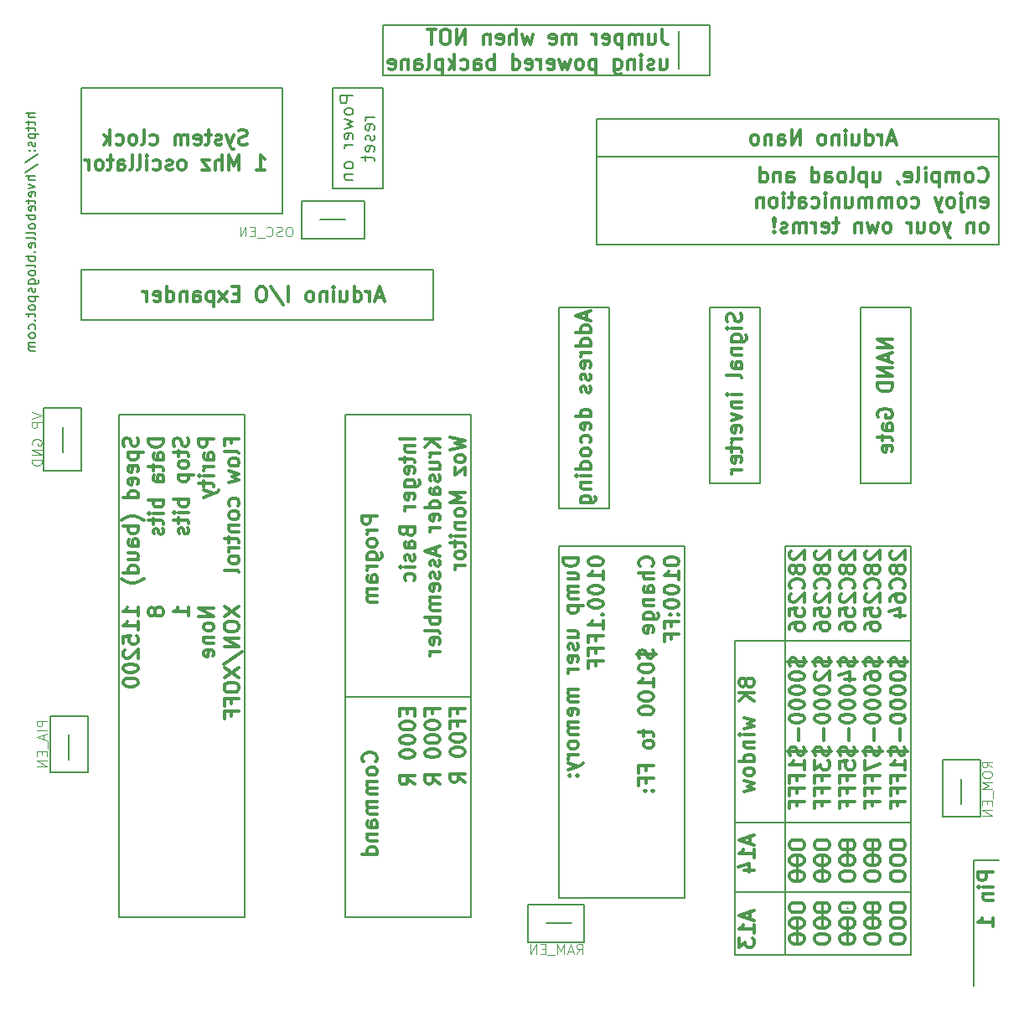
<source format=gbo>
G04 #@! TF.GenerationSoftware,KiCad,Pcbnew,(5.0.2)-1*
G04 #@! TF.CreationDate,2019-08-30T14:41:27-04:00*
G04 #@! TF.ProjectId,RC6502 Apple 1 SBC,52433635-3032-4204-9170-706c65203120,rev?*
G04 #@! TF.SameCoordinates,Original*
G04 #@! TF.FileFunction,Legend,Bot*
G04 #@! TF.FilePolarity,Positive*
%FSLAX46Y46*%
G04 Gerber Fmt 4.6, Leading zero omitted, Abs format (unit mm)*
G04 Created by KiCad (PCBNEW (5.0.2)-1) date 8/30/2019 2:41:27 PM*
%MOMM*%
%LPD*%
G01*
G04 APERTURE LIST*
%ADD10C,0.100000*%
%ADD11C,0.200000*%
%ADD12C,0.150000*%
%ADD13C,0.300000*%
G04 APERTURE END LIST*
D10*
X117562380Y-81081904D02*
X118562380Y-81415238D01*
X117562380Y-81748571D01*
X118562380Y-82081904D02*
X117562380Y-82081904D01*
X117562380Y-82462857D01*
X117610000Y-82558095D01*
X117657619Y-82605714D01*
X117752857Y-82653333D01*
X117895714Y-82653333D01*
X117990952Y-82605714D01*
X118038571Y-82558095D01*
X118086190Y-82462857D01*
X118086190Y-82081904D01*
X118657619Y-82843809D02*
X118657619Y-83605714D01*
X117610000Y-84367619D02*
X117562380Y-84272380D01*
X117562380Y-84129523D01*
X117610000Y-83986666D01*
X117705238Y-83891428D01*
X117800476Y-83843809D01*
X117990952Y-83796190D01*
X118133809Y-83796190D01*
X118324285Y-83843809D01*
X118419523Y-83891428D01*
X118514761Y-83986666D01*
X118562380Y-84129523D01*
X118562380Y-84224761D01*
X118514761Y-84367619D01*
X118467142Y-84415238D01*
X118133809Y-84415238D01*
X118133809Y-84224761D01*
X118562380Y-84843809D02*
X117562380Y-84843809D01*
X118562380Y-85415238D01*
X117562380Y-85415238D01*
X118562380Y-85891428D02*
X117562380Y-85891428D01*
X117562380Y-86129523D01*
X117610000Y-86272380D01*
X117705238Y-86367619D01*
X117800476Y-86415238D01*
X117990952Y-86462857D01*
X118133809Y-86462857D01*
X118324285Y-86415238D01*
X118419523Y-86367619D01*
X118514761Y-86272380D01*
X118562380Y-86129523D01*
X118562380Y-85891428D01*
D11*
X120650000Y-82550000D02*
X120650000Y-85090000D01*
X118745000Y-86995000D02*
X118745000Y-80645000D01*
X122555000Y-86995000D02*
X118745000Y-86995000D01*
X122555000Y-80645000D02*
X122555000Y-86995000D01*
X118745000Y-80645000D02*
X122555000Y-80645000D01*
D10*
X143651428Y-62317380D02*
X143460952Y-62317380D01*
X143365714Y-62365000D01*
X143270476Y-62460238D01*
X143222857Y-62650714D01*
X143222857Y-62984047D01*
X143270476Y-63174523D01*
X143365714Y-63269761D01*
X143460952Y-63317380D01*
X143651428Y-63317380D01*
X143746666Y-63269761D01*
X143841904Y-63174523D01*
X143889523Y-62984047D01*
X143889523Y-62650714D01*
X143841904Y-62460238D01*
X143746666Y-62365000D01*
X143651428Y-62317380D01*
X142841904Y-63269761D02*
X142699047Y-63317380D01*
X142460952Y-63317380D01*
X142365714Y-63269761D01*
X142318095Y-63222142D01*
X142270476Y-63126904D01*
X142270476Y-63031666D01*
X142318095Y-62936428D01*
X142365714Y-62888809D01*
X142460952Y-62841190D01*
X142651428Y-62793571D01*
X142746666Y-62745952D01*
X142794285Y-62698333D01*
X142841904Y-62603095D01*
X142841904Y-62507857D01*
X142794285Y-62412619D01*
X142746666Y-62365000D01*
X142651428Y-62317380D01*
X142413333Y-62317380D01*
X142270476Y-62365000D01*
X141270476Y-63222142D02*
X141318095Y-63269761D01*
X141460952Y-63317380D01*
X141556190Y-63317380D01*
X141699047Y-63269761D01*
X141794285Y-63174523D01*
X141841904Y-63079285D01*
X141889523Y-62888809D01*
X141889523Y-62745952D01*
X141841904Y-62555476D01*
X141794285Y-62460238D01*
X141699047Y-62365000D01*
X141556190Y-62317380D01*
X141460952Y-62317380D01*
X141318095Y-62365000D01*
X141270476Y-62412619D01*
X141080000Y-63412619D02*
X140318095Y-63412619D01*
X140080000Y-62793571D02*
X139746666Y-62793571D01*
X139603809Y-63317380D02*
X140080000Y-63317380D01*
X140080000Y-62317380D01*
X139603809Y-62317380D01*
X139175238Y-63317380D02*
X139175238Y-62317380D01*
X138603809Y-63317380D01*
X138603809Y-62317380D01*
D11*
X146685000Y-61595000D02*
X149225000Y-61595000D01*
X144780000Y-63500000D02*
X144780000Y-59690000D01*
X151130000Y-63500000D02*
X144780000Y-63500000D01*
X151130000Y-59690000D02*
X151130000Y-63500000D01*
X144780000Y-59690000D02*
X151130000Y-59690000D01*
D10*
X119070380Y-112268285D02*
X118070380Y-112268285D01*
X118070380Y-112649238D01*
X118118000Y-112744476D01*
X118165619Y-112792095D01*
X118260857Y-112839714D01*
X118403714Y-112839714D01*
X118498952Y-112792095D01*
X118546571Y-112744476D01*
X118594190Y-112649238D01*
X118594190Y-112268285D01*
X119070380Y-113268285D02*
X118070380Y-113268285D01*
X118784666Y-113696857D02*
X118784666Y-114173047D01*
X119070380Y-113601619D02*
X118070380Y-113934952D01*
X119070380Y-114268285D01*
X119165619Y-114363523D02*
X119165619Y-115125428D01*
X118546571Y-115363523D02*
X118546571Y-115696857D01*
X119070380Y-115839714D02*
X119070380Y-115363523D01*
X118070380Y-115363523D01*
X118070380Y-115839714D01*
X119070380Y-116268285D02*
X118070380Y-116268285D01*
X119070380Y-116839714D01*
X118070380Y-116839714D01*
D11*
X121285000Y-113665000D02*
X121285000Y-116205000D01*
X123190000Y-111760000D02*
X123190000Y-117475000D01*
X119380000Y-111760000D02*
X123190000Y-111760000D01*
X119380000Y-117475000D02*
X119380000Y-111760000D01*
X123190000Y-117475000D02*
X119380000Y-117475000D01*
D12*
X117927380Y-50865000D02*
X116927380Y-50865000D01*
X117927380Y-51293571D02*
X117403571Y-51293571D01*
X117308333Y-51245952D01*
X117260714Y-51150714D01*
X117260714Y-51007857D01*
X117308333Y-50912619D01*
X117355952Y-50865000D01*
X117260714Y-51626904D02*
X117260714Y-52007857D01*
X116927380Y-51769761D02*
X117784523Y-51769761D01*
X117879761Y-51817380D01*
X117927380Y-51912619D01*
X117927380Y-52007857D01*
X117260714Y-52198333D02*
X117260714Y-52579285D01*
X116927380Y-52341190D02*
X117784523Y-52341190D01*
X117879761Y-52388809D01*
X117927380Y-52484047D01*
X117927380Y-52579285D01*
X117260714Y-52912619D02*
X118260714Y-52912619D01*
X117308333Y-52912619D02*
X117260714Y-53007857D01*
X117260714Y-53198333D01*
X117308333Y-53293571D01*
X117355952Y-53341190D01*
X117451190Y-53388809D01*
X117736904Y-53388809D01*
X117832142Y-53341190D01*
X117879761Y-53293571D01*
X117927380Y-53198333D01*
X117927380Y-53007857D01*
X117879761Y-52912619D01*
X117879761Y-53769761D02*
X117927380Y-53865000D01*
X117927380Y-54055476D01*
X117879761Y-54150714D01*
X117784523Y-54198333D01*
X117736904Y-54198333D01*
X117641666Y-54150714D01*
X117594047Y-54055476D01*
X117594047Y-53912619D01*
X117546428Y-53817380D01*
X117451190Y-53769761D01*
X117403571Y-53769761D01*
X117308333Y-53817380D01*
X117260714Y-53912619D01*
X117260714Y-54055476D01*
X117308333Y-54150714D01*
X117832142Y-54626904D02*
X117879761Y-54674523D01*
X117927380Y-54626904D01*
X117879761Y-54579285D01*
X117832142Y-54626904D01*
X117927380Y-54626904D01*
X117308333Y-54626904D02*
X117355952Y-54674523D01*
X117403571Y-54626904D01*
X117355952Y-54579285D01*
X117308333Y-54626904D01*
X117403571Y-54626904D01*
X116879761Y-55817380D02*
X118165476Y-54960238D01*
X116879761Y-56865000D02*
X118165476Y-56007857D01*
X117927380Y-57198333D02*
X116927380Y-57198333D01*
X117927380Y-57626904D02*
X117403571Y-57626904D01*
X117308333Y-57579285D01*
X117260714Y-57484047D01*
X117260714Y-57341190D01*
X117308333Y-57245952D01*
X117355952Y-57198333D01*
X117260714Y-58007857D02*
X117927380Y-58245952D01*
X117260714Y-58484047D01*
X117879761Y-59245952D02*
X117927380Y-59150714D01*
X117927380Y-58960238D01*
X117879761Y-58865000D01*
X117784523Y-58817380D01*
X117403571Y-58817380D01*
X117308333Y-58865000D01*
X117260714Y-58960238D01*
X117260714Y-59150714D01*
X117308333Y-59245952D01*
X117403571Y-59293571D01*
X117498809Y-59293571D01*
X117594047Y-58817380D01*
X117260714Y-59579285D02*
X117260714Y-59960238D01*
X116927380Y-59722142D02*
X117784523Y-59722142D01*
X117879761Y-59769761D01*
X117927380Y-59865000D01*
X117927380Y-59960238D01*
X117879761Y-60674523D02*
X117927380Y-60579285D01*
X117927380Y-60388809D01*
X117879761Y-60293571D01*
X117784523Y-60245952D01*
X117403571Y-60245952D01*
X117308333Y-60293571D01*
X117260714Y-60388809D01*
X117260714Y-60579285D01*
X117308333Y-60674523D01*
X117403571Y-60722142D01*
X117498809Y-60722142D01*
X117594047Y-60245952D01*
X117927380Y-61150714D02*
X116927380Y-61150714D01*
X117308333Y-61150714D02*
X117260714Y-61245952D01*
X117260714Y-61436428D01*
X117308333Y-61531666D01*
X117355952Y-61579285D01*
X117451190Y-61626904D01*
X117736904Y-61626904D01*
X117832142Y-61579285D01*
X117879761Y-61531666D01*
X117927380Y-61436428D01*
X117927380Y-61245952D01*
X117879761Y-61150714D01*
X117927380Y-62198333D02*
X117879761Y-62103095D01*
X117832142Y-62055476D01*
X117736904Y-62007857D01*
X117451190Y-62007857D01*
X117355952Y-62055476D01*
X117308333Y-62103095D01*
X117260714Y-62198333D01*
X117260714Y-62341190D01*
X117308333Y-62436428D01*
X117355952Y-62484047D01*
X117451190Y-62531666D01*
X117736904Y-62531666D01*
X117832142Y-62484047D01*
X117879761Y-62436428D01*
X117927380Y-62341190D01*
X117927380Y-62198333D01*
X117927380Y-63103095D02*
X117879761Y-63007857D01*
X117784523Y-62960238D01*
X116927380Y-62960238D01*
X117927380Y-63626904D02*
X117879761Y-63531666D01*
X117784523Y-63484047D01*
X116927380Y-63484047D01*
X117879761Y-64388809D02*
X117927380Y-64293571D01*
X117927380Y-64103095D01*
X117879761Y-64007857D01*
X117784523Y-63960238D01*
X117403571Y-63960238D01*
X117308333Y-64007857D01*
X117260714Y-64103095D01*
X117260714Y-64293571D01*
X117308333Y-64388809D01*
X117403571Y-64436428D01*
X117498809Y-64436428D01*
X117594047Y-63960238D01*
X117832142Y-64865000D02*
X117879761Y-64912619D01*
X117927380Y-64865000D01*
X117879761Y-64817380D01*
X117832142Y-64865000D01*
X117927380Y-64865000D01*
X117927380Y-65341190D02*
X116927380Y-65341190D01*
X117308333Y-65341190D02*
X117260714Y-65436428D01*
X117260714Y-65626904D01*
X117308333Y-65722142D01*
X117355952Y-65769761D01*
X117451190Y-65817380D01*
X117736904Y-65817380D01*
X117832142Y-65769761D01*
X117879761Y-65722142D01*
X117927380Y-65626904D01*
X117927380Y-65436428D01*
X117879761Y-65341190D01*
X117927380Y-66388809D02*
X117879761Y-66293571D01*
X117784523Y-66245952D01*
X116927380Y-66245952D01*
X117927380Y-66912619D02*
X117879761Y-66817380D01*
X117832142Y-66769761D01*
X117736904Y-66722142D01*
X117451190Y-66722142D01*
X117355952Y-66769761D01*
X117308333Y-66817380D01*
X117260714Y-66912619D01*
X117260714Y-67055476D01*
X117308333Y-67150714D01*
X117355952Y-67198333D01*
X117451190Y-67245952D01*
X117736904Y-67245952D01*
X117832142Y-67198333D01*
X117879761Y-67150714D01*
X117927380Y-67055476D01*
X117927380Y-66912619D01*
X117260714Y-68103095D02*
X118070238Y-68103095D01*
X118165476Y-68055476D01*
X118213095Y-68007857D01*
X118260714Y-67912619D01*
X118260714Y-67769761D01*
X118213095Y-67674523D01*
X117879761Y-68103095D02*
X117927380Y-68007857D01*
X117927380Y-67817380D01*
X117879761Y-67722142D01*
X117832142Y-67674523D01*
X117736904Y-67626904D01*
X117451190Y-67626904D01*
X117355952Y-67674523D01*
X117308333Y-67722142D01*
X117260714Y-67817380D01*
X117260714Y-68007857D01*
X117308333Y-68103095D01*
X117879761Y-68531666D02*
X117927380Y-68626904D01*
X117927380Y-68817380D01*
X117879761Y-68912619D01*
X117784523Y-68960238D01*
X117736904Y-68960238D01*
X117641666Y-68912619D01*
X117594047Y-68817380D01*
X117594047Y-68674523D01*
X117546428Y-68579285D01*
X117451190Y-68531666D01*
X117403571Y-68531666D01*
X117308333Y-68579285D01*
X117260714Y-68674523D01*
X117260714Y-68817380D01*
X117308333Y-68912619D01*
X117260714Y-69388809D02*
X118260714Y-69388809D01*
X117308333Y-69388809D02*
X117260714Y-69484047D01*
X117260714Y-69674523D01*
X117308333Y-69769761D01*
X117355952Y-69817380D01*
X117451190Y-69865000D01*
X117736904Y-69865000D01*
X117832142Y-69817380D01*
X117879761Y-69769761D01*
X117927380Y-69674523D01*
X117927380Y-69484047D01*
X117879761Y-69388809D01*
X117927380Y-70436428D02*
X117879761Y-70341190D01*
X117832142Y-70293571D01*
X117736904Y-70245952D01*
X117451190Y-70245952D01*
X117355952Y-70293571D01*
X117308333Y-70341190D01*
X117260714Y-70436428D01*
X117260714Y-70579285D01*
X117308333Y-70674523D01*
X117355952Y-70722142D01*
X117451190Y-70769761D01*
X117736904Y-70769761D01*
X117832142Y-70722142D01*
X117879761Y-70674523D01*
X117927380Y-70579285D01*
X117927380Y-70436428D01*
X117260714Y-71055476D02*
X117260714Y-71436428D01*
X116927380Y-71198333D02*
X117784523Y-71198333D01*
X117879761Y-71245952D01*
X117927380Y-71341190D01*
X117927380Y-71436428D01*
X117832142Y-71769761D02*
X117879761Y-71817380D01*
X117927380Y-71769761D01*
X117879761Y-71722142D01*
X117832142Y-71769761D01*
X117927380Y-71769761D01*
X117879761Y-72674523D02*
X117927380Y-72579285D01*
X117927380Y-72388809D01*
X117879761Y-72293571D01*
X117832142Y-72245952D01*
X117736904Y-72198333D01*
X117451190Y-72198333D01*
X117355952Y-72245952D01*
X117308333Y-72293571D01*
X117260714Y-72388809D01*
X117260714Y-72579285D01*
X117308333Y-72674523D01*
X117927380Y-73245952D02*
X117879761Y-73150714D01*
X117832142Y-73103095D01*
X117736904Y-73055476D01*
X117451190Y-73055476D01*
X117355952Y-73103095D01*
X117308333Y-73150714D01*
X117260714Y-73245952D01*
X117260714Y-73388809D01*
X117308333Y-73484047D01*
X117355952Y-73531666D01*
X117451190Y-73579285D01*
X117736904Y-73579285D01*
X117832142Y-73531666D01*
X117879761Y-73484047D01*
X117927380Y-73388809D01*
X117927380Y-73245952D01*
X117927380Y-74007857D02*
X117260714Y-74007857D01*
X117355952Y-74007857D02*
X117308333Y-74055476D01*
X117260714Y-74150714D01*
X117260714Y-74293571D01*
X117308333Y-74388809D01*
X117403571Y-74436428D01*
X117927380Y-74436428D01*
X117403571Y-74436428D02*
X117308333Y-74484047D01*
X117260714Y-74579285D01*
X117260714Y-74722142D01*
X117308333Y-74817380D01*
X117403571Y-74865000D01*
X117927380Y-74865000D01*
D11*
X169545000Y-132715000D02*
X172085000Y-132715000D01*
D10*
X172608619Y-135834380D02*
X172941952Y-135358190D01*
X173180047Y-135834380D02*
X173180047Y-134834380D01*
X172799095Y-134834380D01*
X172703857Y-134882000D01*
X172656238Y-134929619D01*
X172608619Y-135024857D01*
X172608619Y-135167714D01*
X172656238Y-135262952D01*
X172703857Y-135310571D01*
X172799095Y-135358190D01*
X173180047Y-135358190D01*
X172227666Y-135548666D02*
X171751476Y-135548666D01*
X172322904Y-135834380D02*
X171989571Y-134834380D01*
X171656238Y-135834380D01*
X171322904Y-135834380D02*
X171322904Y-134834380D01*
X170989571Y-135548666D01*
X170656238Y-134834380D01*
X170656238Y-135834380D01*
X170418142Y-135929619D02*
X169656238Y-135929619D01*
X169418142Y-135310571D02*
X169084809Y-135310571D01*
X168941952Y-135834380D02*
X169418142Y-135834380D01*
X169418142Y-134834380D01*
X168941952Y-134834380D01*
X168513380Y-135834380D02*
X168513380Y-134834380D01*
X167941952Y-135834380D01*
X167941952Y-134834380D01*
D11*
X167640000Y-134620000D02*
X167640000Y-130810000D01*
X173355000Y-134620000D02*
X167640000Y-134620000D01*
X173355000Y-130810000D02*
X173355000Y-134620000D01*
X167640000Y-130810000D02*
X173355000Y-130810000D01*
X212725000Y-133985000D02*
X212725000Y-139065000D01*
D10*
X214574380Y-116983142D02*
X214098190Y-116649809D01*
X214574380Y-116411714D02*
X213574380Y-116411714D01*
X213574380Y-116792666D01*
X213622000Y-116887904D01*
X213669619Y-116935523D01*
X213764857Y-116983142D01*
X213907714Y-116983142D01*
X214002952Y-116935523D01*
X214050571Y-116887904D01*
X214098190Y-116792666D01*
X214098190Y-116411714D01*
X213574380Y-117602190D02*
X213574380Y-117792666D01*
X213622000Y-117887904D01*
X213717238Y-117983142D01*
X213907714Y-118030761D01*
X214241047Y-118030761D01*
X214431523Y-117983142D01*
X214526761Y-117887904D01*
X214574380Y-117792666D01*
X214574380Y-117602190D01*
X214526761Y-117506952D01*
X214431523Y-117411714D01*
X214241047Y-117364095D01*
X213907714Y-117364095D01*
X213717238Y-117411714D01*
X213622000Y-117506952D01*
X213574380Y-117602190D01*
X214574380Y-118459333D02*
X213574380Y-118459333D01*
X214288666Y-118792666D01*
X213574380Y-119126000D01*
X214574380Y-119126000D01*
X214669619Y-119364095D02*
X214669619Y-120126000D01*
X214050571Y-120364095D02*
X214050571Y-120697428D01*
X214574380Y-120840285D02*
X214574380Y-120364095D01*
X213574380Y-120364095D01*
X213574380Y-120840285D01*
X214574380Y-121268857D02*
X213574380Y-121268857D01*
X214574380Y-121840285D01*
X213574380Y-121840285D01*
D11*
X211455000Y-118110000D02*
X211455000Y-120650000D01*
X209550000Y-116205000D02*
X209550000Y-121920000D01*
X213360000Y-116205000D02*
X209550000Y-116205000D01*
X213360000Y-121920000D02*
X213360000Y-116205000D01*
X209550000Y-121920000D02*
X213360000Y-121920000D01*
X153035000Y-46990000D02*
X157480000Y-46990000D01*
X153035000Y-41910000D02*
X153035000Y-46990000D01*
X157480000Y-41910000D02*
X153035000Y-41910000D01*
X157480000Y-41910000D02*
X158750000Y-41910000D01*
X158750000Y-46990000D02*
X157480000Y-46990000D01*
D13*
X181264285Y-42353571D02*
X181264285Y-43425000D01*
X181335714Y-43639285D01*
X181478571Y-43782142D01*
X181692857Y-43853571D01*
X181835714Y-43853571D01*
X179907142Y-42853571D02*
X179907142Y-43853571D01*
X180550000Y-42853571D02*
X180550000Y-43639285D01*
X180478571Y-43782142D01*
X180335714Y-43853571D01*
X180121428Y-43853571D01*
X179978571Y-43782142D01*
X179907142Y-43710714D01*
X179192857Y-43853571D02*
X179192857Y-42853571D01*
X179192857Y-42996428D02*
X179121428Y-42925000D01*
X178978571Y-42853571D01*
X178764285Y-42853571D01*
X178621428Y-42925000D01*
X178550000Y-43067857D01*
X178550000Y-43853571D01*
X178550000Y-43067857D02*
X178478571Y-42925000D01*
X178335714Y-42853571D01*
X178121428Y-42853571D01*
X177978571Y-42925000D01*
X177907142Y-43067857D01*
X177907142Y-43853571D01*
X177192857Y-42853571D02*
X177192857Y-44353571D01*
X177192857Y-42925000D02*
X177050000Y-42853571D01*
X176764285Y-42853571D01*
X176621428Y-42925000D01*
X176550000Y-42996428D01*
X176478571Y-43139285D01*
X176478571Y-43567857D01*
X176550000Y-43710714D01*
X176621428Y-43782142D01*
X176764285Y-43853571D01*
X177050000Y-43853571D01*
X177192857Y-43782142D01*
X175264285Y-43782142D02*
X175407142Y-43853571D01*
X175692857Y-43853571D01*
X175835714Y-43782142D01*
X175907142Y-43639285D01*
X175907142Y-43067857D01*
X175835714Y-42925000D01*
X175692857Y-42853571D01*
X175407142Y-42853571D01*
X175264285Y-42925000D01*
X175192857Y-43067857D01*
X175192857Y-43210714D01*
X175907142Y-43353571D01*
X174550000Y-43853571D02*
X174550000Y-42853571D01*
X174550000Y-43139285D02*
X174478571Y-42996428D01*
X174407142Y-42925000D01*
X174264285Y-42853571D01*
X174121428Y-42853571D01*
X172478571Y-43853571D02*
X172478571Y-42853571D01*
X172478571Y-42996428D02*
X172407142Y-42925000D01*
X172264285Y-42853571D01*
X172050000Y-42853571D01*
X171907142Y-42925000D01*
X171835714Y-43067857D01*
X171835714Y-43853571D01*
X171835714Y-43067857D02*
X171764285Y-42925000D01*
X171621428Y-42853571D01*
X171407142Y-42853571D01*
X171264285Y-42925000D01*
X171192857Y-43067857D01*
X171192857Y-43853571D01*
X169907142Y-43782142D02*
X170050000Y-43853571D01*
X170335714Y-43853571D01*
X170478571Y-43782142D01*
X170550000Y-43639285D01*
X170550000Y-43067857D01*
X170478571Y-42925000D01*
X170335714Y-42853571D01*
X170050000Y-42853571D01*
X169907142Y-42925000D01*
X169835714Y-43067857D01*
X169835714Y-43210714D01*
X170550000Y-43353571D01*
X168192857Y-42853571D02*
X167907142Y-43853571D01*
X167621428Y-43139285D01*
X167335714Y-43853571D01*
X167050000Y-42853571D01*
X166478571Y-43853571D02*
X166478571Y-42353571D01*
X165835714Y-43853571D02*
X165835714Y-43067857D01*
X165907142Y-42925000D01*
X166050000Y-42853571D01*
X166264285Y-42853571D01*
X166407142Y-42925000D01*
X166478571Y-42996428D01*
X164550000Y-43782142D02*
X164692857Y-43853571D01*
X164978571Y-43853571D01*
X165121428Y-43782142D01*
X165192857Y-43639285D01*
X165192857Y-43067857D01*
X165121428Y-42925000D01*
X164978571Y-42853571D01*
X164692857Y-42853571D01*
X164550000Y-42925000D01*
X164478571Y-43067857D01*
X164478571Y-43210714D01*
X165192857Y-43353571D01*
X163835714Y-42853571D02*
X163835714Y-43853571D01*
X163835714Y-42996428D02*
X163764285Y-42925000D01*
X163621428Y-42853571D01*
X163407142Y-42853571D01*
X163264285Y-42925000D01*
X163192857Y-43067857D01*
X163192857Y-43853571D01*
X161335714Y-43853571D02*
X161335714Y-42353571D01*
X160478571Y-43853571D01*
X160478571Y-42353571D01*
X159478571Y-42353571D02*
X159192857Y-42353571D01*
X159050000Y-42425000D01*
X158907142Y-42567857D01*
X158835714Y-42853571D01*
X158835714Y-43353571D01*
X158907142Y-43639285D01*
X159050000Y-43782142D01*
X159192857Y-43853571D01*
X159478571Y-43853571D01*
X159621428Y-43782142D01*
X159764285Y-43639285D01*
X159835714Y-43353571D01*
X159835714Y-42853571D01*
X159764285Y-42567857D01*
X159621428Y-42425000D01*
X159478571Y-42353571D01*
X158407142Y-42353571D02*
X157550000Y-42353571D01*
X157978571Y-43853571D02*
X157978571Y-42353571D01*
X181050000Y-45403571D02*
X181050000Y-46403571D01*
X181692857Y-45403571D02*
X181692857Y-46189285D01*
X181621428Y-46332142D01*
X181478571Y-46403571D01*
X181264285Y-46403571D01*
X181121428Y-46332142D01*
X181050000Y-46260714D01*
X180407142Y-46332142D02*
X180264285Y-46403571D01*
X179978571Y-46403571D01*
X179835714Y-46332142D01*
X179764285Y-46189285D01*
X179764285Y-46117857D01*
X179835714Y-45975000D01*
X179978571Y-45903571D01*
X180192857Y-45903571D01*
X180335714Y-45832142D01*
X180407142Y-45689285D01*
X180407142Y-45617857D01*
X180335714Y-45475000D01*
X180192857Y-45403571D01*
X179978571Y-45403571D01*
X179835714Y-45475000D01*
X179121428Y-46403571D02*
X179121428Y-45403571D01*
X179121428Y-44903571D02*
X179192857Y-44975000D01*
X179121428Y-45046428D01*
X179050000Y-44975000D01*
X179121428Y-44903571D01*
X179121428Y-45046428D01*
X178407142Y-45403571D02*
X178407142Y-46403571D01*
X178407142Y-45546428D02*
X178335714Y-45475000D01*
X178192857Y-45403571D01*
X177978571Y-45403571D01*
X177835714Y-45475000D01*
X177764285Y-45617857D01*
X177764285Y-46403571D01*
X176407142Y-45403571D02*
X176407142Y-46617857D01*
X176478571Y-46760714D01*
X176550000Y-46832142D01*
X176692857Y-46903571D01*
X176907142Y-46903571D01*
X177050000Y-46832142D01*
X176407142Y-46332142D02*
X176550000Y-46403571D01*
X176835714Y-46403571D01*
X176978571Y-46332142D01*
X177050000Y-46260714D01*
X177121428Y-46117857D01*
X177121428Y-45689285D01*
X177050000Y-45546428D01*
X176978571Y-45475000D01*
X176835714Y-45403571D01*
X176550000Y-45403571D01*
X176407142Y-45475000D01*
X174550000Y-45403571D02*
X174550000Y-46903571D01*
X174550000Y-45475000D02*
X174407142Y-45403571D01*
X174121428Y-45403571D01*
X173978571Y-45475000D01*
X173907142Y-45546428D01*
X173835714Y-45689285D01*
X173835714Y-46117857D01*
X173907142Y-46260714D01*
X173978571Y-46332142D01*
X174121428Y-46403571D01*
X174407142Y-46403571D01*
X174550000Y-46332142D01*
X172978571Y-46403571D02*
X173121428Y-46332142D01*
X173192857Y-46260714D01*
X173264285Y-46117857D01*
X173264285Y-45689285D01*
X173192857Y-45546428D01*
X173121428Y-45475000D01*
X172978571Y-45403571D01*
X172764285Y-45403571D01*
X172621428Y-45475000D01*
X172550000Y-45546428D01*
X172478571Y-45689285D01*
X172478571Y-46117857D01*
X172550000Y-46260714D01*
X172621428Y-46332142D01*
X172764285Y-46403571D01*
X172978571Y-46403571D01*
X171978571Y-45403571D02*
X171692857Y-46403571D01*
X171407142Y-45689285D01*
X171121428Y-46403571D01*
X170835714Y-45403571D01*
X169692857Y-46332142D02*
X169835714Y-46403571D01*
X170121428Y-46403571D01*
X170264285Y-46332142D01*
X170335714Y-46189285D01*
X170335714Y-45617857D01*
X170264285Y-45475000D01*
X170121428Y-45403571D01*
X169835714Y-45403571D01*
X169692857Y-45475000D01*
X169621428Y-45617857D01*
X169621428Y-45760714D01*
X170335714Y-45903571D01*
X168978571Y-46403571D02*
X168978571Y-45403571D01*
X168978571Y-45689285D02*
X168907142Y-45546428D01*
X168835714Y-45475000D01*
X168692857Y-45403571D01*
X168550000Y-45403571D01*
X167478571Y-46332142D02*
X167621428Y-46403571D01*
X167907142Y-46403571D01*
X168050000Y-46332142D01*
X168121428Y-46189285D01*
X168121428Y-45617857D01*
X168050000Y-45475000D01*
X167907142Y-45403571D01*
X167621428Y-45403571D01*
X167478571Y-45475000D01*
X167407142Y-45617857D01*
X167407142Y-45760714D01*
X168121428Y-45903571D01*
X166121428Y-46403571D02*
X166121428Y-44903571D01*
X166121428Y-46332142D02*
X166264285Y-46403571D01*
X166550000Y-46403571D01*
X166692857Y-46332142D01*
X166764285Y-46260714D01*
X166835714Y-46117857D01*
X166835714Y-45689285D01*
X166764285Y-45546428D01*
X166692857Y-45475000D01*
X166550000Y-45403571D01*
X166264285Y-45403571D01*
X166121428Y-45475000D01*
X164264285Y-46403571D02*
X164264285Y-44903571D01*
X164264285Y-45475000D02*
X164121428Y-45403571D01*
X163835714Y-45403571D01*
X163692857Y-45475000D01*
X163621428Y-45546428D01*
X163550000Y-45689285D01*
X163550000Y-46117857D01*
X163621428Y-46260714D01*
X163692857Y-46332142D01*
X163835714Y-46403571D01*
X164121428Y-46403571D01*
X164264285Y-46332142D01*
X162264285Y-46403571D02*
X162264285Y-45617857D01*
X162335714Y-45475000D01*
X162478571Y-45403571D01*
X162764285Y-45403571D01*
X162907142Y-45475000D01*
X162264285Y-46332142D02*
X162407142Y-46403571D01*
X162764285Y-46403571D01*
X162907142Y-46332142D01*
X162978571Y-46189285D01*
X162978571Y-46046428D01*
X162907142Y-45903571D01*
X162764285Y-45832142D01*
X162407142Y-45832142D01*
X162264285Y-45760714D01*
X160907142Y-46332142D02*
X161050000Y-46403571D01*
X161335714Y-46403571D01*
X161478571Y-46332142D01*
X161550000Y-46260714D01*
X161621428Y-46117857D01*
X161621428Y-45689285D01*
X161550000Y-45546428D01*
X161478571Y-45475000D01*
X161335714Y-45403571D01*
X161050000Y-45403571D01*
X160907142Y-45475000D01*
X160264285Y-46403571D02*
X160264285Y-44903571D01*
X160121428Y-45832142D02*
X159692857Y-46403571D01*
X159692857Y-45403571D02*
X160264285Y-45975000D01*
X159050000Y-45403571D02*
X159050000Y-46903571D01*
X159050000Y-45475000D02*
X158907142Y-45403571D01*
X158621428Y-45403571D01*
X158478571Y-45475000D01*
X158407142Y-45546428D01*
X158335714Y-45689285D01*
X158335714Y-46117857D01*
X158407142Y-46260714D01*
X158478571Y-46332142D01*
X158621428Y-46403571D01*
X158907142Y-46403571D01*
X159050000Y-46332142D01*
X157478571Y-46403571D02*
X157621428Y-46332142D01*
X157692857Y-46189285D01*
X157692857Y-44903571D01*
X156264285Y-46403571D02*
X156264285Y-45617857D01*
X156335714Y-45475000D01*
X156478571Y-45403571D01*
X156764285Y-45403571D01*
X156907142Y-45475000D01*
X156264285Y-46332142D02*
X156407142Y-46403571D01*
X156764285Y-46403571D01*
X156907142Y-46332142D01*
X156978571Y-46189285D01*
X156978571Y-46046428D01*
X156907142Y-45903571D01*
X156764285Y-45832142D01*
X156407142Y-45832142D01*
X156264285Y-45760714D01*
X155550000Y-45403571D02*
X155550000Y-46403571D01*
X155550000Y-45546428D02*
X155478571Y-45475000D01*
X155335714Y-45403571D01*
X155121428Y-45403571D01*
X154978571Y-45475000D01*
X154907142Y-45617857D01*
X154907142Y-46403571D01*
X153621428Y-46332142D02*
X153764285Y-46403571D01*
X154050000Y-46403571D01*
X154192857Y-46332142D01*
X154264285Y-46189285D01*
X154264285Y-45617857D01*
X154192857Y-45475000D01*
X154050000Y-45403571D01*
X153764285Y-45403571D01*
X153621428Y-45475000D01*
X153550000Y-45617857D01*
X153550000Y-45760714D01*
X154264285Y-45903571D01*
X214673571Y-127552142D02*
X213173571Y-127552142D01*
X213173571Y-128123571D01*
X213245000Y-128266428D01*
X213316428Y-128337857D01*
X213459285Y-128409285D01*
X213673571Y-128409285D01*
X213816428Y-128337857D01*
X213887857Y-128266428D01*
X213959285Y-128123571D01*
X213959285Y-127552142D01*
X214673571Y-129052142D02*
X213673571Y-129052142D01*
X213173571Y-129052142D02*
X213245000Y-128980714D01*
X213316428Y-129052142D01*
X213245000Y-129123571D01*
X213173571Y-129052142D01*
X213316428Y-129052142D01*
X213673571Y-129766428D02*
X214673571Y-129766428D01*
X213816428Y-129766428D02*
X213745000Y-129837857D01*
X213673571Y-129980714D01*
X213673571Y-130195000D01*
X213745000Y-130337857D01*
X213887857Y-130409285D01*
X214673571Y-130409285D01*
X214673571Y-133052142D02*
X214673571Y-132195000D01*
X214673571Y-132623571D02*
X213173571Y-132623571D01*
X213387857Y-132480714D01*
X213530714Y-132337857D01*
X213602142Y-132195000D01*
D11*
X212725000Y-126365000D02*
X212725000Y-133985000D01*
X215265000Y-126365000D02*
X212725000Y-126365000D01*
X182880000Y-42545000D02*
X182880000Y-46355000D01*
X158750000Y-46990000D02*
X186055000Y-46990000D01*
X186055000Y-41910000D02*
X158750000Y-41910000D01*
X186055000Y-46990000D02*
X186055000Y-41910000D01*
X215265000Y-55245000D02*
X174625000Y-55245000D01*
D13*
X204770714Y-53590000D02*
X204056428Y-53590000D01*
X204913571Y-54018571D02*
X204413571Y-52518571D01*
X203913571Y-54018571D01*
X203413571Y-54018571D02*
X203413571Y-53018571D01*
X203413571Y-53304285D02*
X203342142Y-53161428D01*
X203270714Y-53090000D01*
X203127857Y-53018571D01*
X202985000Y-53018571D01*
X201842142Y-54018571D02*
X201842142Y-52518571D01*
X201842142Y-53947142D02*
X201985000Y-54018571D01*
X202270714Y-54018571D01*
X202413571Y-53947142D01*
X202485000Y-53875714D01*
X202556428Y-53732857D01*
X202556428Y-53304285D01*
X202485000Y-53161428D01*
X202413571Y-53090000D01*
X202270714Y-53018571D01*
X201985000Y-53018571D01*
X201842142Y-53090000D01*
X200485000Y-53018571D02*
X200485000Y-54018571D01*
X201127857Y-53018571D02*
X201127857Y-53804285D01*
X201056428Y-53947142D01*
X200913571Y-54018571D01*
X200699285Y-54018571D01*
X200556428Y-53947142D01*
X200485000Y-53875714D01*
X199770714Y-54018571D02*
X199770714Y-53018571D01*
X199770714Y-52518571D02*
X199842142Y-52590000D01*
X199770714Y-52661428D01*
X199699285Y-52590000D01*
X199770714Y-52518571D01*
X199770714Y-52661428D01*
X199056428Y-53018571D02*
X199056428Y-54018571D01*
X199056428Y-53161428D02*
X198985000Y-53090000D01*
X198842142Y-53018571D01*
X198627857Y-53018571D01*
X198485000Y-53090000D01*
X198413571Y-53232857D01*
X198413571Y-54018571D01*
X197485000Y-54018571D02*
X197627857Y-53947142D01*
X197699285Y-53875714D01*
X197770714Y-53732857D01*
X197770714Y-53304285D01*
X197699285Y-53161428D01*
X197627857Y-53090000D01*
X197485000Y-53018571D01*
X197270714Y-53018571D01*
X197127857Y-53090000D01*
X197056428Y-53161428D01*
X196985000Y-53304285D01*
X196985000Y-53732857D01*
X197056428Y-53875714D01*
X197127857Y-53947142D01*
X197270714Y-54018571D01*
X197485000Y-54018571D01*
X195199285Y-54018571D02*
X195199285Y-52518571D01*
X194342142Y-54018571D01*
X194342142Y-52518571D01*
X192985000Y-54018571D02*
X192985000Y-53232857D01*
X193056428Y-53090000D01*
X193199285Y-53018571D01*
X193485000Y-53018571D01*
X193627857Y-53090000D01*
X192985000Y-53947142D02*
X193127857Y-54018571D01*
X193485000Y-54018571D01*
X193627857Y-53947142D01*
X193699285Y-53804285D01*
X193699285Y-53661428D01*
X193627857Y-53518571D01*
X193485000Y-53447142D01*
X193127857Y-53447142D01*
X192985000Y-53375714D01*
X192270714Y-53018571D02*
X192270714Y-54018571D01*
X192270714Y-53161428D02*
X192199285Y-53090000D01*
X192056428Y-53018571D01*
X191842142Y-53018571D01*
X191699285Y-53090000D01*
X191627857Y-53232857D01*
X191627857Y-54018571D01*
X190699285Y-54018571D02*
X190842142Y-53947142D01*
X190913571Y-53875714D01*
X190985000Y-53732857D01*
X190985000Y-53304285D01*
X190913571Y-53161428D01*
X190842142Y-53090000D01*
X190699285Y-53018571D01*
X190485000Y-53018571D01*
X190342142Y-53090000D01*
X190270714Y-53161428D01*
X190199285Y-53304285D01*
X190199285Y-53732857D01*
X190270714Y-53875714D01*
X190342142Y-53947142D01*
X190485000Y-54018571D01*
X190699285Y-54018571D01*
X213220714Y-57675714D02*
X213292142Y-57747142D01*
X213506428Y-57818571D01*
X213649285Y-57818571D01*
X213863571Y-57747142D01*
X214006428Y-57604285D01*
X214077857Y-57461428D01*
X214149285Y-57175714D01*
X214149285Y-56961428D01*
X214077857Y-56675714D01*
X214006428Y-56532857D01*
X213863571Y-56390000D01*
X213649285Y-56318571D01*
X213506428Y-56318571D01*
X213292142Y-56390000D01*
X213220714Y-56461428D01*
X212363571Y-57818571D02*
X212506428Y-57747142D01*
X212577857Y-57675714D01*
X212649285Y-57532857D01*
X212649285Y-57104285D01*
X212577857Y-56961428D01*
X212506428Y-56890000D01*
X212363571Y-56818571D01*
X212149285Y-56818571D01*
X212006428Y-56890000D01*
X211935000Y-56961428D01*
X211863571Y-57104285D01*
X211863571Y-57532857D01*
X211935000Y-57675714D01*
X212006428Y-57747142D01*
X212149285Y-57818571D01*
X212363571Y-57818571D01*
X211220714Y-57818571D02*
X211220714Y-56818571D01*
X211220714Y-56961428D02*
X211149285Y-56890000D01*
X211006428Y-56818571D01*
X210792142Y-56818571D01*
X210649285Y-56890000D01*
X210577857Y-57032857D01*
X210577857Y-57818571D01*
X210577857Y-57032857D02*
X210506428Y-56890000D01*
X210363571Y-56818571D01*
X210149285Y-56818571D01*
X210006428Y-56890000D01*
X209935000Y-57032857D01*
X209935000Y-57818571D01*
X209220714Y-56818571D02*
X209220714Y-58318571D01*
X209220714Y-56890000D02*
X209077857Y-56818571D01*
X208792142Y-56818571D01*
X208649285Y-56890000D01*
X208577857Y-56961428D01*
X208506428Y-57104285D01*
X208506428Y-57532857D01*
X208577857Y-57675714D01*
X208649285Y-57747142D01*
X208792142Y-57818571D01*
X209077857Y-57818571D01*
X209220714Y-57747142D01*
X207863571Y-57818571D02*
X207863571Y-56818571D01*
X207863571Y-56318571D02*
X207935000Y-56390000D01*
X207863571Y-56461428D01*
X207792142Y-56390000D01*
X207863571Y-56318571D01*
X207863571Y-56461428D01*
X206935000Y-57818571D02*
X207077857Y-57747142D01*
X207149285Y-57604285D01*
X207149285Y-56318571D01*
X205792142Y-57747142D02*
X205935000Y-57818571D01*
X206220714Y-57818571D01*
X206363571Y-57747142D01*
X206435000Y-57604285D01*
X206435000Y-57032857D01*
X206363571Y-56890000D01*
X206220714Y-56818571D01*
X205935000Y-56818571D01*
X205792142Y-56890000D01*
X205720714Y-57032857D01*
X205720714Y-57175714D01*
X206435000Y-57318571D01*
X205006428Y-57747142D02*
X205006428Y-57818571D01*
X205077857Y-57961428D01*
X205149285Y-58032857D01*
X202577857Y-56818571D02*
X202577857Y-57818571D01*
X203220714Y-56818571D02*
X203220714Y-57604285D01*
X203149285Y-57747142D01*
X203006428Y-57818571D01*
X202792142Y-57818571D01*
X202649285Y-57747142D01*
X202577857Y-57675714D01*
X201863571Y-56818571D02*
X201863571Y-58318571D01*
X201863571Y-56890000D02*
X201720714Y-56818571D01*
X201435000Y-56818571D01*
X201292142Y-56890000D01*
X201220714Y-56961428D01*
X201149285Y-57104285D01*
X201149285Y-57532857D01*
X201220714Y-57675714D01*
X201292142Y-57747142D01*
X201435000Y-57818571D01*
X201720714Y-57818571D01*
X201863571Y-57747142D01*
X200292142Y-57818571D02*
X200435000Y-57747142D01*
X200506428Y-57604285D01*
X200506428Y-56318571D01*
X199506428Y-57818571D02*
X199649285Y-57747142D01*
X199720714Y-57675714D01*
X199792142Y-57532857D01*
X199792142Y-57104285D01*
X199720714Y-56961428D01*
X199649285Y-56890000D01*
X199506428Y-56818571D01*
X199292142Y-56818571D01*
X199149285Y-56890000D01*
X199077857Y-56961428D01*
X199006428Y-57104285D01*
X199006428Y-57532857D01*
X199077857Y-57675714D01*
X199149285Y-57747142D01*
X199292142Y-57818571D01*
X199506428Y-57818571D01*
X197720714Y-57818571D02*
X197720714Y-57032857D01*
X197792142Y-56890000D01*
X197935000Y-56818571D01*
X198220714Y-56818571D01*
X198363571Y-56890000D01*
X197720714Y-57747142D02*
X197863571Y-57818571D01*
X198220714Y-57818571D01*
X198363571Y-57747142D01*
X198435000Y-57604285D01*
X198435000Y-57461428D01*
X198363571Y-57318571D01*
X198220714Y-57247142D01*
X197863571Y-57247142D01*
X197720714Y-57175714D01*
X196363571Y-57818571D02*
X196363571Y-56318571D01*
X196363571Y-57747142D02*
X196506428Y-57818571D01*
X196792142Y-57818571D01*
X196935000Y-57747142D01*
X197006428Y-57675714D01*
X197077857Y-57532857D01*
X197077857Y-57104285D01*
X197006428Y-56961428D01*
X196935000Y-56890000D01*
X196792142Y-56818571D01*
X196506428Y-56818571D01*
X196363571Y-56890000D01*
X193863571Y-57818571D02*
X193863571Y-57032857D01*
X193935000Y-56890000D01*
X194077857Y-56818571D01*
X194363571Y-56818571D01*
X194506428Y-56890000D01*
X193863571Y-57747142D02*
X194006428Y-57818571D01*
X194363571Y-57818571D01*
X194506428Y-57747142D01*
X194577857Y-57604285D01*
X194577857Y-57461428D01*
X194506428Y-57318571D01*
X194363571Y-57247142D01*
X194006428Y-57247142D01*
X193863571Y-57175714D01*
X193149285Y-56818571D02*
X193149285Y-57818571D01*
X193149285Y-56961428D02*
X193077857Y-56890000D01*
X192935000Y-56818571D01*
X192720714Y-56818571D01*
X192577857Y-56890000D01*
X192506428Y-57032857D01*
X192506428Y-57818571D01*
X191149285Y-57818571D02*
X191149285Y-56318571D01*
X191149285Y-57747142D02*
X191292142Y-57818571D01*
X191577857Y-57818571D01*
X191720714Y-57747142D01*
X191792142Y-57675714D01*
X191863571Y-57532857D01*
X191863571Y-57104285D01*
X191792142Y-56961428D01*
X191720714Y-56890000D01*
X191577857Y-56818571D01*
X191292142Y-56818571D01*
X191149285Y-56890000D01*
X213506428Y-60297142D02*
X213649285Y-60368571D01*
X213935000Y-60368571D01*
X214077857Y-60297142D01*
X214149285Y-60154285D01*
X214149285Y-59582857D01*
X214077857Y-59440000D01*
X213935000Y-59368571D01*
X213649285Y-59368571D01*
X213506428Y-59440000D01*
X213435000Y-59582857D01*
X213435000Y-59725714D01*
X214149285Y-59868571D01*
X212792142Y-59368571D02*
X212792142Y-60368571D01*
X212792142Y-59511428D02*
X212720714Y-59440000D01*
X212577857Y-59368571D01*
X212363571Y-59368571D01*
X212220714Y-59440000D01*
X212149285Y-59582857D01*
X212149285Y-60368571D01*
X211435000Y-59368571D02*
X211435000Y-60654285D01*
X211506428Y-60797142D01*
X211649285Y-60868571D01*
X211720714Y-60868571D01*
X211435000Y-58868571D02*
X211506428Y-58940000D01*
X211435000Y-59011428D01*
X211363571Y-58940000D01*
X211435000Y-58868571D01*
X211435000Y-59011428D01*
X210506428Y-60368571D02*
X210649285Y-60297142D01*
X210720714Y-60225714D01*
X210792142Y-60082857D01*
X210792142Y-59654285D01*
X210720714Y-59511428D01*
X210649285Y-59440000D01*
X210506428Y-59368571D01*
X210292142Y-59368571D01*
X210149285Y-59440000D01*
X210077857Y-59511428D01*
X210006428Y-59654285D01*
X210006428Y-60082857D01*
X210077857Y-60225714D01*
X210149285Y-60297142D01*
X210292142Y-60368571D01*
X210506428Y-60368571D01*
X209506428Y-59368571D02*
X209149285Y-60368571D01*
X208792142Y-59368571D02*
X209149285Y-60368571D01*
X209292142Y-60725714D01*
X209363571Y-60797142D01*
X209506428Y-60868571D01*
X206435000Y-60297142D02*
X206577857Y-60368571D01*
X206863571Y-60368571D01*
X207006428Y-60297142D01*
X207077857Y-60225714D01*
X207149285Y-60082857D01*
X207149285Y-59654285D01*
X207077857Y-59511428D01*
X207006428Y-59440000D01*
X206863571Y-59368571D01*
X206577857Y-59368571D01*
X206435000Y-59440000D01*
X205577857Y-60368571D02*
X205720714Y-60297142D01*
X205792142Y-60225714D01*
X205863571Y-60082857D01*
X205863571Y-59654285D01*
X205792142Y-59511428D01*
X205720714Y-59440000D01*
X205577857Y-59368571D01*
X205363571Y-59368571D01*
X205220714Y-59440000D01*
X205149285Y-59511428D01*
X205077857Y-59654285D01*
X205077857Y-60082857D01*
X205149285Y-60225714D01*
X205220714Y-60297142D01*
X205363571Y-60368571D01*
X205577857Y-60368571D01*
X204435000Y-60368571D02*
X204435000Y-59368571D01*
X204435000Y-59511428D02*
X204363571Y-59440000D01*
X204220714Y-59368571D01*
X204006428Y-59368571D01*
X203863571Y-59440000D01*
X203792142Y-59582857D01*
X203792142Y-60368571D01*
X203792142Y-59582857D02*
X203720714Y-59440000D01*
X203577857Y-59368571D01*
X203363571Y-59368571D01*
X203220714Y-59440000D01*
X203149285Y-59582857D01*
X203149285Y-60368571D01*
X202435000Y-60368571D02*
X202435000Y-59368571D01*
X202435000Y-59511428D02*
X202363571Y-59440000D01*
X202220714Y-59368571D01*
X202006428Y-59368571D01*
X201863571Y-59440000D01*
X201792142Y-59582857D01*
X201792142Y-60368571D01*
X201792142Y-59582857D02*
X201720714Y-59440000D01*
X201577857Y-59368571D01*
X201363571Y-59368571D01*
X201220714Y-59440000D01*
X201149285Y-59582857D01*
X201149285Y-60368571D01*
X199792142Y-59368571D02*
X199792142Y-60368571D01*
X200435000Y-59368571D02*
X200435000Y-60154285D01*
X200363571Y-60297142D01*
X200220714Y-60368571D01*
X200006428Y-60368571D01*
X199863571Y-60297142D01*
X199792142Y-60225714D01*
X199077857Y-59368571D02*
X199077857Y-60368571D01*
X199077857Y-59511428D02*
X199006428Y-59440000D01*
X198863571Y-59368571D01*
X198649285Y-59368571D01*
X198506428Y-59440000D01*
X198435000Y-59582857D01*
X198435000Y-60368571D01*
X197720714Y-60368571D02*
X197720714Y-59368571D01*
X197720714Y-58868571D02*
X197792142Y-58940000D01*
X197720714Y-59011428D01*
X197649285Y-58940000D01*
X197720714Y-58868571D01*
X197720714Y-59011428D01*
X196363571Y-60297142D02*
X196506428Y-60368571D01*
X196792142Y-60368571D01*
X196935000Y-60297142D01*
X197006428Y-60225714D01*
X197077857Y-60082857D01*
X197077857Y-59654285D01*
X197006428Y-59511428D01*
X196935000Y-59440000D01*
X196792142Y-59368571D01*
X196506428Y-59368571D01*
X196363571Y-59440000D01*
X195077857Y-60368571D02*
X195077857Y-59582857D01*
X195149285Y-59440000D01*
X195292142Y-59368571D01*
X195577857Y-59368571D01*
X195720714Y-59440000D01*
X195077857Y-60297142D02*
X195220714Y-60368571D01*
X195577857Y-60368571D01*
X195720714Y-60297142D01*
X195792142Y-60154285D01*
X195792142Y-60011428D01*
X195720714Y-59868571D01*
X195577857Y-59797142D01*
X195220714Y-59797142D01*
X195077857Y-59725714D01*
X194577857Y-59368571D02*
X194006428Y-59368571D01*
X194363571Y-58868571D02*
X194363571Y-60154285D01*
X194292142Y-60297142D01*
X194149285Y-60368571D01*
X194006428Y-60368571D01*
X193506428Y-60368571D02*
X193506428Y-59368571D01*
X193506428Y-58868571D02*
X193577857Y-58940000D01*
X193506428Y-59011428D01*
X193435000Y-58940000D01*
X193506428Y-58868571D01*
X193506428Y-59011428D01*
X192577857Y-60368571D02*
X192720714Y-60297142D01*
X192792142Y-60225714D01*
X192863571Y-60082857D01*
X192863571Y-59654285D01*
X192792142Y-59511428D01*
X192720714Y-59440000D01*
X192577857Y-59368571D01*
X192363571Y-59368571D01*
X192220714Y-59440000D01*
X192149285Y-59511428D01*
X192077857Y-59654285D01*
X192077857Y-60082857D01*
X192149285Y-60225714D01*
X192220714Y-60297142D01*
X192363571Y-60368571D01*
X192577857Y-60368571D01*
X191435000Y-59368571D02*
X191435000Y-60368571D01*
X191435000Y-59511428D02*
X191363571Y-59440000D01*
X191220714Y-59368571D01*
X191006428Y-59368571D01*
X190863571Y-59440000D01*
X190792142Y-59582857D01*
X190792142Y-60368571D01*
X213863571Y-62918571D02*
X214006428Y-62847142D01*
X214077857Y-62775714D01*
X214149285Y-62632857D01*
X214149285Y-62204285D01*
X214077857Y-62061428D01*
X214006428Y-61990000D01*
X213863571Y-61918571D01*
X213649285Y-61918571D01*
X213506428Y-61990000D01*
X213435000Y-62061428D01*
X213363571Y-62204285D01*
X213363571Y-62632857D01*
X213435000Y-62775714D01*
X213506428Y-62847142D01*
X213649285Y-62918571D01*
X213863571Y-62918571D01*
X212720714Y-61918571D02*
X212720714Y-62918571D01*
X212720714Y-62061428D02*
X212649285Y-61990000D01*
X212506428Y-61918571D01*
X212292142Y-61918571D01*
X212149285Y-61990000D01*
X212077857Y-62132857D01*
X212077857Y-62918571D01*
X210363571Y-61918571D02*
X210006428Y-62918571D01*
X209649285Y-61918571D02*
X210006428Y-62918571D01*
X210149285Y-63275714D01*
X210220714Y-63347142D01*
X210363571Y-63418571D01*
X208863571Y-62918571D02*
X209006428Y-62847142D01*
X209077857Y-62775714D01*
X209149285Y-62632857D01*
X209149285Y-62204285D01*
X209077857Y-62061428D01*
X209006428Y-61990000D01*
X208863571Y-61918571D01*
X208649285Y-61918571D01*
X208506428Y-61990000D01*
X208435000Y-62061428D01*
X208363571Y-62204285D01*
X208363571Y-62632857D01*
X208435000Y-62775714D01*
X208506428Y-62847142D01*
X208649285Y-62918571D01*
X208863571Y-62918571D01*
X207077857Y-61918571D02*
X207077857Y-62918571D01*
X207720714Y-61918571D02*
X207720714Y-62704285D01*
X207649285Y-62847142D01*
X207506428Y-62918571D01*
X207292142Y-62918571D01*
X207149285Y-62847142D01*
X207077857Y-62775714D01*
X206363571Y-62918571D02*
X206363571Y-61918571D01*
X206363571Y-62204285D02*
X206292142Y-62061428D01*
X206220714Y-61990000D01*
X206077857Y-61918571D01*
X205935000Y-61918571D01*
X204077857Y-62918571D02*
X204220714Y-62847142D01*
X204292142Y-62775714D01*
X204363571Y-62632857D01*
X204363571Y-62204285D01*
X204292142Y-62061428D01*
X204220714Y-61990000D01*
X204077857Y-61918571D01*
X203863571Y-61918571D01*
X203720714Y-61990000D01*
X203649285Y-62061428D01*
X203577857Y-62204285D01*
X203577857Y-62632857D01*
X203649285Y-62775714D01*
X203720714Y-62847142D01*
X203863571Y-62918571D01*
X204077857Y-62918571D01*
X203077857Y-61918571D02*
X202792142Y-62918571D01*
X202506428Y-62204285D01*
X202220714Y-62918571D01*
X201935000Y-61918571D01*
X201363571Y-61918571D02*
X201363571Y-62918571D01*
X201363571Y-62061428D02*
X201292142Y-61990000D01*
X201149285Y-61918571D01*
X200935000Y-61918571D01*
X200792142Y-61990000D01*
X200720714Y-62132857D01*
X200720714Y-62918571D01*
X199077857Y-61918571D02*
X198506428Y-61918571D01*
X198863571Y-61418571D02*
X198863571Y-62704285D01*
X198792142Y-62847142D01*
X198649285Y-62918571D01*
X198506428Y-62918571D01*
X197435000Y-62847142D02*
X197577857Y-62918571D01*
X197863571Y-62918571D01*
X198006428Y-62847142D01*
X198077857Y-62704285D01*
X198077857Y-62132857D01*
X198006428Y-61990000D01*
X197863571Y-61918571D01*
X197577857Y-61918571D01*
X197435000Y-61990000D01*
X197363571Y-62132857D01*
X197363571Y-62275714D01*
X198077857Y-62418571D01*
X196720714Y-62918571D02*
X196720714Y-61918571D01*
X196720714Y-62204285D02*
X196649285Y-62061428D01*
X196577857Y-61990000D01*
X196435000Y-61918571D01*
X196292142Y-61918571D01*
X195792142Y-62918571D02*
X195792142Y-61918571D01*
X195792142Y-62061428D02*
X195720714Y-61990000D01*
X195577857Y-61918571D01*
X195363571Y-61918571D01*
X195220714Y-61990000D01*
X195149285Y-62132857D01*
X195149285Y-62918571D01*
X195149285Y-62132857D02*
X195077857Y-61990000D01*
X194935000Y-61918571D01*
X194720714Y-61918571D01*
X194577857Y-61990000D01*
X194506428Y-62132857D01*
X194506428Y-62918571D01*
X193863571Y-62847142D02*
X193720714Y-62918571D01*
X193435000Y-62918571D01*
X193292142Y-62847142D01*
X193220714Y-62704285D01*
X193220714Y-62632857D01*
X193292142Y-62490000D01*
X193435000Y-62418571D01*
X193649285Y-62418571D01*
X193792142Y-62347142D01*
X193863571Y-62204285D01*
X193863571Y-62132857D01*
X193792142Y-61990000D01*
X193649285Y-61918571D01*
X193435000Y-61918571D01*
X193292142Y-61990000D01*
X192577857Y-62775714D02*
X192506428Y-62847142D01*
X192577857Y-62918571D01*
X192649285Y-62847142D01*
X192577857Y-62775714D01*
X192577857Y-62918571D01*
X192577857Y-62347142D02*
X192649285Y-61490000D01*
X192577857Y-61418571D01*
X192506428Y-61490000D01*
X192577857Y-62347142D01*
X192577857Y-61418571D01*
D11*
X174625000Y-64135000D02*
X174625000Y-51435000D01*
X215265000Y-64135000D02*
X174625000Y-64135000D01*
X215265000Y-51435000D02*
X215265000Y-64135000D01*
X174625000Y-51435000D02*
X215265000Y-51435000D01*
X150008095Y-49099523D02*
X148708095Y-49099523D01*
X148708095Y-49594761D01*
X148770000Y-49718571D01*
X148831904Y-49780476D01*
X148955714Y-49842380D01*
X149141428Y-49842380D01*
X149265238Y-49780476D01*
X149327142Y-49718571D01*
X149389047Y-49594761D01*
X149389047Y-49099523D01*
X150008095Y-50585238D02*
X149946190Y-50461428D01*
X149884285Y-50399523D01*
X149760476Y-50337619D01*
X149389047Y-50337619D01*
X149265238Y-50399523D01*
X149203333Y-50461428D01*
X149141428Y-50585238D01*
X149141428Y-50770952D01*
X149203333Y-50894761D01*
X149265238Y-50956666D01*
X149389047Y-51018571D01*
X149760476Y-51018571D01*
X149884285Y-50956666D01*
X149946190Y-50894761D01*
X150008095Y-50770952D01*
X150008095Y-50585238D01*
X149141428Y-51451904D02*
X150008095Y-51699523D01*
X149389047Y-51947142D01*
X150008095Y-52194761D01*
X149141428Y-52442380D01*
X149946190Y-53432857D02*
X150008095Y-53309047D01*
X150008095Y-53061428D01*
X149946190Y-52937619D01*
X149822380Y-52875714D01*
X149327142Y-52875714D01*
X149203333Y-52937619D01*
X149141428Y-53061428D01*
X149141428Y-53309047D01*
X149203333Y-53432857D01*
X149327142Y-53494761D01*
X149450952Y-53494761D01*
X149574761Y-52875714D01*
X150008095Y-54051904D02*
X149141428Y-54051904D01*
X149389047Y-54051904D02*
X149265238Y-54113809D01*
X149203333Y-54175714D01*
X149141428Y-54299523D01*
X149141428Y-54423333D01*
X150008095Y-56032857D02*
X149946190Y-55909047D01*
X149884285Y-55847142D01*
X149760476Y-55785238D01*
X149389047Y-55785238D01*
X149265238Y-55847142D01*
X149203333Y-55909047D01*
X149141428Y-56032857D01*
X149141428Y-56218571D01*
X149203333Y-56342380D01*
X149265238Y-56404285D01*
X149389047Y-56466190D01*
X149760476Y-56466190D01*
X149884285Y-56404285D01*
X149946190Y-56342380D01*
X150008095Y-56218571D01*
X150008095Y-56032857D01*
X149141428Y-57023333D02*
X150008095Y-57023333D01*
X149265238Y-57023333D02*
X149203333Y-57085238D01*
X149141428Y-57209047D01*
X149141428Y-57394761D01*
X149203333Y-57518571D01*
X149327142Y-57580476D01*
X150008095Y-57580476D01*
X152158095Y-51235238D02*
X151291428Y-51235238D01*
X151539047Y-51235238D02*
X151415238Y-51297142D01*
X151353333Y-51359047D01*
X151291428Y-51482857D01*
X151291428Y-51606666D01*
X152096190Y-52535238D02*
X152158095Y-52411428D01*
X152158095Y-52163809D01*
X152096190Y-52040000D01*
X151972380Y-51978095D01*
X151477142Y-51978095D01*
X151353333Y-52040000D01*
X151291428Y-52163809D01*
X151291428Y-52411428D01*
X151353333Y-52535238D01*
X151477142Y-52597142D01*
X151600952Y-52597142D01*
X151724761Y-51978095D01*
X152096190Y-53092380D02*
X152158095Y-53216190D01*
X152158095Y-53463809D01*
X152096190Y-53587619D01*
X151972380Y-53649523D01*
X151910476Y-53649523D01*
X151786666Y-53587619D01*
X151724761Y-53463809D01*
X151724761Y-53278095D01*
X151662857Y-53154285D01*
X151539047Y-53092380D01*
X151477142Y-53092380D01*
X151353333Y-53154285D01*
X151291428Y-53278095D01*
X151291428Y-53463809D01*
X151353333Y-53587619D01*
X152096190Y-54701904D02*
X152158095Y-54578095D01*
X152158095Y-54330476D01*
X152096190Y-54206666D01*
X151972380Y-54144761D01*
X151477142Y-54144761D01*
X151353333Y-54206666D01*
X151291428Y-54330476D01*
X151291428Y-54578095D01*
X151353333Y-54701904D01*
X151477142Y-54763809D01*
X151600952Y-54763809D01*
X151724761Y-54144761D01*
X151291428Y-55135238D02*
X151291428Y-55630476D01*
X150858095Y-55320952D02*
X151972380Y-55320952D01*
X152096190Y-55382857D01*
X152158095Y-55506666D01*
X152158095Y-55630476D01*
X153035000Y-48260000D02*
X147955000Y-48260000D01*
X153035000Y-58420000D02*
X153035000Y-48260000D01*
X147955000Y-58420000D02*
X153035000Y-58420000D01*
X147955000Y-48260000D02*
X147955000Y-58420000D01*
D13*
X139294285Y-53942142D02*
X139080000Y-54013571D01*
X138722857Y-54013571D01*
X138580000Y-53942142D01*
X138508571Y-53870714D01*
X138437142Y-53727857D01*
X138437142Y-53585000D01*
X138508571Y-53442142D01*
X138580000Y-53370714D01*
X138722857Y-53299285D01*
X139008571Y-53227857D01*
X139151428Y-53156428D01*
X139222857Y-53085000D01*
X139294285Y-52942142D01*
X139294285Y-52799285D01*
X139222857Y-52656428D01*
X139151428Y-52585000D01*
X139008571Y-52513571D01*
X138651428Y-52513571D01*
X138437142Y-52585000D01*
X137937142Y-53013571D02*
X137580000Y-54013571D01*
X137222857Y-53013571D02*
X137580000Y-54013571D01*
X137722857Y-54370714D01*
X137794285Y-54442142D01*
X137937142Y-54513571D01*
X136722857Y-53942142D02*
X136580000Y-54013571D01*
X136294285Y-54013571D01*
X136151428Y-53942142D01*
X136080000Y-53799285D01*
X136080000Y-53727857D01*
X136151428Y-53585000D01*
X136294285Y-53513571D01*
X136508571Y-53513571D01*
X136651428Y-53442142D01*
X136722857Y-53299285D01*
X136722857Y-53227857D01*
X136651428Y-53085000D01*
X136508571Y-53013571D01*
X136294285Y-53013571D01*
X136151428Y-53085000D01*
X135651428Y-53013571D02*
X135080000Y-53013571D01*
X135437142Y-52513571D02*
X135437142Y-53799285D01*
X135365714Y-53942142D01*
X135222857Y-54013571D01*
X135080000Y-54013571D01*
X134008571Y-53942142D02*
X134151428Y-54013571D01*
X134437142Y-54013571D01*
X134580000Y-53942142D01*
X134651428Y-53799285D01*
X134651428Y-53227857D01*
X134580000Y-53085000D01*
X134437142Y-53013571D01*
X134151428Y-53013571D01*
X134008571Y-53085000D01*
X133937142Y-53227857D01*
X133937142Y-53370714D01*
X134651428Y-53513571D01*
X133294285Y-54013571D02*
X133294285Y-53013571D01*
X133294285Y-53156428D02*
X133222857Y-53085000D01*
X133080000Y-53013571D01*
X132865714Y-53013571D01*
X132722857Y-53085000D01*
X132651428Y-53227857D01*
X132651428Y-54013571D01*
X132651428Y-53227857D02*
X132580000Y-53085000D01*
X132437142Y-53013571D01*
X132222857Y-53013571D01*
X132080000Y-53085000D01*
X132008571Y-53227857D01*
X132008571Y-54013571D01*
X129508571Y-53942142D02*
X129651428Y-54013571D01*
X129937142Y-54013571D01*
X130080000Y-53942142D01*
X130151428Y-53870714D01*
X130222857Y-53727857D01*
X130222857Y-53299285D01*
X130151428Y-53156428D01*
X130080000Y-53085000D01*
X129937142Y-53013571D01*
X129651428Y-53013571D01*
X129508571Y-53085000D01*
X128651428Y-54013571D02*
X128794285Y-53942142D01*
X128865714Y-53799285D01*
X128865714Y-52513571D01*
X127865714Y-54013571D02*
X128008571Y-53942142D01*
X128080000Y-53870714D01*
X128151428Y-53727857D01*
X128151428Y-53299285D01*
X128080000Y-53156428D01*
X128008571Y-53085000D01*
X127865714Y-53013571D01*
X127651428Y-53013571D01*
X127508571Y-53085000D01*
X127437142Y-53156428D01*
X127365714Y-53299285D01*
X127365714Y-53727857D01*
X127437142Y-53870714D01*
X127508571Y-53942142D01*
X127651428Y-54013571D01*
X127865714Y-54013571D01*
X126080000Y-53942142D02*
X126222857Y-54013571D01*
X126508571Y-54013571D01*
X126651428Y-53942142D01*
X126722857Y-53870714D01*
X126794285Y-53727857D01*
X126794285Y-53299285D01*
X126722857Y-53156428D01*
X126651428Y-53085000D01*
X126508571Y-53013571D01*
X126222857Y-53013571D01*
X126080000Y-53085000D01*
X125437142Y-54013571D02*
X125437142Y-52513571D01*
X125294285Y-53442142D02*
X124865714Y-54013571D01*
X124865714Y-53013571D02*
X125437142Y-53585000D01*
X140258571Y-56563571D02*
X141115714Y-56563571D01*
X140687142Y-56563571D02*
X140687142Y-55063571D01*
X140830000Y-55277857D01*
X140972857Y-55420714D01*
X141115714Y-55492142D01*
X138472857Y-56563571D02*
X138472857Y-55063571D01*
X137972857Y-56135000D01*
X137472857Y-55063571D01*
X137472857Y-56563571D01*
X136758571Y-56563571D02*
X136758571Y-55063571D01*
X136115714Y-56563571D02*
X136115714Y-55777857D01*
X136187142Y-55635000D01*
X136330000Y-55563571D01*
X136544285Y-55563571D01*
X136687142Y-55635000D01*
X136758571Y-55706428D01*
X135544285Y-55563571D02*
X134758571Y-55563571D01*
X135544285Y-56563571D01*
X134758571Y-56563571D01*
X132830000Y-56563571D02*
X132972857Y-56492142D01*
X133044285Y-56420714D01*
X133115714Y-56277857D01*
X133115714Y-55849285D01*
X133044285Y-55706428D01*
X132972857Y-55635000D01*
X132830000Y-55563571D01*
X132615714Y-55563571D01*
X132472857Y-55635000D01*
X132401428Y-55706428D01*
X132330000Y-55849285D01*
X132330000Y-56277857D01*
X132401428Y-56420714D01*
X132472857Y-56492142D01*
X132615714Y-56563571D01*
X132830000Y-56563571D01*
X131758571Y-56492142D02*
X131615714Y-56563571D01*
X131330000Y-56563571D01*
X131187142Y-56492142D01*
X131115714Y-56349285D01*
X131115714Y-56277857D01*
X131187142Y-56135000D01*
X131330000Y-56063571D01*
X131544285Y-56063571D01*
X131687142Y-55992142D01*
X131758571Y-55849285D01*
X131758571Y-55777857D01*
X131687142Y-55635000D01*
X131544285Y-55563571D01*
X131330000Y-55563571D01*
X131187142Y-55635000D01*
X129830000Y-56492142D02*
X129972857Y-56563571D01*
X130258571Y-56563571D01*
X130401428Y-56492142D01*
X130472857Y-56420714D01*
X130544285Y-56277857D01*
X130544285Y-55849285D01*
X130472857Y-55706428D01*
X130401428Y-55635000D01*
X130258571Y-55563571D01*
X129972857Y-55563571D01*
X129830000Y-55635000D01*
X129187142Y-56563571D02*
X129187142Y-55563571D01*
X129187142Y-55063571D02*
X129258571Y-55135000D01*
X129187142Y-55206428D01*
X129115714Y-55135000D01*
X129187142Y-55063571D01*
X129187142Y-55206428D01*
X128258571Y-56563571D02*
X128401428Y-56492142D01*
X128472857Y-56349285D01*
X128472857Y-55063571D01*
X127472857Y-56563571D02*
X127615714Y-56492142D01*
X127687142Y-56349285D01*
X127687142Y-55063571D01*
X126258571Y-56563571D02*
X126258571Y-55777857D01*
X126330000Y-55635000D01*
X126472857Y-55563571D01*
X126758571Y-55563571D01*
X126901428Y-55635000D01*
X126258571Y-56492142D02*
X126401428Y-56563571D01*
X126758571Y-56563571D01*
X126901428Y-56492142D01*
X126972857Y-56349285D01*
X126972857Y-56206428D01*
X126901428Y-56063571D01*
X126758571Y-55992142D01*
X126401428Y-55992142D01*
X126258571Y-55920714D01*
X125758571Y-55563571D02*
X125187142Y-55563571D01*
X125544285Y-55063571D02*
X125544285Y-56349285D01*
X125472857Y-56492142D01*
X125330000Y-56563571D01*
X125187142Y-56563571D01*
X124472857Y-56563571D02*
X124615714Y-56492142D01*
X124687142Y-56420714D01*
X124758571Y-56277857D01*
X124758571Y-55849285D01*
X124687142Y-55706428D01*
X124615714Y-55635000D01*
X124472857Y-55563571D01*
X124258571Y-55563571D01*
X124115714Y-55635000D01*
X124044285Y-55706428D01*
X123972857Y-55849285D01*
X123972857Y-56277857D01*
X124044285Y-56420714D01*
X124115714Y-56492142D01*
X124258571Y-56563571D01*
X124472857Y-56563571D01*
X123330000Y-56563571D02*
X123330000Y-55563571D01*
X123330000Y-55849285D02*
X123258571Y-55706428D01*
X123187142Y-55635000D01*
X123044285Y-55563571D01*
X122901428Y-55563571D01*
D11*
X142875000Y-60960000D02*
X122555000Y-60960000D01*
X142875000Y-48260000D02*
X142875000Y-60960000D01*
X122555000Y-48260000D02*
X142875000Y-48260000D01*
X122555000Y-60960000D02*
X122555000Y-48260000D01*
D13*
X153041428Y-69465000D02*
X152327142Y-69465000D01*
X153184285Y-69893571D02*
X152684285Y-68393571D01*
X152184285Y-69893571D01*
X151684285Y-69893571D02*
X151684285Y-68893571D01*
X151684285Y-69179285D02*
X151612857Y-69036428D01*
X151541428Y-68965000D01*
X151398571Y-68893571D01*
X151255714Y-68893571D01*
X150112857Y-69893571D02*
X150112857Y-68393571D01*
X150112857Y-69822142D02*
X150255714Y-69893571D01*
X150541428Y-69893571D01*
X150684285Y-69822142D01*
X150755714Y-69750714D01*
X150827142Y-69607857D01*
X150827142Y-69179285D01*
X150755714Y-69036428D01*
X150684285Y-68965000D01*
X150541428Y-68893571D01*
X150255714Y-68893571D01*
X150112857Y-68965000D01*
X148755714Y-68893571D02*
X148755714Y-69893571D01*
X149398571Y-68893571D02*
X149398571Y-69679285D01*
X149327142Y-69822142D01*
X149184285Y-69893571D01*
X148970000Y-69893571D01*
X148827142Y-69822142D01*
X148755714Y-69750714D01*
X148041428Y-69893571D02*
X148041428Y-68893571D01*
X148041428Y-68393571D02*
X148112857Y-68465000D01*
X148041428Y-68536428D01*
X147970000Y-68465000D01*
X148041428Y-68393571D01*
X148041428Y-68536428D01*
X147327142Y-68893571D02*
X147327142Y-69893571D01*
X147327142Y-69036428D02*
X147255714Y-68965000D01*
X147112857Y-68893571D01*
X146898571Y-68893571D01*
X146755714Y-68965000D01*
X146684285Y-69107857D01*
X146684285Y-69893571D01*
X145755714Y-69893571D02*
X145898571Y-69822142D01*
X145970000Y-69750714D01*
X146041428Y-69607857D01*
X146041428Y-69179285D01*
X145970000Y-69036428D01*
X145898571Y-68965000D01*
X145755714Y-68893571D01*
X145541428Y-68893571D01*
X145398571Y-68965000D01*
X145327142Y-69036428D01*
X145255714Y-69179285D01*
X145255714Y-69607857D01*
X145327142Y-69750714D01*
X145398571Y-69822142D01*
X145541428Y-69893571D01*
X145755714Y-69893571D01*
X143470000Y-69893571D02*
X143470000Y-68393571D01*
X141684285Y-68322142D02*
X142970000Y-70250714D01*
X140898571Y-68393571D02*
X140612857Y-68393571D01*
X140470000Y-68465000D01*
X140327142Y-68607857D01*
X140255714Y-68893571D01*
X140255714Y-69393571D01*
X140327142Y-69679285D01*
X140470000Y-69822142D01*
X140612857Y-69893571D01*
X140898571Y-69893571D01*
X141041428Y-69822142D01*
X141184285Y-69679285D01*
X141255714Y-69393571D01*
X141255714Y-68893571D01*
X141184285Y-68607857D01*
X141041428Y-68465000D01*
X140898571Y-68393571D01*
X138470000Y-69107857D02*
X137970000Y-69107857D01*
X137755714Y-69893571D02*
X138470000Y-69893571D01*
X138470000Y-68393571D01*
X137755714Y-68393571D01*
X137255714Y-69893571D02*
X136470000Y-68893571D01*
X137255714Y-68893571D02*
X136470000Y-69893571D01*
X135898571Y-68893571D02*
X135898571Y-70393571D01*
X135898571Y-68965000D02*
X135755714Y-68893571D01*
X135470000Y-68893571D01*
X135327142Y-68965000D01*
X135255714Y-69036428D01*
X135184285Y-69179285D01*
X135184285Y-69607857D01*
X135255714Y-69750714D01*
X135327142Y-69822142D01*
X135470000Y-69893571D01*
X135755714Y-69893571D01*
X135898571Y-69822142D01*
X133898571Y-69893571D02*
X133898571Y-69107857D01*
X133970000Y-68965000D01*
X134112857Y-68893571D01*
X134398571Y-68893571D01*
X134541428Y-68965000D01*
X133898571Y-69822142D02*
X134041428Y-69893571D01*
X134398571Y-69893571D01*
X134541428Y-69822142D01*
X134612857Y-69679285D01*
X134612857Y-69536428D01*
X134541428Y-69393571D01*
X134398571Y-69322142D01*
X134041428Y-69322142D01*
X133898571Y-69250714D01*
X133184285Y-68893571D02*
X133184285Y-69893571D01*
X133184285Y-69036428D02*
X133112857Y-68965000D01*
X132970000Y-68893571D01*
X132755714Y-68893571D01*
X132612857Y-68965000D01*
X132541428Y-69107857D01*
X132541428Y-69893571D01*
X131184285Y-69893571D02*
X131184285Y-68393571D01*
X131184285Y-69822142D02*
X131327142Y-69893571D01*
X131612857Y-69893571D01*
X131755714Y-69822142D01*
X131827142Y-69750714D01*
X131898571Y-69607857D01*
X131898571Y-69179285D01*
X131827142Y-69036428D01*
X131755714Y-68965000D01*
X131612857Y-68893571D01*
X131327142Y-68893571D01*
X131184285Y-68965000D01*
X129898571Y-69822142D02*
X130041428Y-69893571D01*
X130327142Y-69893571D01*
X130470000Y-69822142D01*
X130541428Y-69679285D01*
X130541428Y-69107857D01*
X130470000Y-68965000D01*
X130327142Y-68893571D01*
X130041428Y-68893571D01*
X129898571Y-68965000D01*
X129827142Y-69107857D01*
X129827142Y-69250714D01*
X130541428Y-69393571D01*
X129184285Y-69893571D02*
X129184285Y-68893571D01*
X129184285Y-69179285D02*
X129112857Y-69036428D01*
X129041428Y-68965000D01*
X128898571Y-68893571D01*
X128755714Y-68893571D01*
D11*
X122555000Y-71755000D02*
X122555000Y-66675000D01*
X158115000Y-71755000D02*
X122555000Y-71755000D01*
X158115000Y-66675000D02*
X158115000Y-71755000D01*
X122555000Y-66675000D02*
X158115000Y-66675000D01*
D13*
X204513571Y-73696428D02*
X203013571Y-73696428D01*
X204513571Y-74553571D01*
X203013571Y-74553571D01*
X204085000Y-75196428D02*
X204085000Y-75910714D01*
X204513571Y-75053571D02*
X203013571Y-75553571D01*
X204513571Y-76053571D01*
X204513571Y-76553571D02*
X203013571Y-76553571D01*
X204513571Y-77410714D01*
X203013571Y-77410714D01*
X204513571Y-78125000D02*
X203013571Y-78125000D01*
X203013571Y-78482142D01*
X203085000Y-78696428D01*
X203227857Y-78839285D01*
X203370714Y-78910714D01*
X203656428Y-78982142D01*
X203870714Y-78982142D01*
X204156428Y-78910714D01*
X204299285Y-78839285D01*
X204442142Y-78696428D01*
X204513571Y-78482142D01*
X204513571Y-78125000D01*
X203085000Y-81553571D02*
X203013571Y-81410714D01*
X203013571Y-81196428D01*
X203085000Y-80982142D01*
X203227857Y-80839285D01*
X203370714Y-80767857D01*
X203656428Y-80696428D01*
X203870714Y-80696428D01*
X204156428Y-80767857D01*
X204299285Y-80839285D01*
X204442142Y-80982142D01*
X204513571Y-81196428D01*
X204513571Y-81339285D01*
X204442142Y-81553571D01*
X204370714Y-81625000D01*
X203870714Y-81625000D01*
X203870714Y-81339285D01*
X204513571Y-82910714D02*
X203727857Y-82910714D01*
X203585000Y-82839285D01*
X203513571Y-82696428D01*
X203513571Y-82410714D01*
X203585000Y-82267857D01*
X204442142Y-82910714D02*
X204513571Y-82767857D01*
X204513571Y-82410714D01*
X204442142Y-82267857D01*
X204299285Y-82196428D01*
X204156428Y-82196428D01*
X204013571Y-82267857D01*
X203942142Y-82410714D01*
X203942142Y-82767857D01*
X203870714Y-82910714D01*
X203513571Y-83410714D02*
X203513571Y-83982142D01*
X203013571Y-83625000D02*
X204299285Y-83625000D01*
X204442142Y-83696428D01*
X204513571Y-83839285D01*
X204513571Y-83982142D01*
X204442142Y-85053571D02*
X204513571Y-84910714D01*
X204513571Y-84625000D01*
X204442142Y-84482142D01*
X204299285Y-84410714D01*
X203727857Y-84410714D01*
X203585000Y-84482142D01*
X203513571Y-84625000D01*
X203513571Y-84910714D01*
X203585000Y-85053571D01*
X203727857Y-85125000D01*
X203870714Y-85125000D01*
X204013571Y-84410714D01*
D11*
X201295000Y-88265000D02*
X206375000Y-88265000D01*
X201295000Y-70485000D02*
X201295000Y-88265000D01*
X206375000Y-70485000D02*
X201295000Y-70485000D01*
X206375000Y-88265000D02*
X206375000Y-70485000D01*
D13*
X189202142Y-71085285D02*
X189273571Y-71299571D01*
X189273571Y-71656714D01*
X189202142Y-71799571D01*
X189130714Y-71871000D01*
X188987857Y-71942428D01*
X188845000Y-71942428D01*
X188702142Y-71871000D01*
X188630714Y-71799571D01*
X188559285Y-71656714D01*
X188487857Y-71371000D01*
X188416428Y-71228142D01*
X188345000Y-71156714D01*
X188202142Y-71085285D01*
X188059285Y-71085285D01*
X187916428Y-71156714D01*
X187845000Y-71228142D01*
X187773571Y-71371000D01*
X187773571Y-71728142D01*
X187845000Y-71942428D01*
X189273571Y-72585285D02*
X188273571Y-72585285D01*
X187773571Y-72585285D02*
X187845000Y-72513857D01*
X187916428Y-72585285D01*
X187845000Y-72656714D01*
X187773571Y-72585285D01*
X187916428Y-72585285D01*
X188273571Y-73942428D02*
X189487857Y-73942428D01*
X189630714Y-73871000D01*
X189702142Y-73799571D01*
X189773571Y-73656714D01*
X189773571Y-73442428D01*
X189702142Y-73299571D01*
X189202142Y-73942428D02*
X189273571Y-73799571D01*
X189273571Y-73513857D01*
X189202142Y-73371000D01*
X189130714Y-73299571D01*
X188987857Y-73228142D01*
X188559285Y-73228142D01*
X188416428Y-73299571D01*
X188345000Y-73371000D01*
X188273571Y-73513857D01*
X188273571Y-73799571D01*
X188345000Y-73942428D01*
X188273571Y-74656714D02*
X189273571Y-74656714D01*
X188416428Y-74656714D02*
X188345000Y-74728142D01*
X188273571Y-74871000D01*
X188273571Y-75085285D01*
X188345000Y-75228142D01*
X188487857Y-75299571D01*
X189273571Y-75299571D01*
X189273571Y-76656714D02*
X188487857Y-76656714D01*
X188345000Y-76585285D01*
X188273571Y-76442428D01*
X188273571Y-76156714D01*
X188345000Y-76013857D01*
X189202142Y-76656714D02*
X189273571Y-76513857D01*
X189273571Y-76156714D01*
X189202142Y-76013857D01*
X189059285Y-75942428D01*
X188916428Y-75942428D01*
X188773571Y-76013857D01*
X188702142Y-76156714D01*
X188702142Y-76513857D01*
X188630714Y-76656714D01*
X189273571Y-77585285D02*
X189202142Y-77442428D01*
X189059285Y-77371000D01*
X187773571Y-77371000D01*
X189273571Y-79299571D02*
X188273571Y-79299571D01*
X187773571Y-79299571D02*
X187845000Y-79228142D01*
X187916428Y-79299571D01*
X187845000Y-79371000D01*
X187773571Y-79299571D01*
X187916428Y-79299571D01*
X188273571Y-80013857D02*
X189273571Y-80013857D01*
X188416428Y-80013857D02*
X188345000Y-80085285D01*
X188273571Y-80228142D01*
X188273571Y-80442428D01*
X188345000Y-80585285D01*
X188487857Y-80656714D01*
X189273571Y-80656714D01*
X188273571Y-81228142D02*
X189273571Y-81585285D01*
X188273571Y-81942428D01*
X189202142Y-83085285D02*
X189273571Y-82942428D01*
X189273571Y-82656714D01*
X189202142Y-82513857D01*
X189059285Y-82442428D01*
X188487857Y-82442428D01*
X188345000Y-82513857D01*
X188273571Y-82656714D01*
X188273571Y-82942428D01*
X188345000Y-83085285D01*
X188487857Y-83156714D01*
X188630714Y-83156714D01*
X188773571Y-82442428D01*
X189273571Y-83799571D02*
X188273571Y-83799571D01*
X188559285Y-83799571D02*
X188416428Y-83871000D01*
X188345000Y-83942428D01*
X188273571Y-84085285D01*
X188273571Y-84228142D01*
X188273571Y-84513857D02*
X188273571Y-85085285D01*
X187773571Y-84728142D02*
X189059285Y-84728142D01*
X189202142Y-84799571D01*
X189273571Y-84942428D01*
X189273571Y-85085285D01*
X189202142Y-86156714D02*
X189273571Y-86013857D01*
X189273571Y-85728142D01*
X189202142Y-85585285D01*
X189059285Y-85513857D01*
X188487857Y-85513857D01*
X188345000Y-85585285D01*
X188273571Y-85728142D01*
X188273571Y-86013857D01*
X188345000Y-86156714D01*
X188487857Y-86228142D01*
X188630714Y-86228142D01*
X188773571Y-85513857D01*
X189273571Y-86871000D02*
X188273571Y-86871000D01*
X188559285Y-86871000D02*
X188416428Y-86942428D01*
X188345000Y-87013857D01*
X188273571Y-87156714D01*
X188273571Y-87299571D01*
D11*
X186055000Y-88265000D02*
X186055000Y-70485000D01*
X191135000Y-88265000D02*
X186055000Y-88265000D01*
X191135000Y-70485000D02*
X191135000Y-88265000D01*
X186055000Y-70485000D02*
X191135000Y-70485000D01*
D13*
X173605000Y-71002142D02*
X173605000Y-71716428D01*
X174033571Y-70859285D02*
X172533571Y-71359285D01*
X174033571Y-71859285D01*
X174033571Y-73002142D02*
X172533571Y-73002142D01*
X173962142Y-73002142D02*
X174033571Y-72859285D01*
X174033571Y-72573571D01*
X173962142Y-72430714D01*
X173890714Y-72359285D01*
X173747857Y-72287857D01*
X173319285Y-72287857D01*
X173176428Y-72359285D01*
X173105000Y-72430714D01*
X173033571Y-72573571D01*
X173033571Y-72859285D01*
X173105000Y-73002142D01*
X174033571Y-74359285D02*
X172533571Y-74359285D01*
X173962142Y-74359285D02*
X174033571Y-74216428D01*
X174033571Y-73930714D01*
X173962142Y-73787857D01*
X173890714Y-73716428D01*
X173747857Y-73645000D01*
X173319285Y-73645000D01*
X173176428Y-73716428D01*
X173105000Y-73787857D01*
X173033571Y-73930714D01*
X173033571Y-74216428D01*
X173105000Y-74359285D01*
X174033571Y-75073571D02*
X173033571Y-75073571D01*
X173319285Y-75073571D02*
X173176428Y-75145000D01*
X173105000Y-75216428D01*
X173033571Y-75359285D01*
X173033571Y-75502142D01*
X173962142Y-76573571D02*
X174033571Y-76430714D01*
X174033571Y-76145000D01*
X173962142Y-76002142D01*
X173819285Y-75930714D01*
X173247857Y-75930714D01*
X173105000Y-76002142D01*
X173033571Y-76145000D01*
X173033571Y-76430714D01*
X173105000Y-76573571D01*
X173247857Y-76645000D01*
X173390714Y-76645000D01*
X173533571Y-75930714D01*
X173962142Y-77216428D02*
X174033571Y-77359285D01*
X174033571Y-77645000D01*
X173962142Y-77787857D01*
X173819285Y-77859285D01*
X173747857Y-77859285D01*
X173605000Y-77787857D01*
X173533571Y-77645000D01*
X173533571Y-77430714D01*
X173462142Y-77287857D01*
X173319285Y-77216428D01*
X173247857Y-77216428D01*
X173105000Y-77287857D01*
X173033571Y-77430714D01*
X173033571Y-77645000D01*
X173105000Y-77787857D01*
X173962142Y-78430714D02*
X174033571Y-78573571D01*
X174033571Y-78859285D01*
X173962142Y-79002142D01*
X173819285Y-79073571D01*
X173747857Y-79073571D01*
X173605000Y-79002142D01*
X173533571Y-78859285D01*
X173533571Y-78645000D01*
X173462142Y-78502142D01*
X173319285Y-78430714D01*
X173247857Y-78430714D01*
X173105000Y-78502142D01*
X173033571Y-78645000D01*
X173033571Y-78859285D01*
X173105000Y-79002142D01*
X174033571Y-81502142D02*
X172533571Y-81502142D01*
X173962142Y-81502142D02*
X174033571Y-81359285D01*
X174033571Y-81073571D01*
X173962142Y-80930714D01*
X173890714Y-80859285D01*
X173747857Y-80787857D01*
X173319285Y-80787857D01*
X173176428Y-80859285D01*
X173105000Y-80930714D01*
X173033571Y-81073571D01*
X173033571Y-81359285D01*
X173105000Y-81502142D01*
X173962142Y-82787857D02*
X174033571Y-82645000D01*
X174033571Y-82359285D01*
X173962142Y-82216428D01*
X173819285Y-82145000D01*
X173247857Y-82145000D01*
X173105000Y-82216428D01*
X173033571Y-82359285D01*
X173033571Y-82645000D01*
X173105000Y-82787857D01*
X173247857Y-82859285D01*
X173390714Y-82859285D01*
X173533571Y-82145000D01*
X173962142Y-84145000D02*
X174033571Y-84002142D01*
X174033571Y-83716428D01*
X173962142Y-83573571D01*
X173890714Y-83502142D01*
X173747857Y-83430714D01*
X173319285Y-83430714D01*
X173176428Y-83502142D01*
X173105000Y-83573571D01*
X173033571Y-83716428D01*
X173033571Y-84002142D01*
X173105000Y-84145000D01*
X174033571Y-85002142D02*
X173962142Y-84859285D01*
X173890714Y-84787857D01*
X173747857Y-84716428D01*
X173319285Y-84716428D01*
X173176428Y-84787857D01*
X173105000Y-84859285D01*
X173033571Y-85002142D01*
X173033571Y-85216428D01*
X173105000Y-85359285D01*
X173176428Y-85430714D01*
X173319285Y-85502142D01*
X173747857Y-85502142D01*
X173890714Y-85430714D01*
X173962142Y-85359285D01*
X174033571Y-85216428D01*
X174033571Y-85002142D01*
X174033571Y-86787857D02*
X172533571Y-86787857D01*
X173962142Y-86787857D02*
X174033571Y-86645000D01*
X174033571Y-86359285D01*
X173962142Y-86216428D01*
X173890714Y-86145000D01*
X173747857Y-86073571D01*
X173319285Y-86073571D01*
X173176428Y-86145000D01*
X173105000Y-86216428D01*
X173033571Y-86359285D01*
X173033571Y-86645000D01*
X173105000Y-86787857D01*
X174033571Y-87502142D02*
X173033571Y-87502142D01*
X172533571Y-87502142D02*
X172605000Y-87430714D01*
X172676428Y-87502142D01*
X172605000Y-87573571D01*
X172533571Y-87502142D01*
X172676428Y-87502142D01*
X173033571Y-88216428D02*
X174033571Y-88216428D01*
X173176428Y-88216428D02*
X173105000Y-88287857D01*
X173033571Y-88430714D01*
X173033571Y-88645000D01*
X173105000Y-88787857D01*
X173247857Y-88859285D01*
X174033571Y-88859285D01*
X173033571Y-90216428D02*
X174247857Y-90216428D01*
X174390714Y-90145000D01*
X174462142Y-90073571D01*
X174533571Y-89930714D01*
X174533571Y-89716428D01*
X174462142Y-89573571D01*
X173962142Y-90216428D02*
X174033571Y-90073571D01*
X174033571Y-89787857D01*
X173962142Y-89645000D01*
X173890714Y-89573571D01*
X173747857Y-89502142D01*
X173319285Y-89502142D01*
X173176428Y-89573571D01*
X173105000Y-89645000D01*
X173033571Y-89787857D01*
X173033571Y-90073571D01*
X173105000Y-90216428D01*
D11*
X175895000Y-70485000D02*
X170815000Y-70485000D01*
X175895000Y-90805000D02*
X175895000Y-70485000D01*
X170815000Y-90805000D02*
X175895000Y-90805000D01*
X170815000Y-70485000D02*
X170815000Y-90805000D01*
X126365000Y-132080000D02*
X126365000Y-81280000D01*
X139065000Y-132080000D02*
X126365000Y-132080000D01*
X139065000Y-81280000D02*
X139065000Y-132080000D01*
X126365000Y-81280000D02*
X139065000Y-81280000D01*
D13*
X128293571Y-101667857D02*
X128293571Y-100810714D01*
X128293571Y-101239285D02*
X126793571Y-101239285D01*
X127007857Y-101096428D01*
X127150714Y-100953571D01*
X127222142Y-100810714D01*
X128293571Y-103096428D02*
X128293571Y-102239285D01*
X128293571Y-102667857D02*
X126793571Y-102667857D01*
X127007857Y-102525000D01*
X127150714Y-102382142D01*
X127222142Y-102239285D01*
X126793571Y-104453571D02*
X126793571Y-103739285D01*
X127507857Y-103667857D01*
X127436428Y-103739285D01*
X127365000Y-103882142D01*
X127365000Y-104239285D01*
X127436428Y-104382142D01*
X127507857Y-104453571D01*
X127650714Y-104525000D01*
X128007857Y-104525000D01*
X128150714Y-104453571D01*
X128222142Y-104382142D01*
X128293571Y-104239285D01*
X128293571Y-103882142D01*
X128222142Y-103739285D01*
X128150714Y-103667857D01*
X126936428Y-105096428D02*
X126865000Y-105167857D01*
X126793571Y-105310714D01*
X126793571Y-105667857D01*
X126865000Y-105810714D01*
X126936428Y-105882142D01*
X127079285Y-105953571D01*
X127222142Y-105953571D01*
X127436428Y-105882142D01*
X128293571Y-105025000D01*
X128293571Y-105953571D01*
X126793571Y-106882142D02*
X126793571Y-107025000D01*
X126865000Y-107167857D01*
X126936428Y-107239285D01*
X127079285Y-107310714D01*
X127365000Y-107382142D01*
X127722142Y-107382142D01*
X128007857Y-107310714D01*
X128150714Y-107239285D01*
X128222142Y-107167857D01*
X128293571Y-107025000D01*
X128293571Y-106882142D01*
X128222142Y-106739285D01*
X128150714Y-106667857D01*
X128007857Y-106596428D01*
X127722142Y-106525000D01*
X127365000Y-106525000D01*
X127079285Y-106596428D01*
X126936428Y-106667857D01*
X126865000Y-106739285D01*
X126793571Y-106882142D01*
X126793571Y-108310714D02*
X126793571Y-108453571D01*
X126865000Y-108596428D01*
X126936428Y-108667857D01*
X127079285Y-108739285D01*
X127365000Y-108810714D01*
X127722142Y-108810714D01*
X128007857Y-108739285D01*
X128150714Y-108667857D01*
X128222142Y-108596428D01*
X128293571Y-108453571D01*
X128293571Y-108310714D01*
X128222142Y-108167857D01*
X128150714Y-108096428D01*
X128007857Y-108025000D01*
X127722142Y-107953571D01*
X127365000Y-107953571D01*
X127079285Y-108025000D01*
X126936428Y-108096428D01*
X126865000Y-108167857D01*
X126793571Y-108310714D01*
X129986428Y-101096428D02*
X129915000Y-100953571D01*
X129843571Y-100882142D01*
X129700714Y-100810714D01*
X129629285Y-100810714D01*
X129486428Y-100882142D01*
X129415000Y-100953571D01*
X129343571Y-101096428D01*
X129343571Y-101382142D01*
X129415000Y-101525000D01*
X129486428Y-101596428D01*
X129629285Y-101667857D01*
X129700714Y-101667857D01*
X129843571Y-101596428D01*
X129915000Y-101525000D01*
X129986428Y-101382142D01*
X129986428Y-101096428D01*
X130057857Y-100953571D01*
X130129285Y-100882142D01*
X130272142Y-100810714D01*
X130557857Y-100810714D01*
X130700714Y-100882142D01*
X130772142Y-100953571D01*
X130843571Y-101096428D01*
X130843571Y-101382142D01*
X130772142Y-101525000D01*
X130700714Y-101596428D01*
X130557857Y-101667857D01*
X130272142Y-101667857D01*
X130129285Y-101596428D01*
X130057857Y-101525000D01*
X129986428Y-101382142D01*
X133393571Y-101667857D02*
X133393571Y-100810714D01*
X133393571Y-101239285D02*
X131893571Y-101239285D01*
X132107857Y-101096428D01*
X132250714Y-100953571D01*
X132322142Y-100810714D01*
X135943571Y-100882142D02*
X134443571Y-100882142D01*
X135943571Y-101739285D01*
X134443571Y-101739285D01*
X135943571Y-102667857D02*
X135872142Y-102525000D01*
X135800714Y-102453571D01*
X135657857Y-102382142D01*
X135229285Y-102382142D01*
X135086428Y-102453571D01*
X135015000Y-102525000D01*
X134943571Y-102667857D01*
X134943571Y-102882142D01*
X135015000Y-103025000D01*
X135086428Y-103096428D01*
X135229285Y-103167857D01*
X135657857Y-103167857D01*
X135800714Y-103096428D01*
X135872142Y-103025000D01*
X135943571Y-102882142D01*
X135943571Y-102667857D01*
X134943571Y-103810714D02*
X135943571Y-103810714D01*
X135086428Y-103810714D02*
X135015000Y-103882142D01*
X134943571Y-104025000D01*
X134943571Y-104239285D01*
X135015000Y-104382142D01*
X135157857Y-104453571D01*
X135943571Y-104453571D01*
X135872142Y-105739285D02*
X135943571Y-105596428D01*
X135943571Y-105310714D01*
X135872142Y-105167857D01*
X135729285Y-105096428D01*
X135157857Y-105096428D01*
X135015000Y-105167857D01*
X134943571Y-105310714D01*
X134943571Y-105596428D01*
X135015000Y-105739285D01*
X135157857Y-105810714D01*
X135300714Y-105810714D01*
X135443571Y-105096428D01*
X136993571Y-100739285D02*
X138493571Y-101739285D01*
X136993571Y-101739285D02*
X138493571Y-100739285D01*
X136993571Y-102596428D02*
X136993571Y-102882142D01*
X137065000Y-103025000D01*
X137207857Y-103167857D01*
X137493571Y-103239285D01*
X137993571Y-103239285D01*
X138279285Y-103167857D01*
X138422142Y-103025000D01*
X138493571Y-102882142D01*
X138493571Y-102596428D01*
X138422142Y-102453571D01*
X138279285Y-102310714D01*
X137993571Y-102239285D01*
X137493571Y-102239285D01*
X137207857Y-102310714D01*
X137065000Y-102453571D01*
X136993571Y-102596428D01*
X138493571Y-103882142D02*
X136993571Y-103882142D01*
X138493571Y-104739285D01*
X136993571Y-104739285D01*
X136922142Y-106525000D02*
X138850714Y-105239285D01*
X136993571Y-106882142D02*
X138493571Y-107882142D01*
X136993571Y-107882142D02*
X138493571Y-106882142D01*
X136993571Y-108739285D02*
X136993571Y-109025000D01*
X137065000Y-109167857D01*
X137207857Y-109310714D01*
X137493571Y-109382142D01*
X137993571Y-109382142D01*
X138279285Y-109310714D01*
X138422142Y-109167857D01*
X138493571Y-109025000D01*
X138493571Y-108739285D01*
X138422142Y-108596428D01*
X138279285Y-108453571D01*
X137993571Y-108382142D01*
X137493571Y-108382142D01*
X137207857Y-108453571D01*
X137065000Y-108596428D01*
X136993571Y-108739285D01*
X137707857Y-110525000D02*
X137707857Y-110025000D01*
X138493571Y-110025000D02*
X136993571Y-110025000D01*
X136993571Y-110739285D01*
X137707857Y-111810714D02*
X137707857Y-111310714D01*
X138493571Y-111310714D02*
X136993571Y-111310714D01*
X136993571Y-112025000D01*
X128222142Y-83665714D02*
X128293571Y-83880000D01*
X128293571Y-84237142D01*
X128222142Y-84380000D01*
X128150714Y-84451428D01*
X128007857Y-84522857D01*
X127865000Y-84522857D01*
X127722142Y-84451428D01*
X127650714Y-84380000D01*
X127579285Y-84237142D01*
X127507857Y-83951428D01*
X127436428Y-83808571D01*
X127365000Y-83737142D01*
X127222142Y-83665714D01*
X127079285Y-83665714D01*
X126936428Y-83737142D01*
X126865000Y-83808571D01*
X126793571Y-83951428D01*
X126793571Y-84308571D01*
X126865000Y-84522857D01*
X127293571Y-85165714D02*
X128793571Y-85165714D01*
X127365000Y-85165714D02*
X127293571Y-85308571D01*
X127293571Y-85594285D01*
X127365000Y-85737142D01*
X127436428Y-85808571D01*
X127579285Y-85880000D01*
X128007857Y-85880000D01*
X128150714Y-85808571D01*
X128222142Y-85737142D01*
X128293571Y-85594285D01*
X128293571Y-85308571D01*
X128222142Y-85165714D01*
X128222142Y-87094285D02*
X128293571Y-86951428D01*
X128293571Y-86665714D01*
X128222142Y-86522857D01*
X128079285Y-86451428D01*
X127507857Y-86451428D01*
X127365000Y-86522857D01*
X127293571Y-86665714D01*
X127293571Y-86951428D01*
X127365000Y-87094285D01*
X127507857Y-87165714D01*
X127650714Y-87165714D01*
X127793571Y-86451428D01*
X128222142Y-88380000D02*
X128293571Y-88237142D01*
X128293571Y-87951428D01*
X128222142Y-87808571D01*
X128079285Y-87737142D01*
X127507857Y-87737142D01*
X127365000Y-87808571D01*
X127293571Y-87951428D01*
X127293571Y-88237142D01*
X127365000Y-88380000D01*
X127507857Y-88451428D01*
X127650714Y-88451428D01*
X127793571Y-87737142D01*
X128293571Y-89737142D02*
X126793571Y-89737142D01*
X128222142Y-89737142D02*
X128293571Y-89594285D01*
X128293571Y-89308571D01*
X128222142Y-89165714D01*
X128150714Y-89094285D01*
X128007857Y-89022857D01*
X127579285Y-89022857D01*
X127436428Y-89094285D01*
X127365000Y-89165714D01*
X127293571Y-89308571D01*
X127293571Y-89594285D01*
X127365000Y-89737142D01*
X128865000Y-92022857D02*
X128793571Y-91951428D01*
X128579285Y-91808571D01*
X128436428Y-91737142D01*
X128222142Y-91665714D01*
X127865000Y-91594285D01*
X127579285Y-91594285D01*
X127222142Y-91665714D01*
X127007857Y-91737142D01*
X126865000Y-91808571D01*
X126650714Y-91951428D01*
X126579285Y-92022857D01*
X128293571Y-92594285D02*
X126793571Y-92594285D01*
X127365000Y-92594285D02*
X127293571Y-92737142D01*
X127293571Y-93022857D01*
X127365000Y-93165714D01*
X127436428Y-93237142D01*
X127579285Y-93308571D01*
X128007857Y-93308571D01*
X128150714Y-93237142D01*
X128222142Y-93165714D01*
X128293571Y-93022857D01*
X128293571Y-92737142D01*
X128222142Y-92594285D01*
X128293571Y-94594285D02*
X127507857Y-94594285D01*
X127365000Y-94522857D01*
X127293571Y-94380000D01*
X127293571Y-94094285D01*
X127365000Y-93951428D01*
X128222142Y-94594285D02*
X128293571Y-94451428D01*
X128293571Y-94094285D01*
X128222142Y-93951428D01*
X128079285Y-93880000D01*
X127936428Y-93880000D01*
X127793571Y-93951428D01*
X127722142Y-94094285D01*
X127722142Y-94451428D01*
X127650714Y-94594285D01*
X127293571Y-95951428D02*
X128293571Y-95951428D01*
X127293571Y-95308571D02*
X128079285Y-95308571D01*
X128222142Y-95380000D01*
X128293571Y-95522857D01*
X128293571Y-95737142D01*
X128222142Y-95880000D01*
X128150714Y-95951428D01*
X128293571Y-97308571D02*
X126793571Y-97308571D01*
X128222142Y-97308571D02*
X128293571Y-97165714D01*
X128293571Y-96880000D01*
X128222142Y-96737142D01*
X128150714Y-96665714D01*
X128007857Y-96594285D01*
X127579285Y-96594285D01*
X127436428Y-96665714D01*
X127365000Y-96737142D01*
X127293571Y-96880000D01*
X127293571Y-97165714D01*
X127365000Y-97308571D01*
X128865000Y-97880000D02*
X128793571Y-97951428D01*
X128579285Y-98094285D01*
X128436428Y-98165714D01*
X128222142Y-98237142D01*
X127865000Y-98308571D01*
X127579285Y-98308571D01*
X127222142Y-98237142D01*
X127007857Y-98165714D01*
X126865000Y-98094285D01*
X126650714Y-97951428D01*
X126579285Y-97880000D01*
X130843571Y-83737142D02*
X129343571Y-83737142D01*
X129343571Y-84094285D01*
X129415000Y-84308571D01*
X129557857Y-84451428D01*
X129700714Y-84522857D01*
X129986428Y-84594285D01*
X130200714Y-84594285D01*
X130486428Y-84522857D01*
X130629285Y-84451428D01*
X130772142Y-84308571D01*
X130843571Y-84094285D01*
X130843571Y-83737142D01*
X130843571Y-85880000D02*
X130057857Y-85880000D01*
X129915000Y-85808571D01*
X129843571Y-85665714D01*
X129843571Y-85380000D01*
X129915000Y-85237142D01*
X130772142Y-85880000D02*
X130843571Y-85737142D01*
X130843571Y-85380000D01*
X130772142Y-85237142D01*
X130629285Y-85165714D01*
X130486428Y-85165714D01*
X130343571Y-85237142D01*
X130272142Y-85380000D01*
X130272142Y-85737142D01*
X130200714Y-85880000D01*
X129843571Y-86380000D02*
X129843571Y-86951428D01*
X129343571Y-86594285D02*
X130629285Y-86594285D01*
X130772142Y-86665714D01*
X130843571Y-86808571D01*
X130843571Y-86951428D01*
X130843571Y-88094285D02*
X130057857Y-88094285D01*
X129915000Y-88022857D01*
X129843571Y-87880000D01*
X129843571Y-87594285D01*
X129915000Y-87451428D01*
X130772142Y-88094285D02*
X130843571Y-87951428D01*
X130843571Y-87594285D01*
X130772142Y-87451428D01*
X130629285Y-87380000D01*
X130486428Y-87380000D01*
X130343571Y-87451428D01*
X130272142Y-87594285D01*
X130272142Y-87951428D01*
X130200714Y-88094285D01*
X130843571Y-89951428D02*
X129343571Y-89951428D01*
X129915000Y-89951428D02*
X129843571Y-90094285D01*
X129843571Y-90380000D01*
X129915000Y-90522857D01*
X129986428Y-90594285D01*
X130129285Y-90665714D01*
X130557857Y-90665714D01*
X130700714Y-90594285D01*
X130772142Y-90522857D01*
X130843571Y-90380000D01*
X130843571Y-90094285D01*
X130772142Y-89951428D01*
X130843571Y-91308571D02*
X129843571Y-91308571D01*
X129343571Y-91308571D02*
X129415000Y-91237142D01*
X129486428Y-91308571D01*
X129415000Y-91380000D01*
X129343571Y-91308571D01*
X129486428Y-91308571D01*
X129843571Y-91808571D02*
X129843571Y-92380000D01*
X129343571Y-92022857D02*
X130629285Y-92022857D01*
X130772142Y-92094285D01*
X130843571Y-92237142D01*
X130843571Y-92380000D01*
X130772142Y-92808571D02*
X130843571Y-92951428D01*
X130843571Y-93237142D01*
X130772142Y-93380000D01*
X130629285Y-93451428D01*
X130557857Y-93451428D01*
X130415000Y-93380000D01*
X130343571Y-93237142D01*
X130343571Y-93022857D01*
X130272142Y-92880000D01*
X130129285Y-92808571D01*
X130057857Y-92808571D01*
X129915000Y-92880000D01*
X129843571Y-93022857D01*
X129843571Y-93237142D01*
X129915000Y-93380000D01*
X133322142Y-83665714D02*
X133393571Y-83880000D01*
X133393571Y-84237142D01*
X133322142Y-84380000D01*
X133250714Y-84451428D01*
X133107857Y-84522857D01*
X132965000Y-84522857D01*
X132822142Y-84451428D01*
X132750714Y-84380000D01*
X132679285Y-84237142D01*
X132607857Y-83951428D01*
X132536428Y-83808571D01*
X132465000Y-83737142D01*
X132322142Y-83665714D01*
X132179285Y-83665714D01*
X132036428Y-83737142D01*
X131965000Y-83808571D01*
X131893571Y-83951428D01*
X131893571Y-84308571D01*
X131965000Y-84522857D01*
X132393571Y-84951428D02*
X132393571Y-85522857D01*
X131893571Y-85165714D02*
X133179285Y-85165714D01*
X133322142Y-85237142D01*
X133393571Y-85380000D01*
X133393571Y-85522857D01*
X133393571Y-86237142D02*
X133322142Y-86094285D01*
X133250714Y-86022857D01*
X133107857Y-85951428D01*
X132679285Y-85951428D01*
X132536428Y-86022857D01*
X132465000Y-86094285D01*
X132393571Y-86237142D01*
X132393571Y-86451428D01*
X132465000Y-86594285D01*
X132536428Y-86665714D01*
X132679285Y-86737142D01*
X133107857Y-86737142D01*
X133250714Y-86665714D01*
X133322142Y-86594285D01*
X133393571Y-86451428D01*
X133393571Y-86237142D01*
X132393571Y-87380000D02*
X133893571Y-87380000D01*
X132465000Y-87380000D02*
X132393571Y-87522857D01*
X132393571Y-87808571D01*
X132465000Y-87951428D01*
X132536428Y-88022857D01*
X132679285Y-88094285D01*
X133107857Y-88094285D01*
X133250714Y-88022857D01*
X133322142Y-87951428D01*
X133393571Y-87808571D01*
X133393571Y-87522857D01*
X133322142Y-87380000D01*
X133393571Y-89880000D02*
X131893571Y-89880000D01*
X132465000Y-89880000D02*
X132393571Y-90022857D01*
X132393571Y-90308571D01*
X132465000Y-90451428D01*
X132536428Y-90522857D01*
X132679285Y-90594285D01*
X133107857Y-90594285D01*
X133250714Y-90522857D01*
X133322142Y-90451428D01*
X133393571Y-90308571D01*
X133393571Y-90022857D01*
X133322142Y-89880000D01*
X133393571Y-91237142D02*
X132393571Y-91237142D01*
X131893571Y-91237142D02*
X131965000Y-91165714D01*
X132036428Y-91237142D01*
X131965000Y-91308571D01*
X131893571Y-91237142D01*
X132036428Y-91237142D01*
X132393571Y-91737142D02*
X132393571Y-92308571D01*
X131893571Y-91951428D02*
X133179285Y-91951428D01*
X133322142Y-92022857D01*
X133393571Y-92165714D01*
X133393571Y-92308571D01*
X133322142Y-92737142D02*
X133393571Y-92880000D01*
X133393571Y-93165714D01*
X133322142Y-93308571D01*
X133179285Y-93380000D01*
X133107857Y-93380000D01*
X132965000Y-93308571D01*
X132893571Y-93165714D01*
X132893571Y-92951428D01*
X132822142Y-92808571D01*
X132679285Y-92737142D01*
X132607857Y-92737142D01*
X132465000Y-92808571D01*
X132393571Y-92951428D01*
X132393571Y-93165714D01*
X132465000Y-93308571D01*
X135943571Y-83737142D02*
X134443571Y-83737142D01*
X134443571Y-84308571D01*
X134515000Y-84451428D01*
X134586428Y-84522857D01*
X134729285Y-84594285D01*
X134943571Y-84594285D01*
X135086428Y-84522857D01*
X135157857Y-84451428D01*
X135229285Y-84308571D01*
X135229285Y-83737142D01*
X135943571Y-85880000D02*
X135157857Y-85880000D01*
X135015000Y-85808571D01*
X134943571Y-85665714D01*
X134943571Y-85380000D01*
X135015000Y-85237142D01*
X135872142Y-85880000D02*
X135943571Y-85737142D01*
X135943571Y-85380000D01*
X135872142Y-85237142D01*
X135729285Y-85165714D01*
X135586428Y-85165714D01*
X135443571Y-85237142D01*
X135372142Y-85380000D01*
X135372142Y-85737142D01*
X135300714Y-85880000D01*
X135943571Y-86594285D02*
X134943571Y-86594285D01*
X135229285Y-86594285D02*
X135086428Y-86665714D01*
X135015000Y-86737142D01*
X134943571Y-86880000D01*
X134943571Y-87022857D01*
X135943571Y-87522857D02*
X134943571Y-87522857D01*
X134443571Y-87522857D02*
X134515000Y-87451428D01*
X134586428Y-87522857D01*
X134515000Y-87594285D01*
X134443571Y-87522857D01*
X134586428Y-87522857D01*
X134943571Y-88022857D02*
X134943571Y-88594285D01*
X134443571Y-88237142D02*
X135729285Y-88237142D01*
X135872142Y-88308571D01*
X135943571Y-88451428D01*
X135943571Y-88594285D01*
X134943571Y-88951428D02*
X135943571Y-89308571D01*
X134943571Y-89665714D02*
X135943571Y-89308571D01*
X136300714Y-89165714D01*
X136372142Y-89094285D01*
X136443571Y-88951428D01*
X137707857Y-84237142D02*
X137707857Y-83737142D01*
X138493571Y-83737142D02*
X136993571Y-83737142D01*
X136993571Y-84451428D01*
X138493571Y-85237142D02*
X138422142Y-85094285D01*
X138279285Y-85022857D01*
X136993571Y-85022857D01*
X138493571Y-86022857D02*
X138422142Y-85880000D01*
X138350714Y-85808571D01*
X138207857Y-85737142D01*
X137779285Y-85737142D01*
X137636428Y-85808571D01*
X137565000Y-85880000D01*
X137493571Y-86022857D01*
X137493571Y-86237142D01*
X137565000Y-86380000D01*
X137636428Y-86451428D01*
X137779285Y-86522857D01*
X138207857Y-86522857D01*
X138350714Y-86451428D01*
X138422142Y-86380000D01*
X138493571Y-86237142D01*
X138493571Y-86022857D01*
X137493571Y-87022857D02*
X138493571Y-87308571D01*
X137779285Y-87594285D01*
X138493571Y-87880000D01*
X137493571Y-88165714D01*
X138422142Y-90522857D02*
X138493571Y-90380000D01*
X138493571Y-90094285D01*
X138422142Y-89951428D01*
X138350714Y-89880000D01*
X138207857Y-89808571D01*
X137779285Y-89808571D01*
X137636428Y-89880000D01*
X137565000Y-89951428D01*
X137493571Y-90094285D01*
X137493571Y-90380000D01*
X137565000Y-90522857D01*
X138493571Y-91380000D02*
X138422142Y-91237142D01*
X138350714Y-91165714D01*
X138207857Y-91094285D01*
X137779285Y-91094285D01*
X137636428Y-91165714D01*
X137565000Y-91237142D01*
X137493571Y-91380000D01*
X137493571Y-91594285D01*
X137565000Y-91737142D01*
X137636428Y-91808571D01*
X137779285Y-91880000D01*
X138207857Y-91880000D01*
X138350714Y-91808571D01*
X138422142Y-91737142D01*
X138493571Y-91594285D01*
X138493571Y-91380000D01*
X137493571Y-92522857D02*
X138493571Y-92522857D01*
X137636428Y-92522857D02*
X137565000Y-92594285D01*
X137493571Y-92737142D01*
X137493571Y-92951428D01*
X137565000Y-93094285D01*
X137707857Y-93165714D01*
X138493571Y-93165714D01*
X137493571Y-93665714D02*
X137493571Y-94237142D01*
X136993571Y-93880000D02*
X138279285Y-93880000D01*
X138422142Y-93951428D01*
X138493571Y-94094285D01*
X138493571Y-94237142D01*
X138493571Y-94737142D02*
X137493571Y-94737142D01*
X137779285Y-94737142D02*
X137636428Y-94808571D01*
X137565000Y-94880000D01*
X137493571Y-95022857D01*
X137493571Y-95165714D01*
X138493571Y-95880000D02*
X138422142Y-95737142D01*
X138350714Y-95665714D01*
X138207857Y-95594285D01*
X137779285Y-95594285D01*
X137636428Y-95665714D01*
X137565000Y-95737142D01*
X137493571Y-95880000D01*
X137493571Y-96094285D01*
X137565000Y-96237142D01*
X137636428Y-96308571D01*
X137779285Y-96380000D01*
X138207857Y-96380000D01*
X138350714Y-96308571D01*
X138422142Y-96237142D01*
X138493571Y-96094285D01*
X138493571Y-95880000D01*
X138493571Y-97237142D02*
X138422142Y-97094285D01*
X138279285Y-97022857D01*
X136993571Y-97022857D01*
D11*
X149225000Y-109855000D02*
X161925000Y-109855000D01*
D13*
X152300714Y-116400000D02*
X152372142Y-116328571D01*
X152443571Y-116114285D01*
X152443571Y-115971428D01*
X152372142Y-115757142D01*
X152229285Y-115614285D01*
X152086428Y-115542857D01*
X151800714Y-115471428D01*
X151586428Y-115471428D01*
X151300714Y-115542857D01*
X151157857Y-115614285D01*
X151015000Y-115757142D01*
X150943571Y-115971428D01*
X150943571Y-116114285D01*
X151015000Y-116328571D01*
X151086428Y-116400000D01*
X152443571Y-117257142D02*
X152372142Y-117114285D01*
X152300714Y-117042857D01*
X152157857Y-116971428D01*
X151729285Y-116971428D01*
X151586428Y-117042857D01*
X151515000Y-117114285D01*
X151443571Y-117257142D01*
X151443571Y-117471428D01*
X151515000Y-117614285D01*
X151586428Y-117685714D01*
X151729285Y-117757142D01*
X152157857Y-117757142D01*
X152300714Y-117685714D01*
X152372142Y-117614285D01*
X152443571Y-117471428D01*
X152443571Y-117257142D01*
X152443571Y-118400000D02*
X151443571Y-118400000D01*
X151586428Y-118400000D02*
X151515000Y-118471428D01*
X151443571Y-118614285D01*
X151443571Y-118828571D01*
X151515000Y-118971428D01*
X151657857Y-119042857D01*
X152443571Y-119042857D01*
X151657857Y-119042857D02*
X151515000Y-119114285D01*
X151443571Y-119257142D01*
X151443571Y-119471428D01*
X151515000Y-119614285D01*
X151657857Y-119685714D01*
X152443571Y-119685714D01*
X152443571Y-120400000D02*
X151443571Y-120400000D01*
X151586428Y-120400000D02*
X151515000Y-120471428D01*
X151443571Y-120614285D01*
X151443571Y-120828571D01*
X151515000Y-120971428D01*
X151657857Y-121042857D01*
X152443571Y-121042857D01*
X151657857Y-121042857D02*
X151515000Y-121114285D01*
X151443571Y-121257142D01*
X151443571Y-121471428D01*
X151515000Y-121614285D01*
X151657857Y-121685714D01*
X152443571Y-121685714D01*
X152443571Y-123042857D02*
X151657857Y-123042857D01*
X151515000Y-122971428D01*
X151443571Y-122828571D01*
X151443571Y-122542857D01*
X151515000Y-122400000D01*
X152372142Y-123042857D02*
X152443571Y-122900000D01*
X152443571Y-122542857D01*
X152372142Y-122400000D01*
X152229285Y-122328571D01*
X152086428Y-122328571D01*
X151943571Y-122400000D01*
X151872142Y-122542857D01*
X151872142Y-122900000D01*
X151800714Y-123042857D01*
X151443571Y-123757142D02*
X152443571Y-123757142D01*
X151586428Y-123757142D02*
X151515000Y-123828571D01*
X151443571Y-123971428D01*
X151443571Y-124185714D01*
X151515000Y-124328571D01*
X151657857Y-124400000D01*
X152443571Y-124400000D01*
X152443571Y-125757142D02*
X150943571Y-125757142D01*
X152372142Y-125757142D02*
X152443571Y-125614285D01*
X152443571Y-125328571D01*
X152372142Y-125185714D01*
X152300714Y-125114285D01*
X152157857Y-125042857D01*
X151729285Y-125042857D01*
X151586428Y-125114285D01*
X151515000Y-125185714D01*
X151443571Y-125328571D01*
X151443571Y-125614285D01*
X151515000Y-125757142D01*
X152443571Y-91527857D02*
X150943571Y-91527857D01*
X150943571Y-92099285D01*
X151015000Y-92242142D01*
X151086428Y-92313571D01*
X151229285Y-92385000D01*
X151443571Y-92385000D01*
X151586428Y-92313571D01*
X151657857Y-92242142D01*
X151729285Y-92099285D01*
X151729285Y-91527857D01*
X152443571Y-93027857D02*
X151443571Y-93027857D01*
X151729285Y-93027857D02*
X151586428Y-93099285D01*
X151515000Y-93170714D01*
X151443571Y-93313571D01*
X151443571Y-93456428D01*
X152443571Y-94170714D02*
X152372142Y-94027857D01*
X152300714Y-93956428D01*
X152157857Y-93885000D01*
X151729285Y-93885000D01*
X151586428Y-93956428D01*
X151515000Y-94027857D01*
X151443571Y-94170714D01*
X151443571Y-94385000D01*
X151515000Y-94527857D01*
X151586428Y-94599285D01*
X151729285Y-94670714D01*
X152157857Y-94670714D01*
X152300714Y-94599285D01*
X152372142Y-94527857D01*
X152443571Y-94385000D01*
X152443571Y-94170714D01*
X151443571Y-95956428D02*
X152657857Y-95956428D01*
X152800714Y-95885000D01*
X152872142Y-95813571D01*
X152943571Y-95670714D01*
X152943571Y-95456428D01*
X152872142Y-95313571D01*
X152372142Y-95956428D02*
X152443571Y-95813571D01*
X152443571Y-95527857D01*
X152372142Y-95385000D01*
X152300714Y-95313571D01*
X152157857Y-95242142D01*
X151729285Y-95242142D01*
X151586428Y-95313571D01*
X151515000Y-95385000D01*
X151443571Y-95527857D01*
X151443571Y-95813571D01*
X151515000Y-95956428D01*
X152443571Y-96670714D02*
X151443571Y-96670714D01*
X151729285Y-96670714D02*
X151586428Y-96742142D01*
X151515000Y-96813571D01*
X151443571Y-96956428D01*
X151443571Y-97099285D01*
X152443571Y-98242142D02*
X151657857Y-98242142D01*
X151515000Y-98170714D01*
X151443571Y-98027857D01*
X151443571Y-97742142D01*
X151515000Y-97599285D01*
X152372142Y-98242142D02*
X152443571Y-98099285D01*
X152443571Y-97742142D01*
X152372142Y-97599285D01*
X152229285Y-97527857D01*
X152086428Y-97527857D01*
X151943571Y-97599285D01*
X151872142Y-97742142D01*
X151872142Y-98099285D01*
X151800714Y-98242142D01*
X152443571Y-98956428D02*
X151443571Y-98956428D01*
X151586428Y-98956428D02*
X151515000Y-99027857D01*
X151443571Y-99170714D01*
X151443571Y-99385000D01*
X151515000Y-99527857D01*
X151657857Y-99599285D01*
X152443571Y-99599285D01*
X151657857Y-99599285D02*
X151515000Y-99670714D01*
X151443571Y-99813571D01*
X151443571Y-100027857D01*
X151515000Y-100170714D01*
X151657857Y-100242142D01*
X152443571Y-100242142D01*
X155457857Y-111042142D02*
X155457857Y-111542142D01*
X156243571Y-111756428D02*
X156243571Y-111042142D01*
X154743571Y-111042142D01*
X154743571Y-111756428D01*
X154743571Y-112685000D02*
X154743571Y-112827857D01*
X154815000Y-112970714D01*
X154886428Y-113042142D01*
X155029285Y-113113571D01*
X155315000Y-113185000D01*
X155672142Y-113185000D01*
X155957857Y-113113571D01*
X156100714Y-113042142D01*
X156172142Y-112970714D01*
X156243571Y-112827857D01*
X156243571Y-112685000D01*
X156172142Y-112542142D01*
X156100714Y-112470714D01*
X155957857Y-112399285D01*
X155672142Y-112327857D01*
X155315000Y-112327857D01*
X155029285Y-112399285D01*
X154886428Y-112470714D01*
X154815000Y-112542142D01*
X154743571Y-112685000D01*
X154743571Y-114113571D02*
X154743571Y-114256428D01*
X154815000Y-114399285D01*
X154886428Y-114470714D01*
X155029285Y-114542142D01*
X155315000Y-114613571D01*
X155672142Y-114613571D01*
X155957857Y-114542142D01*
X156100714Y-114470714D01*
X156172142Y-114399285D01*
X156243571Y-114256428D01*
X156243571Y-114113571D01*
X156172142Y-113970714D01*
X156100714Y-113899285D01*
X155957857Y-113827857D01*
X155672142Y-113756428D01*
X155315000Y-113756428D01*
X155029285Y-113827857D01*
X154886428Y-113899285D01*
X154815000Y-113970714D01*
X154743571Y-114113571D01*
X154743571Y-115542142D02*
X154743571Y-115685000D01*
X154815000Y-115827857D01*
X154886428Y-115899285D01*
X155029285Y-115970714D01*
X155315000Y-116042142D01*
X155672142Y-116042142D01*
X155957857Y-115970714D01*
X156100714Y-115899285D01*
X156172142Y-115827857D01*
X156243571Y-115685000D01*
X156243571Y-115542142D01*
X156172142Y-115399285D01*
X156100714Y-115327857D01*
X155957857Y-115256428D01*
X155672142Y-115185000D01*
X155315000Y-115185000D01*
X155029285Y-115256428D01*
X154886428Y-115327857D01*
X154815000Y-115399285D01*
X154743571Y-115542142D01*
X156243571Y-118685000D02*
X155529285Y-118185000D01*
X156243571Y-117827857D02*
X154743571Y-117827857D01*
X154743571Y-118399285D01*
X154815000Y-118542142D01*
X154886428Y-118613571D01*
X155029285Y-118685000D01*
X155243571Y-118685000D01*
X155386428Y-118613571D01*
X155457857Y-118542142D01*
X155529285Y-118399285D01*
X155529285Y-117827857D01*
X158007857Y-111542142D02*
X158007857Y-111042142D01*
X158793571Y-111042142D02*
X157293571Y-111042142D01*
X157293571Y-111756428D01*
X157293571Y-112613571D02*
X157293571Y-112756428D01*
X157365000Y-112899285D01*
X157436428Y-112970714D01*
X157579285Y-113042142D01*
X157865000Y-113113571D01*
X158222142Y-113113571D01*
X158507857Y-113042142D01*
X158650714Y-112970714D01*
X158722142Y-112899285D01*
X158793571Y-112756428D01*
X158793571Y-112613571D01*
X158722142Y-112470714D01*
X158650714Y-112399285D01*
X158507857Y-112327857D01*
X158222142Y-112256428D01*
X157865000Y-112256428D01*
X157579285Y-112327857D01*
X157436428Y-112399285D01*
X157365000Y-112470714D01*
X157293571Y-112613571D01*
X157293571Y-114042142D02*
X157293571Y-114185000D01*
X157365000Y-114327857D01*
X157436428Y-114399285D01*
X157579285Y-114470714D01*
X157865000Y-114542142D01*
X158222142Y-114542142D01*
X158507857Y-114470714D01*
X158650714Y-114399285D01*
X158722142Y-114327857D01*
X158793571Y-114185000D01*
X158793571Y-114042142D01*
X158722142Y-113899285D01*
X158650714Y-113827857D01*
X158507857Y-113756428D01*
X158222142Y-113685000D01*
X157865000Y-113685000D01*
X157579285Y-113756428D01*
X157436428Y-113827857D01*
X157365000Y-113899285D01*
X157293571Y-114042142D01*
X157293571Y-115470714D02*
X157293571Y-115613571D01*
X157365000Y-115756428D01*
X157436428Y-115827857D01*
X157579285Y-115899285D01*
X157865000Y-115970714D01*
X158222142Y-115970714D01*
X158507857Y-115899285D01*
X158650714Y-115827857D01*
X158722142Y-115756428D01*
X158793571Y-115613571D01*
X158793571Y-115470714D01*
X158722142Y-115327857D01*
X158650714Y-115256428D01*
X158507857Y-115185000D01*
X158222142Y-115113571D01*
X157865000Y-115113571D01*
X157579285Y-115185000D01*
X157436428Y-115256428D01*
X157365000Y-115327857D01*
X157293571Y-115470714D01*
X158793571Y-118613571D02*
X158079285Y-118113571D01*
X158793571Y-117756428D02*
X157293571Y-117756428D01*
X157293571Y-118327857D01*
X157365000Y-118470714D01*
X157436428Y-118542142D01*
X157579285Y-118613571D01*
X157793571Y-118613571D01*
X157936428Y-118542142D01*
X158007857Y-118470714D01*
X158079285Y-118327857D01*
X158079285Y-117756428D01*
X160557857Y-111542142D02*
X160557857Y-111042142D01*
X161343571Y-111042142D02*
X159843571Y-111042142D01*
X159843571Y-111756428D01*
X160557857Y-112827857D02*
X160557857Y-112327857D01*
X161343571Y-112327857D02*
X159843571Y-112327857D01*
X159843571Y-113042142D01*
X159843571Y-113899285D02*
X159843571Y-114042142D01*
X159915000Y-114185000D01*
X159986428Y-114256428D01*
X160129285Y-114327857D01*
X160415000Y-114399285D01*
X160772142Y-114399285D01*
X161057857Y-114327857D01*
X161200714Y-114256428D01*
X161272142Y-114185000D01*
X161343571Y-114042142D01*
X161343571Y-113899285D01*
X161272142Y-113756428D01*
X161200714Y-113685000D01*
X161057857Y-113613571D01*
X160772142Y-113542142D01*
X160415000Y-113542142D01*
X160129285Y-113613571D01*
X159986428Y-113685000D01*
X159915000Y-113756428D01*
X159843571Y-113899285D01*
X159843571Y-115327857D02*
X159843571Y-115470714D01*
X159915000Y-115613571D01*
X159986428Y-115685000D01*
X160129285Y-115756428D01*
X160415000Y-115827857D01*
X160772142Y-115827857D01*
X161057857Y-115756428D01*
X161200714Y-115685000D01*
X161272142Y-115613571D01*
X161343571Y-115470714D01*
X161343571Y-115327857D01*
X161272142Y-115185000D01*
X161200714Y-115113571D01*
X161057857Y-115042142D01*
X160772142Y-114970714D01*
X160415000Y-114970714D01*
X160129285Y-115042142D01*
X159986428Y-115113571D01*
X159915000Y-115185000D01*
X159843571Y-115327857D01*
X161343571Y-118470714D02*
X160629285Y-117970714D01*
X161343571Y-117613571D02*
X159843571Y-117613571D01*
X159843571Y-118185000D01*
X159915000Y-118327857D01*
X159986428Y-118399285D01*
X160129285Y-118470714D01*
X160343571Y-118470714D01*
X160486428Y-118399285D01*
X160557857Y-118327857D01*
X160629285Y-118185000D01*
X160629285Y-117613571D01*
X156243571Y-83737142D02*
X154743571Y-83737142D01*
X155243571Y-84451428D02*
X156243571Y-84451428D01*
X155386428Y-84451428D02*
X155315000Y-84522857D01*
X155243571Y-84665714D01*
X155243571Y-84880000D01*
X155315000Y-85022857D01*
X155457857Y-85094285D01*
X156243571Y-85094285D01*
X155243571Y-85594285D02*
X155243571Y-86165714D01*
X154743571Y-85808571D02*
X156029285Y-85808571D01*
X156172142Y-85880000D01*
X156243571Y-86022857D01*
X156243571Y-86165714D01*
X156172142Y-87237142D02*
X156243571Y-87094285D01*
X156243571Y-86808571D01*
X156172142Y-86665714D01*
X156029285Y-86594285D01*
X155457857Y-86594285D01*
X155315000Y-86665714D01*
X155243571Y-86808571D01*
X155243571Y-87094285D01*
X155315000Y-87237142D01*
X155457857Y-87308571D01*
X155600714Y-87308571D01*
X155743571Y-86594285D01*
X155243571Y-88594285D02*
X156457857Y-88594285D01*
X156600714Y-88522857D01*
X156672142Y-88451428D01*
X156743571Y-88308571D01*
X156743571Y-88094285D01*
X156672142Y-87951428D01*
X156172142Y-88594285D02*
X156243571Y-88451428D01*
X156243571Y-88165714D01*
X156172142Y-88022857D01*
X156100714Y-87951428D01*
X155957857Y-87880000D01*
X155529285Y-87880000D01*
X155386428Y-87951428D01*
X155315000Y-88022857D01*
X155243571Y-88165714D01*
X155243571Y-88451428D01*
X155315000Y-88594285D01*
X156172142Y-89880000D02*
X156243571Y-89737142D01*
X156243571Y-89451428D01*
X156172142Y-89308571D01*
X156029285Y-89237142D01*
X155457857Y-89237142D01*
X155315000Y-89308571D01*
X155243571Y-89451428D01*
X155243571Y-89737142D01*
X155315000Y-89880000D01*
X155457857Y-89951428D01*
X155600714Y-89951428D01*
X155743571Y-89237142D01*
X156243571Y-90594285D02*
X155243571Y-90594285D01*
X155529285Y-90594285D02*
X155386428Y-90665714D01*
X155315000Y-90737142D01*
X155243571Y-90880000D01*
X155243571Y-91022857D01*
X155457857Y-93165714D02*
X155529285Y-93380000D01*
X155600714Y-93451428D01*
X155743571Y-93522857D01*
X155957857Y-93522857D01*
X156100714Y-93451428D01*
X156172142Y-93380000D01*
X156243571Y-93237142D01*
X156243571Y-92665714D01*
X154743571Y-92665714D01*
X154743571Y-93165714D01*
X154815000Y-93308571D01*
X154886428Y-93380000D01*
X155029285Y-93451428D01*
X155172142Y-93451428D01*
X155315000Y-93380000D01*
X155386428Y-93308571D01*
X155457857Y-93165714D01*
X155457857Y-92665714D01*
X156243571Y-94808571D02*
X155457857Y-94808571D01*
X155315000Y-94737142D01*
X155243571Y-94594285D01*
X155243571Y-94308571D01*
X155315000Y-94165714D01*
X156172142Y-94808571D02*
X156243571Y-94665714D01*
X156243571Y-94308571D01*
X156172142Y-94165714D01*
X156029285Y-94094285D01*
X155886428Y-94094285D01*
X155743571Y-94165714D01*
X155672142Y-94308571D01*
X155672142Y-94665714D01*
X155600714Y-94808571D01*
X156172142Y-95451428D02*
X156243571Y-95594285D01*
X156243571Y-95880000D01*
X156172142Y-96022857D01*
X156029285Y-96094285D01*
X155957857Y-96094285D01*
X155815000Y-96022857D01*
X155743571Y-95880000D01*
X155743571Y-95665714D01*
X155672142Y-95522857D01*
X155529285Y-95451428D01*
X155457857Y-95451428D01*
X155315000Y-95522857D01*
X155243571Y-95665714D01*
X155243571Y-95880000D01*
X155315000Y-96022857D01*
X156243571Y-96737142D02*
X155243571Y-96737142D01*
X154743571Y-96737142D02*
X154815000Y-96665714D01*
X154886428Y-96737142D01*
X154815000Y-96808571D01*
X154743571Y-96737142D01*
X154886428Y-96737142D01*
X156172142Y-98094285D02*
X156243571Y-97951428D01*
X156243571Y-97665714D01*
X156172142Y-97522857D01*
X156100714Y-97451428D01*
X155957857Y-97380000D01*
X155529285Y-97380000D01*
X155386428Y-97451428D01*
X155315000Y-97522857D01*
X155243571Y-97665714D01*
X155243571Y-97951428D01*
X155315000Y-98094285D01*
X158793571Y-83737142D02*
X157293571Y-83737142D01*
X158793571Y-84594285D02*
X157936428Y-83951428D01*
X157293571Y-84594285D02*
X158150714Y-83737142D01*
X158793571Y-85237142D02*
X157793571Y-85237142D01*
X158079285Y-85237142D02*
X157936428Y-85308571D01*
X157865000Y-85380000D01*
X157793571Y-85522857D01*
X157793571Y-85665714D01*
X157793571Y-86808571D02*
X158793571Y-86808571D01*
X157793571Y-86165714D02*
X158579285Y-86165714D01*
X158722142Y-86237142D01*
X158793571Y-86380000D01*
X158793571Y-86594285D01*
X158722142Y-86737142D01*
X158650714Y-86808571D01*
X158722142Y-87451428D02*
X158793571Y-87594285D01*
X158793571Y-87880000D01*
X158722142Y-88022857D01*
X158579285Y-88094285D01*
X158507857Y-88094285D01*
X158365000Y-88022857D01*
X158293571Y-87880000D01*
X158293571Y-87665714D01*
X158222142Y-87522857D01*
X158079285Y-87451428D01*
X158007857Y-87451428D01*
X157865000Y-87522857D01*
X157793571Y-87665714D01*
X157793571Y-87880000D01*
X157865000Y-88022857D01*
X158793571Y-89380000D02*
X158007857Y-89380000D01*
X157865000Y-89308571D01*
X157793571Y-89165714D01*
X157793571Y-88880000D01*
X157865000Y-88737142D01*
X158722142Y-89380000D02*
X158793571Y-89237142D01*
X158793571Y-88880000D01*
X158722142Y-88737142D01*
X158579285Y-88665714D01*
X158436428Y-88665714D01*
X158293571Y-88737142D01*
X158222142Y-88880000D01*
X158222142Y-89237142D01*
X158150714Y-89380000D01*
X158793571Y-90737142D02*
X157293571Y-90737142D01*
X158722142Y-90737142D02*
X158793571Y-90594285D01*
X158793571Y-90308571D01*
X158722142Y-90165714D01*
X158650714Y-90094285D01*
X158507857Y-90022857D01*
X158079285Y-90022857D01*
X157936428Y-90094285D01*
X157865000Y-90165714D01*
X157793571Y-90308571D01*
X157793571Y-90594285D01*
X157865000Y-90737142D01*
X158722142Y-92022857D02*
X158793571Y-91880000D01*
X158793571Y-91594285D01*
X158722142Y-91451428D01*
X158579285Y-91380000D01*
X158007857Y-91380000D01*
X157865000Y-91451428D01*
X157793571Y-91594285D01*
X157793571Y-91880000D01*
X157865000Y-92022857D01*
X158007857Y-92094285D01*
X158150714Y-92094285D01*
X158293571Y-91380000D01*
X158793571Y-92737142D02*
X157793571Y-92737142D01*
X158079285Y-92737142D02*
X157936428Y-92808571D01*
X157865000Y-92880000D01*
X157793571Y-93022857D01*
X157793571Y-93165714D01*
X158365000Y-94737142D02*
X158365000Y-95451428D01*
X158793571Y-94594285D02*
X157293571Y-95094285D01*
X158793571Y-95594285D01*
X158722142Y-96022857D02*
X158793571Y-96165714D01*
X158793571Y-96451428D01*
X158722142Y-96594285D01*
X158579285Y-96665714D01*
X158507857Y-96665714D01*
X158365000Y-96594285D01*
X158293571Y-96451428D01*
X158293571Y-96237142D01*
X158222142Y-96094285D01*
X158079285Y-96022857D01*
X158007857Y-96022857D01*
X157865000Y-96094285D01*
X157793571Y-96237142D01*
X157793571Y-96451428D01*
X157865000Y-96594285D01*
X158722142Y-97237142D02*
X158793571Y-97380000D01*
X158793571Y-97665714D01*
X158722142Y-97808571D01*
X158579285Y-97880000D01*
X158507857Y-97880000D01*
X158365000Y-97808571D01*
X158293571Y-97665714D01*
X158293571Y-97451428D01*
X158222142Y-97308571D01*
X158079285Y-97237142D01*
X158007857Y-97237142D01*
X157865000Y-97308571D01*
X157793571Y-97451428D01*
X157793571Y-97665714D01*
X157865000Y-97808571D01*
X158722142Y-99094285D02*
X158793571Y-98951428D01*
X158793571Y-98665714D01*
X158722142Y-98522857D01*
X158579285Y-98451428D01*
X158007857Y-98451428D01*
X157865000Y-98522857D01*
X157793571Y-98665714D01*
X157793571Y-98951428D01*
X157865000Y-99094285D01*
X158007857Y-99165714D01*
X158150714Y-99165714D01*
X158293571Y-98451428D01*
X158793571Y-99808571D02*
X157793571Y-99808571D01*
X157936428Y-99808571D02*
X157865000Y-99880000D01*
X157793571Y-100022857D01*
X157793571Y-100237142D01*
X157865000Y-100380000D01*
X158007857Y-100451428D01*
X158793571Y-100451428D01*
X158007857Y-100451428D02*
X157865000Y-100522857D01*
X157793571Y-100665714D01*
X157793571Y-100880000D01*
X157865000Y-101022857D01*
X158007857Y-101094285D01*
X158793571Y-101094285D01*
X158793571Y-101808571D02*
X157293571Y-101808571D01*
X157865000Y-101808571D02*
X157793571Y-101951428D01*
X157793571Y-102237142D01*
X157865000Y-102380000D01*
X157936428Y-102451428D01*
X158079285Y-102522857D01*
X158507857Y-102522857D01*
X158650714Y-102451428D01*
X158722142Y-102380000D01*
X158793571Y-102237142D01*
X158793571Y-101951428D01*
X158722142Y-101808571D01*
X158793571Y-103380000D02*
X158722142Y-103237142D01*
X158579285Y-103165714D01*
X157293571Y-103165714D01*
X158722142Y-104522857D02*
X158793571Y-104380000D01*
X158793571Y-104094285D01*
X158722142Y-103951428D01*
X158579285Y-103880000D01*
X158007857Y-103880000D01*
X157865000Y-103951428D01*
X157793571Y-104094285D01*
X157793571Y-104380000D01*
X157865000Y-104522857D01*
X158007857Y-104594285D01*
X158150714Y-104594285D01*
X158293571Y-103880000D01*
X158793571Y-105237142D02*
X157793571Y-105237142D01*
X158079285Y-105237142D02*
X157936428Y-105308571D01*
X157865000Y-105380000D01*
X157793571Y-105522857D01*
X157793571Y-105665714D01*
X159843571Y-83594285D02*
X161343571Y-83951428D01*
X160272142Y-84237142D01*
X161343571Y-84522857D01*
X159843571Y-84880000D01*
X161343571Y-85665714D02*
X161272142Y-85522857D01*
X161200714Y-85451428D01*
X161057857Y-85380000D01*
X160629285Y-85380000D01*
X160486428Y-85451428D01*
X160415000Y-85522857D01*
X160343571Y-85665714D01*
X160343571Y-85880000D01*
X160415000Y-86022857D01*
X160486428Y-86094285D01*
X160629285Y-86165714D01*
X161057857Y-86165714D01*
X161200714Y-86094285D01*
X161272142Y-86022857D01*
X161343571Y-85880000D01*
X161343571Y-85665714D01*
X160343571Y-86665714D02*
X160343571Y-87451428D01*
X161343571Y-86665714D01*
X161343571Y-87451428D01*
X161343571Y-89165714D02*
X159843571Y-89165714D01*
X160915000Y-89665714D01*
X159843571Y-90165714D01*
X161343571Y-90165714D01*
X161343571Y-91094285D02*
X161272142Y-90951428D01*
X161200714Y-90880000D01*
X161057857Y-90808571D01*
X160629285Y-90808571D01*
X160486428Y-90880000D01*
X160415000Y-90951428D01*
X160343571Y-91094285D01*
X160343571Y-91308571D01*
X160415000Y-91451428D01*
X160486428Y-91522857D01*
X160629285Y-91594285D01*
X161057857Y-91594285D01*
X161200714Y-91522857D01*
X161272142Y-91451428D01*
X161343571Y-91308571D01*
X161343571Y-91094285D01*
X160343571Y-92237142D02*
X161343571Y-92237142D01*
X160486428Y-92237142D02*
X160415000Y-92308571D01*
X160343571Y-92451428D01*
X160343571Y-92665714D01*
X160415000Y-92808571D01*
X160557857Y-92880000D01*
X161343571Y-92880000D01*
X161343571Y-93594285D02*
X160343571Y-93594285D01*
X159843571Y-93594285D02*
X159915000Y-93522857D01*
X159986428Y-93594285D01*
X159915000Y-93665714D01*
X159843571Y-93594285D01*
X159986428Y-93594285D01*
X160343571Y-94094285D02*
X160343571Y-94665714D01*
X159843571Y-94308571D02*
X161129285Y-94308571D01*
X161272142Y-94380000D01*
X161343571Y-94522857D01*
X161343571Y-94665714D01*
X161343571Y-95380000D02*
X161272142Y-95237142D01*
X161200714Y-95165714D01*
X161057857Y-95094285D01*
X160629285Y-95094285D01*
X160486428Y-95165714D01*
X160415000Y-95237142D01*
X160343571Y-95380000D01*
X160343571Y-95594285D01*
X160415000Y-95737142D01*
X160486428Y-95808571D01*
X160629285Y-95880000D01*
X161057857Y-95880000D01*
X161200714Y-95808571D01*
X161272142Y-95737142D01*
X161343571Y-95594285D01*
X161343571Y-95380000D01*
X161343571Y-96522857D02*
X160343571Y-96522857D01*
X160629285Y-96522857D02*
X160486428Y-96594285D01*
X160415000Y-96665714D01*
X160343571Y-96808571D01*
X160343571Y-96951428D01*
D11*
X161925000Y-132080000D02*
X149225000Y-132080000D01*
X161925000Y-81280000D02*
X161925000Y-132080000D01*
X149225000Y-81280000D02*
X161925000Y-81280000D01*
X149225000Y-132080000D02*
X149225000Y-81280000D01*
X193675000Y-94615000D02*
X193675000Y-135890000D01*
X206375000Y-94615000D02*
X193675000Y-94615000D01*
X170815000Y-130175000D02*
X170815000Y-94615000D01*
X183515000Y-130175000D02*
X170815000Y-130175000D01*
X183515000Y-94615000D02*
X183515000Y-130175000D01*
X170815000Y-94615000D02*
X183515000Y-94615000D01*
D13*
X172738571Y-95802142D02*
X171238571Y-95802142D01*
X171238571Y-96159285D01*
X171310000Y-96373571D01*
X171452857Y-96516428D01*
X171595714Y-96587857D01*
X171881428Y-96659285D01*
X172095714Y-96659285D01*
X172381428Y-96587857D01*
X172524285Y-96516428D01*
X172667142Y-96373571D01*
X172738571Y-96159285D01*
X172738571Y-95802142D01*
X171738571Y-97945000D02*
X172738571Y-97945000D01*
X171738571Y-97302142D02*
X172524285Y-97302142D01*
X172667142Y-97373571D01*
X172738571Y-97516428D01*
X172738571Y-97730714D01*
X172667142Y-97873571D01*
X172595714Y-97945000D01*
X172738571Y-98659285D02*
X171738571Y-98659285D01*
X171881428Y-98659285D02*
X171810000Y-98730714D01*
X171738571Y-98873571D01*
X171738571Y-99087857D01*
X171810000Y-99230714D01*
X171952857Y-99302142D01*
X172738571Y-99302142D01*
X171952857Y-99302142D02*
X171810000Y-99373571D01*
X171738571Y-99516428D01*
X171738571Y-99730714D01*
X171810000Y-99873571D01*
X171952857Y-99945000D01*
X172738571Y-99945000D01*
X171738571Y-100659285D02*
X173238571Y-100659285D01*
X171810000Y-100659285D02*
X171738571Y-100802142D01*
X171738571Y-101087857D01*
X171810000Y-101230714D01*
X171881428Y-101302142D01*
X172024285Y-101373571D01*
X172452857Y-101373571D01*
X172595714Y-101302142D01*
X172667142Y-101230714D01*
X172738571Y-101087857D01*
X172738571Y-100802142D01*
X172667142Y-100659285D01*
X171738571Y-103802142D02*
X172738571Y-103802142D01*
X171738571Y-103159285D02*
X172524285Y-103159285D01*
X172667142Y-103230714D01*
X172738571Y-103373571D01*
X172738571Y-103587857D01*
X172667142Y-103730714D01*
X172595714Y-103802142D01*
X172667142Y-104445000D02*
X172738571Y-104587857D01*
X172738571Y-104873571D01*
X172667142Y-105016428D01*
X172524285Y-105087857D01*
X172452857Y-105087857D01*
X172310000Y-105016428D01*
X172238571Y-104873571D01*
X172238571Y-104659285D01*
X172167142Y-104516428D01*
X172024285Y-104445000D01*
X171952857Y-104445000D01*
X171810000Y-104516428D01*
X171738571Y-104659285D01*
X171738571Y-104873571D01*
X171810000Y-105016428D01*
X172667142Y-106302142D02*
X172738571Y-106159285D01*
X172738571Y-105873571D01*
X172667142Y-105730714D01*
X172524285Y-105659285D01*
X171952857Y-105659285D01*
X171810000Y-105730714D01*
X171738571Y-105873571D01*
X171738571Y-106159285D01*
X171810000Y-106302142D01*
X171952857Y-106373571D01*
X172095714Y-106373571D01*
X172238571Y-105659285D01*
X172738571Y-107016428D02*
X171738571Y-107016428D01*
X172024285Y-107016428D02*
X171881428Y-107087857D01*
X171810000Y-107159285D01*
X171738571Y-107302142D01*
X171738571Y-107445000D01*
X172738571Y-109087857D02*
X171738571Y-109087857D01*
X171881428Y-109087857D02*
X171810000Y-109159285D01*
X171738571Y-109302142D01*
X171738571Y-109516428D01*
X171810000Y-109659285D01*
X171952857Y-109730714D01*
X172738571Y-109730714D01*
X171952857Y-109730714D02*
X171810000Y-109802142D01*
X171738571Y-109945000D01*
X171738571Y-110159285D01*
X171810000Y-110302142D01*
X171952857Y-110373571D01*
X172738571Y-110373571D01*
X172667142Y-111659285D02*
X172738571Y-111516428D01*
X172738571Y-111230714D01*
X172667142Y-111087857D01*
X172524285Y-111016428D01*
X171952857Y-111016428D01*
X171810000Y-111087857D01*
X171738571Y-111230714D01*
X171738571Y-111516428D01*
X171810000Y-111659285D01*
X171952857Y-111730714D01*
X172095714Y-111730714D01*
X172238571Y-111016428D01*
X172738571Y-112373571D02*
X171738571Y-112373571D01*
X171881428Y-112373571D02*
X171810000Y-112445000D01*
X171738571Y-112587857D01*
X171738571Y-112802142D01*
X171810000Y-112945000D01*
X171952857Y-113016428D01*
X172738571Y-113016428D01*
X171952857Y-113016428D02*
X171810000Y-113087857D01*
X171738571Y-113230714D01*
X171738571Y-113445000D01*
X171810000Y-113587857D01*
X171952857Y-113659285D01*
X172738571Y-113659285D01*
X172738571Y-114587857D02*
X172667142Y-114445000D01*
X172595714Y-114373571D01*
X172452857Y-114302142D01*
X172024285Y-114302142D01*
X171881428Y-114373571D01*
X171810000Y-114445000D01*
X171738571Y-114587857D01*
X171738571Y-114802142D01*
X171810000Y-114945000D01*
X171881428Y-115016428D01*
X172024285Y-115087857D01*
X172452857Y-115087857D01*
X172595714Y-115016428D01*
X172667142Y-114945000D01*
X172738571Y-114802142D01*
X172738571Y-114587857D01*
X172738571Y-115730714D02*
X171738571Y-115730714D01*
X172024285Y-115730714D02*
X171881428Y-115802142D01*
X171810000Y-115873571D01*
X171738571Y-116016428D01*
X171738571Y-116159285D01*
X171738571Y-116516428D02*
X172738571Y-116873571D01*
X171738571Y-117230714D02*
X172738571Y-116873571D01*
X173095714Y-116730714D01*
X173167142Y-116659285D01*
X173238571Y-116516428D01*
X172595714Y-117802142D02*
X172667142Y-117873571D01*
X172738571Y-117802142D01*
X172667142Y-117730714D01*
X172595714Y-117802142D01*
X172738571Y-117802142D01*
X171810000Y-117802142D02*
X171881428Y-117873571D01*
X171952857Y-117802142D01*
X171881428Y-117730714D01*
X171810000Y-117802142D01*
X171952857Y-117802142D01*
X173788571Y-96087857D02*
X173788571Y-96230714D01*
X173860000Y-96373571D01*
X173931428Y-96445000D01*
X174074285Y-96516428D01*
X174360000Y-96587857D01*
X174717142Y-96587857D01*
X175002857Y-96516428D01*
X175145714Y-96445000D01*
X175217142Y-96373571D01*
X175288571Y-96230714D01*
X175288571Y-96087857D01*
X175217142Y-95945000D01*
X175145714Y-95873571D01*
X175002857Y-95802142D01*
X174717142Y-95730714D01*
X174360000Y-95730714D01*
X174074285Y-95802142D01*
X173931428Y-95873571D01*
X173860000Y-95945000D01*
X173788571Y-96087857D01*
X175288571Y-98016428D02*
X175288571Y-97159285D01*
X175288571Y-97587857D02*
X173788571Y-97587857D01*
X174002857Y-97445000D01*
X174145714Y-97302142D01*
X174217142Y-97159285D01*
X173788571Y-98945000D02*
X173788571Y-99087857D01*
X173860000Y-99230714D01*
X173931428Y-99302142D01*
X174074285Y-99373571D01*
X174360000Y-99445000D01*
X174717142Y-99445000D01*
X175002857Y-99373571D01*
X175145714Y-99302142D01*
X175217142Y-99230714D01*
X175288571Y-99087857D01*
X175288571Y-98945000D01*
X175217142Y-98802142D01*
X175145714Y-98730714D01*
X175002857Y-98659285D01*
X174717142Y-98587857D01*
X174360000Y-98587857D01*
X174074285Y-98659285D01*
X173931428Y-98730714D01*
X173860000Y-98802142D01*
X173788571Y-98945000D01*
X173788571Y-100373571D02*
X173788571Y-100516428D01*
X173860000Y-100659285D01*
X173931428Y-100730714D01*
X174074285Y-100802142D01*
X174360000Y-100873571D01*
X174717142Y-100873571D01*
X175002857Y-100802142D01*
X175145714Y-100730714D01*
X175217142Y-100659285D01*
X175288571Y-100516428D01*
X175288571Y-100373571D01*
X175217142Y-100230714D01*
X175145714Y-100159285D01*
X175002857Y-100087857D01*
X174717142Y-100016428D01*
X174360000Y-100016428D01*
X174074285Y-100087857D01*
X173931428Y-100159285D01*
X173860000Y-100230714D01*
X173788571Y-100373571D01*
X175145714Y-101516428D02*
X175217142Y-101587857D01*
X175288571Y-101516428D01*
X175217142Y-101445000D01*
X175145714Y-101516428D01*
X175288571Y-101516428D01*
X175288571Y-103016428D02*
X175288571Y-102159285D01*
X175288571Y-102587857D02*
X173788571Y-102587857D01*
X174002857Y-102445000D01*
X174145714Y-102302142D01*
X174217142Y-102159285D01*
X174502857Y-104159285D02*
X174502857Y-103659285D01*
X175288571Y-103659285D02*
X173788571Y-103659285D01*
X173788571Y-104373571D01*
X174502857Y-105445000D02*
X174502857Y-104945000D01*
X175288571Y-104945000D02*
X173788571Y-104945000D01*
X173788571Y-105659285D01*
X174502857Y-106730714D02*
X174502857Y-106230714D01*
X175288571Y-106230714D02*
X173788571Y-106230714D01*
X173788571Y-106945000D01*
X180245714Y-96659285D02*
X180317142Y-96587857D01*
X180388571Y-96373571D01*
X180388571Y-96230714D01*
X180317142Y-96016428D01*
X180174285Y-95873571D01*
X180031428Y-95802142D01*
X179745714Y-95730714D01*
X179531428Y-95730714D01*
X179245714Y-95802142D01*
X179102857Y-95873571D01*
X178960000Y-96016428D01*
X178888571Y-96230714D01*
X178888571Y-96373571D01*
X178960000Y-96587857D01*
X179031428Y-96659285D01*
X180388571Y-97302142D02*
X178888571Y-97302142D01*
X180388571Y-97945000D02*
X179602857Y-97945000D01*
X179460000Y-97873571D01*
X179388571Y-97730714D01*
X179388571Y-97516428D01*
X179460000Y-97373571D01*
X179531428Y-97302142D01*
X180388571Y-99302142D02*
X179602857Y-99302142D01*
X179460000Y-99230714D01*
X179388571Y-99087857D01*
X179388571Y-98802142D01*
X179460000Y-98659285D01*
X180317142Y-99302142D02*
X180388571Y-99159285D01*
X180388571Y-98802142D01*
X180317142Y-98659285D01*
X180174285Y-98587857D01*
X180031428Y-98587857D01*
X179888571Y-98659285D01*
X179817142Y-98802142D01*
X179817142Y-99159285D01*
X179745714Y-99302142D01*
X179388571Y-100016428D02*
X180388571Y-100016428D01*
X179531428Y-100016428D02*
X179460000Y-100087857D01*
X179388571Y-100230714D01*
X179388571Y-100445000D01*
X179460000Y-100587857D01*
X179602857Y-100659285D01*
X180388571Y-100659285D01*
X179388571Y-102016428D02*
X180602857Y-102016428D01*
X180745714Y-101945000D01*
X180817142Y-101873571D01*
X180888571Y-101730714D01*
X180888571Y-101516428D01*
X180817142Y-101373571D01*
X180317142Y-102016428D02*
X180388571Y-101873571D01*
X180388571Y-101587857D01*
X180317142Y-101445000D01*
X180245714Y-101373571D01*
X180102857Y-101302142D01*
X179674285Y-101302142D01*
X179531428Y-101373571D01*
X179460000Y-101445000D01*
X179388571Y-101587857D01*
X179388571Y-101873571D01*
X179460000Y-102016428D01*
X180317142Y-103302142D02*
X180388571Y-103159285D01*
X180388571Y-102873571D01*
X180317142Y-102730714D01*
X180174285Y-102659285D01*
X179602857Y-102659285D01*
X179460000Y-102730714D01*
X179388571Y-102873571D01*
X179388571Y-103159285D01*
X179460000Y-103302142D01*
X179602857Y-103373571D01*
X179745714Y-103373571D01*
X179888571Y-102659285D01*
X180317142Y-105087857D02*
X180388571Y-105302142D01*
X180388571Y-105659285D01*
X180317142Y-105802142D01*
X180245714Y-105873571D01*
X180102857Y-105945000D01*
X179960000Y-105945000D01*
X179817142Y-105873571D01*
X179745714Y-105802142D01*
X179674285Y-105659285D01*
X179602857Y-105373571D01*
X179531428Y-105230714D01*
X179460000Y-105159285D01*
X179317142Y-105087857D01*
X179174285Y-105087857D01*
X179031428Y-105159285D01*
X178960000Y-105230714D01*
X178888571Y-105373571D01*
X178888571Y-105730714D01*
X178960000Y-105945000D01*
X178674285Y-105516428D02*
X180602857Y-105516428D01*
X178888571Y-106873571D02*
X178888571Y-107016428D01*
X178960000Y-107159285D01*
X179031428Y-107230714D01*
X179174285Y-107302142D01*
X179460000Y-107373571D01*
X179817142Y-107373571D01*
X180102857Y-107302142D01*
X180245714Y-107230714D01*
X180317142Y-107159285D01*
X180388571Y-107016428D01*
X180388571Y-106873571D01*
X180317142Y-106730714D01*
X180245714Y-106659285D01*
X180102857Y-106587857D01*
X179817142Y-106516428D01*
X179460000Y-106516428D01*
X179174285Y-106587857D01*
X179031428Y-106659285D01*
X178960000Y-106730714D01*
X178888571Y-106873571D01*
X180388571Y-108802142D02*
X180388571Y-107945000D01*
X180388571Y-108373571D02*
X178888571Y-108373571D01*
X179102857Y-108230714D01*
X179245714Y-108087857D01*
X179317142Y-107945000D01*
X178888571Y-109730714D02*
X178888571Y-109873571D01*
X178960000Y-110016428D01*
X179031428Y-110087857D01*
X179174285Y-110159285D01*
X179460000Y-110230714D01*
X179817142Y-110230714D01*
X180102857Y-110159285D01*
X180245714Y-110087857D01*
X180317142Y-110016428D01*
X180388571Y-109873571D01*
X180388571Y-109730714D01*
X180317142Y-109587857D01*
X180245714Y-109516428D01*
X180102857Y-109445000D01*
X179817142Y-109373571D01*
X179460000Y-109373571D01*
X179174285Y-109445000D01*
X179031428Y-109516428D01*
X178960000Y-109587857D01*
X178888571Y-109730714D01*
X178888571Y-111159285D02*
X178888571Y-111302142D01*
X178960000Y-111445000D01*
X179031428Y-111516428D01*
X179174285Y-111587857D01*
X179460000Y-111659285D01*
X179817142Y-111659285D01*
X180102857Y-111587857D01*
X180245714Y-111516428D01*
X180317142Y-111445000D01*
X180388571Y-111302142D01*
X180388571Y-111159285D01*
X180317142Y-111016428D01*
X180245714Y-110945000D01*
X180102857Y-110873571D01*
X179817142Y-110802142D01*
X179460000Y-110802142D01*
X179174285Y-110873571D01*
X179031428Y-110945000D01*
X178960000Y-111016428D01*
X178888571Y-111159285D01*
X179388571Y-113230714D02*
X179388571Y-113802142D01*
X178888571Y-113445000D02*
X180174285Y-113445000D01*
X180317142Y-113516428D01*
X180388571Y-113659285D01*
X180388571Y-113802142D01*
X180388571Y-114516428D02*
X180317142Y-114373571D01*
X180245714Y-114302142D01*
X180102857Y-114230714D01*
X179674285Y-114230714D01*
X179531428Y-114302142D01*
X179460000Y-114373571D01*
X179388571Y-114516428D01*
X179388571Y-114730714D01*
X179460000Y-114873571D01*
X179531428Y-114945000D01*
X179674285Y-115016428D01*
X180102857Y-115016428D01*
X180245714Y-114945000D01*
X180317142Y-114873571D01*
X180388571Y-114730714D01*
X180388571Y-114516428D01*
X179602857Y-117302142D02*
X179602857Y-116802142D01*
X180388571Y-116802142D02*
X178888571Y-116802142D01*
X178888571Y-117516428D01*
X179602857Y-118587857D02*
X179602857Y-118087857D01*
X180388571Y-118087857D02*
X178888571Y-118087857D01*
X178888571Y-118802142D01*
X180245714Y-119373571D02*
X180317142Y-119445000D01*
X180388571Y-119373571D01*
X180317142Y-119302142D01*
X180245714Y-119373571D01*
X180388571Y-119373571D01*
X179460000Y-119373571D02*
X179531428Y-119445000D01*
X179602857Y-119373571D01*
X179531428Y-119302142D01*
X179460000Y-119373571D01*
X179602857Y-119373571D01*
X181438571Y-96087857D02*
X181438571Y-96230714D01*
X181510000Y-96373571D01*
X181581428Y-96445000D01*
X181724285Y-96516428D01*
X182010000Y-96587857D01*
X182367142Y-96587857D01*
X182652857Y-96516428D01*
X182795714Y-96445000D01*
X182867142Y-96373571D01*
X182938571Y-96230714D01*
X182938571Y-96087857D01*
X182867142Y-95945000D01*
X182795714Y-95873571D01*
X182652857Y-95802142D01*
X182367142Y-95730714D01*
X182010000Y-95730714D01*
X181724285Y-95802142D01*
X181581428Y-95873571D01*
X181510000Y-95945000D01*
X181438571Y-96087857D01*
X182938571Y-98016428D02*
X182938571Y-97159285D01*
X182938571Y-97587857D02*
X181438571Y-97587857D01*
X181652857Y-97445000D01*
X181795714Y-97302142D01*
X181867142Y-97159285D01*
X181438571Y-98945000D02*
X181438571Y-99087857D01*
X181510000Y-99230714D01*
X181581428Y-99302142D01*
X181724285Y-99373571D01*
X182010000Y-99445000D01*
X182367142Y-99445000D01*
X182652857Y-99373571D01*
X182795714Y-99302142D01*
X182867142Y-99230714D01*
X182938571Y-99087857D01*
X182938571Y-98945000D01*
X182867142Y-98802142D01*
X182795714Y-98730714D01*
X182652857Y-98659285D01*
X182367142Y-98587857D01*
X182010000Y-98587857D01*
X181724285Y-98659285D01*
X181581428Y-98730714D01*
X181510000Y-98802142D01*
X181438571Y-98945000D01*
X181438571Y-100373571D02*
X181438571Y-100516428D01*
X181510000Y-100659285D01*
X181581428Y-100730714D01*
X181724285Y-100802142D01*
X182010000Y-100873571D01*
X182367142Y-100873571D01*
X182652857Y-100802142D01*
X182795714Y-100730714D01*
X182867142Y-100659285D01*
X182938571Y-100516428D01*
X182938571Y-100373571D01*
X182867142Y-100230714D01*
X182795714Y-100159285D01*
X182652857Y-100087857D01*
X182367142Y-100016428D01*
X182010000Y-100016428D01*
X181724285Y-100087857D01*
X181581428Y-100159285D01*
X181510000Y-100230714D01*
X181438571Y-100373571D01*
X182795714Y-101516428D02*
X182867142Y-101587857D01*
X182938571Y-101516428D01*
X182867142Y-101445000D01*
X182795714Y-101516428D01*
X182938571Y-101516428D01*
X182010000Y-101516428D02*
X182081428Y-101587857D01*
X182152857Y-101516428D01*
X182081428Y-101445000D01*
X182010000Y-101516428D01*
X182152857Y-101516428D01*
X182152857Y-102730714D02*
X182152857Y-102230714D01*
X182938571Y-102230714D02*
X181438571Y-102230714D01*
X181438571Y-102945000D01*
X182152857Y-104016428D02*
X182152857Y-103516428D01*
X182938571Y-103516428D02*
X181438571Y-103516428D01*
X181438571Y-104230714D01*
D11*
X202438000Y-130810000D02*
X202438000Y-133096000D01*
X202565000Y-133096000D02*
X202565000Y-130810000D01*
X200025000Y-134747000D02*
X200025000Y-132207000D01*
X199898000Y-132334000D02*
X199898000Y-134747000D01*
X202565000Y-124333000D02*
X202565000Y-126746000D01*
X202438000Y-126746000D02*
X202438000Y-124333000D01*
X200025000Y-124333000D02*
X200025000Y-126746000D01*
X199898000Y-126873000D02*
X199898000Y-124333000D01*
X197358000Y-125857000D02*
X197358000Y-128397000D01*
X197485000Y-128397000D02*
X197485000Y-125857000D01*
X197485000Y-130810000D02*
X197485000Y-133096000D01*
X197358000Y-133223000D02*
X197358000Y-130810000D01*
X194945000Y-134747000D02*
X194945000Y-132334000D01*
X194818000Y-128397000D02*
X194818000Y-125984000D01*
X194945000Y-125984000D02*
X194945000Y-128270000D01*
X194818000Y-134747000D02*
X194818000Y-132207000D01*
X199999600Y-131191000D02*
X199974200Y-131191000D01*
X202514200Y-124714000D02*
X202539600Y-124714000D01*
D13*
X189686428Y-108236428D02*
X189615000Y-108093571D01*
X189543571Y-108022142D01*
X189400714Y-107950714D01*
X189329285Y-107950714D01*
X189186428Y-108022142D01*
X189115000Y-108093571D01*
X189043571Y-108236428D01*
X189043571Y-108522142D01*
X189115000Y-108665000D01*
X189186428Y-108736428D01*
X189329285Y-108807857D01*
X189400714Y-108807857D01*
X189543571Y-108736428D01*
X189615000Y-108665000D01*
X189686428Y-108522142D01*
X189686428Y-108236428D01*
X189757857Y-108093571D01*
X189829285Y-108022142D01*
X189972142Y-107950714D01*
X190257857Y-107950714D01*
X190400714Y-108022142D01*
X190472142Y-108093571D01*
X190543571Y-108236428D01*
X190543571Y-108522142D01*
X190472142Y-108665000D01*
X190400714Y-108736428D01*
X190257857Y-108807857D01*
X189972142Y-108807857D01*
X189829285Y-108736428D01*
X189757857Y-108665000D01*
X189686428Y-108522142D01*
X190543571Y-109450714D02*
X189043571Y-109450714D01*
X190543571Y-110307857D02*
X189686428Y-109665000D01*
X189043571Y-110307857D02*
X189900714Y-109450714D01*
X189543571Y-111950714D02*
X190543571Y-112236428D01*
X189829285Y-112522142D01*
X190543571Y-112807857D01*
X189543571Y-113093571D01*
X190543571Y-113665000D02*
X189543571Y-113665000D01*
X189043571Y-113665000D02*
X189115000Y-113593571D01*
X189186428Y-113665000D01*
X189115000Y-113736428D01*
X189043571Y-113665000D01*
X189186428Y-113665000D01*
X189543571Y-114379285D02*
X190543571Y-114379285D01*
X189686428Y-114379285D02*
X189615000Y-114450714D01*
X189543571Y-114593571D01*
X189543571Y-114807857D01*
X189615000Y-114950714D01*
X189757857Y-115022142D01*
X190543571Y-115022142D01*
X190543571Y-116379285D02*
X189043571Y-116379285D01*
X190472142Y-116379285D02*
X190543571Y-116236428D01*
X190543571Y-115950714D01*
X190472142Y-115807857D01*
X190400714Y-115736428D01*
X190257857Y-115665000D01*
X189829285Y-115665000D01*
X189686428Y-115736428D01*
X189615000Y-115807857D01*
X189543571Y-115950714D01*
X189543571Y-116236428D01*
X189615000Y-116379285D01*
X190543571Y-117307857D02*
X190472142Y-117165000D01*
X190400714Y-117093571D01*
X190257857Y-117022142D01*
X189829285Y-117022142D01*
X189686428Y-117093571D01*
X189615000Y-117165000D01*
X189543571Y-117307857D01*
X189543571Y-117522142D01*
X189615000Y-117665000D01*
X189686428Y-117736428D01*
X189829285Y-117807857D01*
X190257857Y-117807857D01*
X190400714Y-117736428D01*
X190472142Y-117665000D01*
X190543571Y-117522142D01*
X190543571Y-117307857D01*
X189543571Y-118307857D02*
X190543571Y-118593571D01*
X189829285Y-118879285D01*
X190543571Y-119165000D01*
X189543571Y-119450714D01*
D11*
X188595000Y-104140000D02*
X206375000Y-104140000D01*
X188595000Y-122555000D02*
X188595000Y-104140000D01*
D13*
X194103571Y-131000714D02*
X194103571Y-131286428D01*
X194175000Y-131429285D01*
X194317857Y-131572142D01*
X194603571Y-131643571D01*
X195103571Y-131643571D01*
X195389285Y-131572142D01*
X195532142Y-131429285D01*
X195603571Y-131286428D01*
X195603571Y-131000714D01*
X195532142Y-130857857D01*
X195389285Y-130715000D01*
X195103571Y-130643571D01*
X194603571Y-130643571D01*
X194317857Y-130715000D01*
X194175000Y-130857857D01*
X194103571Y-131000714D01*
X194103571Y-132572142D02*
X194103571Y-132857857D01*
X194175000Y-133000714D01*
X194317857Y-133143571D01*
X194603571Y-133215000D01*
X195103571Y-133215000D01*
X195389285Y-133143571D01*
X195532142Y-133000714D01*
X195603571Y-132857857D01*
X195603571Y-132572142D01*
X195532142Y-132429285D01*
X195389285Y-132286428D01*
X195103571Y-132215000D01*
X194603571Y-132215000D01*
X194317857Y-132286428D01*
X194175000Y-132429285D01*
X194103571Y-132572142D01*
X194103571Y-134143571D02*
X194103571Y-134429285D01*
X194175000Y-134572142D01*
X194317857Y-134715000D01*
X194603571Y-134786428D01*
X195103571Y-134786428D01*
X195389285Y-134715000D01*
X195532142Y-134572142D01*
X195603571Y-134429285D01*
X195603571Y-134143571D01*
X195532142Y-134000714D01*
X195389285Y-133857857D01*
X195103571Y-133786428D01*
X194603571Y-133786428D01*
X194317857Y-133857857D01*
X194175000Y-134000714D01*
X194103571Y-134143571D01*
X196653571Y-131000714D02*
X196653571Y-131286428D01*
X196725000Y-131429285D01*
X196867857Y-131572142D01*
X197153571Y-131643571D01*
X197653571Y-131643571D01*
X197939285Y-131572142D01*
X198082142Y-131429285D01*
X198153571Y-131286428D01*
X198153571Y-131000714D01*
X198082142Y-130857857D01*
X197939285Y-130715000D01*
X197653571Y-130643571D01*
X197153571Y-130643571D01*
X196867857Y-130715000D01*
X196725000Y-130857857D01*
X196653571Y-131000714D01*
X196653571Y-132572142D02*
X196653571Y-132857857D01*
X196725000Y-133000714D01*
X196867857Y-133143571D01*
X197153571Y-133215000D01*
X197653571Y-133215000D01*
X197939285Y-133143571D01*
X198082142Y-133000714D01*
X198153571Y-132857857D01*
X198153571Y-132572142D01*
X198082142Y-132429285D01*
X197939285Y-132286428D01*
X197653571Y-132215000D01*
X197153571Y-132215000D01*
X196867857Y-132286428D01*
X196725000Y-132429285D01*
X196653571Y-132572142D01*
X196653571Y-134143571D02*
X196653571Y-134429285D01*
X196725000Y-134572142D01*
X196867857Y-134715000D01*
X197153571Y-134786428D01*
X197653571Y-134786428D01*
X197939285Y-134715000D01*
X198082142Y-134572142D01*
X198153571Y-134429285D01*
X198153571Y-134143571D01*
X198082142Y-134000714D01*
X197939285Y-133857857D01*
X197653571Y-133786428D01*
X197153571Y-133786428D01*
X196867857Y-133857857D01*
X196725000Y-134000714D01*
X196653571Y-134143571D01*
X199203571Y-131000714D02*
X199203571Y-131286428D01*
X199275000Y-131429285D01*
X199417857Y-131572142D01*
X199703571Y-131643571D01*
X200203571Y-131643571D01*
X200489285Y-131572142D01*
X200632142Y-131429285D01*
X200703571Y-131286428D01*
X200703571Y-131000714D01*
X200632142Y-130857857D01*
X200489285Y-130715000D01*
X200203571Y-130643571D01*
X199703571Y-130643571D01*
X199417857Y-130715000D01*
X199275000Y-130857857D01*
X199203571Y-131000714D01*
X199203571Y-132572142D02*
X199203571Y-132857857D01*
X199275000Y-133000714D01*
X199417857Y-133143571D01*
X199703571Y-133215000D01*
X200203571Y-133215000D01*
X200489285Y-133143571D01*
X200632142Y-133000714D01*
X200703571Y-132857857D01*
X200703571Y-132572142D01*
X200632142Y-132429285D01*
X200489285Y-132286428D01*
X200203571Y-132215000D01*
X199703571Y-132215000D01*
X199417857Y-132286428D01*
X199275000Y-132429285D01*
X199203571Y-132572142D01*
X199203571Y-134143571D02*
X199203571Y-134429285D01*
X199275000Y-134572142D01*
X199417857Y-134715000D01*
X199703571Y-134786428D01*
X200203571Y-134786428D01*
X200489285Y-134715000D01*
X200632142Y-134572142D01*
X200703571Y-134429285D01*
X200703571Y-134143571D01*
X200632142Y-134000714D01*
X200489285Y-133857857D01*
X200203571Y-133786428D01*
X199703571Y-133786428D01*
X199417857Y-133857857D01*
X199275000Y-134000714D01*
X199203571Y-134143571D01*
X201753571Y-131000714D02*
X201753571Y-131286428D01*
X201825000Y-131429285D01*
X201967857Y-131572142D01*
X202253571Y-131643571D01*
X202753571Y-131643571D01*
X203039285Y-131572142D01*
X203182142Y-131429285D01*
X203253571Y-131286428D01*
X203253571Y-131000714D01*
X203182142Y-130857857D01*
X203039285Y-130715000D01*
X202753571Y-130643571D01*
X202253571Y-130643571D01*
X201967857Y-130715000D01*
X201825000Y-130857857D01*
X201753571Y-131000714D01*
X201753571Y-132572142D02*
X201753571Y-132857857D01*
X201825000Y-133000714D01*
X201967857Y-133143571D01*
X202253571Y-133215000D01*
X202753571Y-133215000D01*
X203039285Y-133143571D01*
X203182142Y-133000714D01*
X203253571Y-132857857D01*
X203253571Y-132572142D01*
X203182142Y-132429285D01*
X203039285Y-132286428D01*
X202753571Y-132215000D01*
X202253571Y-132215000D01*
X201967857Y-132286428D01*
X201825000Y-132429285D01*
X201753571Y-132572142D01*
X201753571Y-134143571D02*
X201753571Y-134429285D01*
X201825000Y-134572142D01*
X201967857Y-134715000D01*
X202253571Y-134786428D01*
X202753571Y-134786428D01*
X203039285Y-134715000D01*
X203182142Y-134572142D01*
X203253571Y-134429285D01*
X203253571Y-134143571D01*
X203182142Y-134000714D01*
X203039285Y-133857857D01*
X202753571Y-133786428D01*
X202253571Y-133786428D01*
X201967857Y-133857857D01*
X201825000Y-134000714D01*
X201753571Y-134143571D01*
X204303571Y-131000714D02*
X204303571Y-131286428D01*
X204375000Y-131429285D01*
X204517857Y-131572142D01*
X204803571Y-131643571D01*
X205303571Y-131643571D01*
X205589285Y-131572142D01*
X205732142Y-131429285D01*
X205803571Y-131286428D01*
X205803571Y-131000714D01*
X205732142Y-130857857D01*
X205589285Y-130715000D01*
X205303571Y-130643571D01*
X204803571Y-130643571D01*
X204517857Y-130715000D01*
X204375000Y-130857857D01*
X204303571Y-131000714D01*
X204303571Y-132572142D02*
X204303571Y-132857857D01*
X204375000Y-133000714D01*
X204517857Y-133143571D01*
X204803571Y-133215000D01*
X205303571Y-133215000D01*
X205589285Y-133143571D01*
X205732142Y-133000714D01*
X205803571Y-132857857D01*
X205803571Y-132572142D01*
X205732142Y-132429285D01*
X205589285Y-132286428D01*
X205303571Y-132215000D01*
X204803571Y-132215000D01*
X204517857Y-132286428D01*
X204375000Y-132429285D01*
X204303571Y-132572142D01*
X204303571Y-134143571D02*
X204303571Y-134429285D01*
X204375000Y-134572142D01*
X204517857Y-134715000D01*
X204803571Y-134786428D01*
X205303571Y-134786428D01*
X205589285Y-134715000D01*
X205732142Y-134572142D01*
X205803571Y-134429285D01*
X205803571Y-134143571D01*
X205732142Y-134000714D01*
X205589285Y-133857857D01*
X205303571Y-133786428D01*
X204803571Y-133786428D01*
X204517857Y-133857857D01*
X204375000Y-134000714D01*
X204303571Y-134143571D01*
X194103571Y-124650714D02*
X194103571Y-124936428D01*
X194175000Y-125079285D01*
X194317857Y-125222142D01*
X194603571Y-125293571D01*
X195103571Y-125293571D01*
X195389285Y-125222142D01*
X195532142Y-125079285D01*
X195603571Y-124936428D01*
X195603571Y-124650714D01*
X195532142Y-124507857D01*
X195389285Y-124365000D01*
X195103571Y-124293571D01*
X194603571Y-124293571D01*
X194317857Y-124365000D01*
X194175000Y-124507857D01*
X194103571Y-124650714D01*
X194103571Y-126222142D02*
X194103571Y-126507857D01*
X194175000Y-126650714D01*
X194317857Y-126793571D01*
X194603571Y-126865000D01*
X195103571Y-126865000D01*
X195389285Y-126793571D01*
X195532142Y-126650714D01*
X195603571Y-126507857D01*
X195603571Y-126222142D01*
X195532142Y-126079285D01*
X195389285Y-125936428D01*
X195103571Y-125865000D01*
X194603571Y-125865000D01*
X194317857Y-125936428D01*
X194175000Y-126079285D01*
X194103571Y-126222142D01*
X194103571Y-127793571D02*
X194103571Y-128079285D01*
X194175000Y-128222142D01*
X194317857Y-128365000D01*
X194603571Y-128436428D01*
X195103571Y-128436428D01*
X195389285Y-128365000D01*
X195532142Y-128222142D01*
X195603571Y-128079285D01*
X195603571Y-127793571D01*
X195532142Y-127650714D01*
X195389285Y-127507857D01*
X195103571Y-127436428D01*
X194603571Y-127436428D01*
X194317857Y-127507857D01*
X194175000Y-127650714D01*
X194103571Y-127793571D01*
X196653571Y-124650714D02*
X196653571Y-124936428D01*
X196725000Y-125079285D01*
X196867857Y-125222142D01*
X197153571Y-125293571D01*
X197653571Y-125293571D01*
X197939285Y-125222142D01*
X198082142Y-125079285D01*
X198153571Y-124936428D01*
X198153571Y-124650714D01*
X198082142Y-124507857D01*
X197939285Y-124365000D01*
X197653571Y-124293571D01*
X197153571Y-124293571D01*
X196867857Y-124365000D01*
X196725000Y-124507857D01*
X196653571Y-124650714D01*
X196653571Y-126222142D02*
X196653571Y-126507857D01*
X196725000Y-126650714D01*
X196867857Y-126793571D01*
X197153571Y-126865000D01*
X197653571Y-126865000D01*
X197939285Y-126793571D01*
X198082142Y-126650714D01*
X198153571Y-126507857D01*
X198153571Y-126222142D01*
X198082142Y-126079285D01*
X197939285Y-125936428D01*
X197653571Y-125865000D01*
X197153571Y-125865000D01*
X196867857Y-125936428D01*
X196725000Y-126079285D01*
X196653571Y-126222142D01*
X196653571Y-127793571D02*
X196653571Y-128079285D01*
X196725000Y-128222142D01*
X196867857Y-128365000D01*
X197153571Y-128436428D01*
X197653571Y-128436428D01*
X197939285Y-128365000D01*
X198082142Y-128222142D01*
X198153571Y-128079285D01*
X198153571Y-127793571D01*
X198082142Y-127650714D01*
X197939285Y-127507857D01*
X197653571Y-127436428D01*
X197153571Y-127436428D01*
X196867857Y-127507857D01*
X196725000Y-127650714D01*
X196653571Y-127793571D01*
X199203571Y-124650714D02*
X199203571Y-124936428D01*
X199275000Y-125079285D01*
X199417857Y-125222142D01*
X199703571Y-125293571D01*
X200203571Y-125293571D01*
X200489285Y-125222142D01*
X200632142Y-125079285D01*
X200703571Y-124936428D01*
X200703571Y-124650714D01*
X200632142Y-124507857D01*
X200489285Y-124365000D01*
X200203571Y-124293571D01*
X199703571Y-124293571D01*
X199417857Y-124365000D01*
X199275000Y-124507857D01*
X199203571Y-124650714D01*
X199203571Y-126222142D02*
X199203571Y-126507857D01*
X199275000Y-126650714D01*
X199417857Y-126793571D01*
X199703571Y-126865000D01*
X200203571Y-126865000D01*
X200489285Y-126793571D01*
X200632142Y-126650714D01*
X200703571Y-126507857D01*
X200703571Y-126222142D01*
X200632142Y-126079285D01*
X200489285Y-125936428D01*
X200203571Y-125865000D01*
X199703571Y-125865000D01*
X199417857Y-125936428D01*
X199275000Y-126079285D01*
X199203571Y-126222142D01*
X199203571Y-127793571D02*
X199203571Y-128079285D01*
X199275000Y-128222142D01*
X199417857Y-128365000D01*
X199703571Y-128436428D01*
X200203571Y-128436428D01*
X200489285Y-128365000D01*
X200632142Y-128222142D01*
X200703571Y-128079285D01*
X200703571Y-127793571D01*
X200632142Y-127650714D01*
X200489285Y-127507857D01*
X200203571Y-127436428D01*
X199703571Y-127436428D01*
X199417857Y-127507857D01*
X199275000Y-127650714D01*
X199203571Y-127793571D01*
X201753571Y-124650714D02*
X201753571Y-124936428D01*
X201825000Y-125079285D01*
X201967857Y-125222142D01*
X202253571Y-125293571D01*
X202753571Y-125293571D01*
X203039285Y-125222142D01*
X203182142Y-125079285D01*
X203253571Y-124936428D01*
X203253571Y-124650714D01*
X203182142Y-124507857D01*
X203039285Y-124365000D01*
X202753571Y-124293571D01*
X202253571Y-124293571D01*
X201967857Y-124365000D01*
X201825000Y-124507857D01*
X201753571Y-124650714D01*
X201753571Y-126222142D02*
X201753571Y-126507857D01*
X201825000Y-126650714D01*
X201967857Y-126793571D01*
X202253571Y-126865000D01*
X202753571Y-126865000D01*
X203039285Y-126793571D01*
X203182142Y-126650714D01*
X203253571Y-126507857D01*
X203253571Y-126222142D01*
X203182142Y-126079285D01*
X203039285Y-125936428D01*
X202753571Y-125865000D01*
X202253571Y-125865000D01*
X201967857Y-125936428D01*
X201825000Y-126079285D01*
X201753571Y-126222142D01*
X201753571Y-127793571D02*
X201753571Y-128079285D01*
X201825000Y-128222142D01*
X201967857Y-128365000D01*
X202253571Y-128436428D01*
X202753571Y-128436428D01*
X203039285Y-128365000D01*
X203182142Y-128222142D01*
X203253571Y-128079285D01*
X203253571Y-127793571D01*
X203182142Y-127650714D01*
X203039285Y-127507857D01*
X202753571Y-127436428D01*
X202253571Y-127436428D01*
X201967857Y-127507857D01*
X201825000Y-127650714D01*
X201753571Y-127793571D01*
X204303571Y-124650714D02*
X204303571Y-124936428D01*
X204375000Y-125079285D01*
X204517857Y-125222142D01*
X204803571Y-125293571D01*
X205303571Y-125293571D01*
X205589285Y-125222142D01*
X205732142Y-125079285D01*
X205803571Y-124936428D01*
X205803571Y-124650714D01*
X205732142Y-124507857D01*
X205589285Y-124365000D01*
X205303571Y-124293571D01*
X204803571Y-124293571D01*
X204517857Y-124365000D01*
X204375000Y-124507857D01*
X204303571Y-124650714D01*
X204303571Y-126222142D02*
X204303571Y-126507857D01*
X204375000Y-126650714D01*
X204517857Y-126793571D01*
X204803571Y-126865000D01*
X205303571Y-126865000D01*
X205589285Y-126793571D01*
X205732142Y-126650714D01*
X205803571Y-126507857D01*
X205803571Y-126222142D01*
X205732142Y-126079285D01*
X205589285Y-125936428D01*
X205303571Y-125865000D01*
X204803571Y-125865000D01*
X204517857Y-125936428D01*
X204375000Y-126079285D01*
X204303571Y-126222142D01*
X204303571Y-127793571D02*
X204303571Y-128079285D01*
X204375000Y-128222142D01*
X204517857Y-128365000D01*
X204803571Y-128436428D01*
X205303571Y-128436428D01*
X205589285Y-128365000D01*
X205732142Y-128222142D01*
X205803571Y-128079285D01*
X205803571Y-127793571D01*
X205732142Y-127650714D01*
X205589285Y-127507857D01*
X205303571Y-127436428D01*
X204803571Y-127436428D01*
X204517857Y-127507857D01*
X204375000Y-127650714D01*
X204303571Y-127793571D01*
D11*
X206375000Y-122555000D02*
X206375000Y-94615000D01*
X206375000Y-129540000D02*
X188595000Y-129540000D01*
X188595000Y-135890000D02*
X188595000Y-122555000D01*
X206375000Y-135890000D02*
X188595000Y-135890000D01*
X206375000Y-122555000D02*
X206375000Y-135890000D01*
X188595000Y-122555000D02*
X206375000Y-122555000D01*
D13*
X194266428Y-95095714D02*
X194195000Y-95167142D01*
X194123571Y-95310000D01*
X194123571Y-95667142D01*
X194195000Y-95810000D01*
X194266428Y-95881428D01*
X194409285Y-95952857D01*
X194552142Y-95952857D01*
X194766428Y-95881428D01*
X195623571Y-95024285D01*
X195623571Y-95952857D01*
X194766428Y-96810000D02*
X194695000Y-96667142D01*
X194623571Y-96595714D01*
X194480714Y-96524285D01*
X194409285Y-96524285D01*
X194266428Y-96595714D01*
X194195000Y-96667142D01*
X194123571Y-96810000D01*
X194123571Y-97095714D01*
X194195000Y-97238571D01*
X194266428Y-97310000D01*
X194409285Y-97381428D01*
X194480714Y-97381428D01*
X194623571Y-97310000D01*
X194695000Y-97238571D01*
X194766428Y-97095714D01*
X194766428Y-96810000D01*
X194837857Y-96667142D01*
X194909285Y-96595714D01*
X195052142Y-96524285D01*
X195337857Y-96524285D01*
X195480714Y-96595714D01*
X195552142Y-96667142D01*
X195623571Y-96810000D01*
X195623571Y-97095714D01*
X195552142Y-97238571D01*
X195480714Y-97310000D01*
X195337857Y-97381428D01*
X195052142Y-97381428D01*
X194909285Y-97310000D01*
X194837857Y-97238571D01*
X194766428Y-97095714D01*
X195480714Y-98881428D02*
X195552142Y-98810000D01*
X195623571Y-98595714D01*
X195623571Y-98452857D01*
X195552142Y-98238571D01*
X195409285Y-98095714D01*
X195266428Y-98024285D01*
X194980714Y-97952857D01*
X194766428Y-97952857D01*
X194480714Y-98024285D01*
X194337857Y-98095714D01*
X194195000Y-98238571D01*
X194123571Y-98452857D01*
X194123571Y-98595714D01*
X194195000Y-98810000D01*
X194266428Y-98881428D01*
X194266428Y-99452857D02*
X194195000Y-99524285D01*
X194123571Y-99667142D01*
X194123571Y-100024285D01*
X194195000Y-100167142D01*
X194266428Y-100238571D01*
X194409285Y-100310000D01*
X194552142Y-100310000D01*
X194766428Y-100238571D01*
X195623571Y-99381428D01*
X195623571Y-100310000D01*
X194123571Y-101667142D02*
X194123571Y-100952857D01*
X194837857Y-100881428D01*
X194766428Y-100952857D01*
X194695000Y-101095714D01*
X194695000Y-101452857D01*
X194766428Y-101595714D01*
X194837857Y-101667142D01*
X194980714Y-101738571D01*
X195337857Y-101738571D01*
X195480714Y-101667142D01*
X195552142Y-101595714D01*
X195623571Y-101452857D01*
X195623571Y-101095714D01*
X195552142Y-100952857D01*
X195480714Y-100881428D01*
X194123571Y-103024285D02*
X194123571Y-102738571D01*
X194195000Y-102595714D01*
X194266428Y-102524285D01*
X194480714Y-102381428D01*
X194766428Y-102310000D01*
X195337857Y-102310000D01*
X195480714Y-102381428D01*
X195552142Y-102452857D01*
X195623571Y-102595714D01*
X195623571Y-102881428D01*
X195552142Y-103024285D01*
X195480714Y-103095714D01*
X195337857Y-103167142D01*
X194980714Y-103167142D01*
X194837857Y-103095714D01*
X194766428Y-103024285D01*
X194695000Y-102881428D01*
X194695000Y-102595714D01*
X194766428Y-102452857D01*
X194837857Y-102381428D01*
X194980714Y-102310000D01*
X201886428Y-95095714D02*
X201815000Y-95167142D01*
X201743571Y-95310000D01*
X201743571Y-95667142D01*
X201815000Y-95810000D01*
X201886428Y-95881428D01*
X202029285Y-95952857D01*
X202172142Y-95952857D01*
X202386428Y-95881428D01*
X203243571Y-95024285D01*
X203243571Y-95952857D01*
X202386428Y-96810000D02*
X202315000Y-96667142D01*
X202243571Y-96595714D01*
X202100714Y-96524285D01*
X202029285Y-96524285D01*
X201886428Y-96595714D01*
X201815000Y-96667142D01*
X201743571Y-96810000D01*
X201743571Y-97095714D01*
X201815000Y-97238571D01*
X201886428Y-97310000D01*
X202029285Y-97381428D01*
X202100714Y-97381428D01*
X202243571Y-97310000D01*
X202315000Y-97238571D01*
X202386428Y-97095714D01*
X202386428Y-96810000D01*
X202457857Y-96667142D01*
X202529285Y-96595714D01*
X202672142Y-96524285D01*
X202957857Y-96524285D01*
X203100714Y-96595714D01*
X203172142Y-96667142D01*
X203243571Y-96810000D01*
X203243571Y-97095714D01*
X203172142Y-97238571D01*
X203100714Y-97310000D01*
X202957857Y-97381428D01*
X202672142Y-97381428D01*
X202529285Y-97310000D01*
X202457857Y-97238571D01*
X202386428Y-97095714D01*
X203100714Y-98881428D02*
X203172142Y-98810000D01*
X203243571Y-98595714D01*
X203243571Y-98452857D01*
X203172142Y-98238571D01*
X203029285Y-98095714D01*
X202886428Y-98024285D01*
X202600714Y-97952857D01*
X202386428Y-97952857D01*
X202100714Y-98024285D01*
X201957857Y-98095714D01*
X201815000Y-98238571D01*
X201743571Y-98452857D01*
X201743571Y-98595714D01*
X201815000Y-98810000D01*
X201886428Y-98881428D01*
X201886428Y-99452857D02*
X201815000Y-99524285D01*
X201743571Y-99667142D01*
X201743571Y-100024285D01*
X201815000Y-100167142D01*
X201886428Y-100238571D01*
X202029285Y-100310000D01*
X202172142Y-100310000D01*
X202386428Y-100238571D01*
X203243571Y-99381428D01*
X203243571Y-100310000D01*
X201743571Y-101667142D02*
X201743571Y-100952857D01*
X202457857Y-100881428D01*
X202386428Y-100952857D01*
X202315000Y-101095714D01*
X202315000Y-101452857D01*
X202386428Y-101595714D01*
X202457857Y-101667142D01*
X202600714Y-101738571D01*
X202957857Y-101738571D01*
X203100714Y-101667142D01*
X203172142Y-101595714D01*
X203243571Y-101452857D01*
X203243571Y-101095714D01*
X203172142Y-100952857D01*
X203100714Y-100881428D01*
X201743571Y-103024285D02*
X201743571Y-102738571D01*
X201815000Y-102595714D01*
X201886428Y-102524285D01*
X202100714Y-102381428D01*
X202386428Y-102310000D01*
X202957857Y-102310000D01*
X203100714Y-102381428D01*
X203172142Y-102452857D01*
X203243571Y-102595714D01*
X203243571Y-102881428D01*
X203172142Y-103024285D01*
X203100714Y-103095714D01*
X202957857Y-103167142D01*
X202600714Y-103167142D01*
X202457857Y-103095714D01*
X202386428Y-103024285D01*
X202315000Y-102881428D01*
X202315000Y-102595714D01*
X202386428Y-102452857D01*
X202457857Y-102381428D01*
X202600714Y-102310000D01*
X199346428Y-95095714D02*
X199275000Y-95167142D01*
X199203571Y-95310000D01*
X199203571Y-95667142D01*
X199275000Y-95810000D01*
X199346428Y-95881428D01*
X199489285Y-95952857D01*
X199632142Y-95952857D01*
X199846428Y-95881428D01*
X200703571Y-95024285D01*
X200703571Y-95952857D01*
X199846428Y-96810000D02*
X199775000Y-96667142D01*
X199703571Y-96595714D01*
X199560714Y-96524285D01*
X199489285Y-96524285D01*
X199346428Y-96595714D01*
X199275000Y-96667142D01*
X199203571Y-96810000D01*
X199203571Y-97095714D01*
X199275000Y-97238571D01*
X199346428Y-97310000D01*
X199489285Y-97381428D01*
X199560714Y-97381428D01*
X199703571Y-97310000D01*
X199775000Y-97238571D01*
X199846428Y-97095714D01*
X199846428Y-96810000D01*
X199917857Y-96667142D01*
X199989285Y-96595714D01*
X200132142Y-96524285D01*
X200417857Y-96524285D01*
X200560714Y-96595714D01*
X200632142Y-96667142D01*
X200703571Y-96810000D01*
X200703571Y-97095714D01*
X200632142Y-97238571D01*
X200560714Y-97310000D01*
X200417857Y-97381428D01*
X200132142Y-97381428D01*
X199989285Y-97310000D01*
X199917857Y-97238571D01*
X199846428Y-97095714D01*
X200560714Y-98881428D02*
X200632142Y-98810000D01*
X200703571Y-98595714D01*
X200703571Y-98452857D01*
X200632142Y-98238571D01*
X200489285Y-98095714D01*
X200346428Y-98024285D01*
X200060714Y-97952857D01*
X199846428Y-97952857D01*
X199560714Y-98024285D01*
X199417857Y-98095714D01*
X199275000Y-98238571D01*
X199203571Y-98452857D01*
X199203571Y-98595714D01*
X199275000Y-98810000D01*
X199346428Y-98881428D01*
X199346428Y-99452857D02*
X199275000Y-99524285D01*
X199203571Y-99667142D01*
X199203571Y-100024285D01*
X199275000Y-100167142D01*
X199346428Y-100238571D01*
X199489285Y-100310000D01*
X199632142Y-100310000D01*
X199846428Y-100238571D01*
X200703571Y-99381428D01*
X200703571Y-100310000D01*
X199203571Y-101667142D02*
X199203571Y-100952857D01*
X199917857Y-100881428D01*
X199846428Y-100952857D01*
X199775000Y-101095714D01*
X199775000Y-101452857D01*
X199846428Y-101595714D01*
X199917857Y-101667142D01*
X200060714Y-101738571D01*
X200417857Y-101738571D01*
X200560714Y-101667142D01*
X200632142Y-101595714D01*
X200703571Y-101452857D01*
X200703571Y-101095714D01*
X200632142Y-100952857D01*
X200560714Y-100881428D01*
X199203571Y-103024285D02*
X199203571Y-102738571D01*
X199275000Y-102595714D01*
X199346428Y-102524285D01*
X199560714Y-102381428D01*
X199846428Y-102310000D01*
X200417857Y-102310000D01*
X200560714Y-102381428D01*
X200632142Y-102452857D01*
X200703571Y-102595714D01*
X200703571Y-102881428D01*
X200632142Y-103024285D01*
X200560714Y-103095714D01*
X200417857Y-103167142D01*
X200060714Y-103167142D01*
X199917857Y-103095714D01*
X199846428Y-103024285D01*
X199775000Y-102881428D01*
X199775000Y-102595714D01*
X199846428Y-102452857D01*
X199917857Y-102381428D01*
X200060714Y-102310000D01*
X196806428Y-95095714D02*
X196735000Y-95167142D01*
X196663571Y-95310000D01*
X196663571Y-95667142D01*
X196735000Y-95810000D01*
X196806428Y-95881428D01*
X196949285Y-95952857D01*
X197092142Y-95952857D01*
X197306428Y-95881428D01*
X198163571Y-95024285D01*
X198163571Y-95952857D01*
X197306428Y-96810000D02*
X197235000Y-96667142D01*
X197163571Y-96595714D01*
X197020714Y-96524285D01*
X196949285Y-96524285D01*
X196806428Y-96595714D01*
X196735000Y-96667142D01*
X196663571Y-96810000D01*
X196663571Y-97095714D01*
X196735000Y-97238571D01*
X196806428Y-97310000D01*
X196949285Y-97381428D01*
X197020714Y-97381428D01*
X197163571Y-97310000D01*
X197235000Y-97238571D01*
X197306428Y-97095714D01*
X197306428Y-96810000D01*
X197377857Y-96667142D01*
X197449285Y-96595714D01*
X197592142Y-96524285D01*
X197877857Y-96524285D01*
X198020714Y-96595714D01*
X198092142Y-96667142D01*
X198163571Y-96810000D01*
X198163571Y-97095714D01*
X198092142Y-97238571D01*
X198020714Y-97310000D01*
X197877857Y-97381428D01*
X197592142Y-97381428D01*
X197449285Y-97310000D01*
X197377857Y-97238571D01*
X197306428Y-97095714D01*
X198020714Y-98881428D02*
X198092142Y-98810000D01*
X198163571Y-98595714D01*
X198163571Y-98452857D01*
X198092142Y-98238571D01*
X197949285Y-98095714D01*
X197806428Y-98024285D01*
X197520714Y-97952857D01*
X197306428Y-97952857D01*
X197020714Y-98024285D01*
X196877857Y-98095714D01*
X196735000Y-98238571D01*
X196663571Y-98452857D01*
X196663571Y-98595714D01*
X196735000Y-98810000D01*
X196806428Y-98881428D01*
X196806428Y-99452857D02*
X196735000Y-99524285D01*
X196663571Y-99667142D01*
X196663571Y-100024285D01*
X196735000Y-100167142D01*
X196806428Y-100238571D01*
X196949285Y-100310000D01*
X197092142Y-100310000D01*
X197306428Y-100238571D01*
X198163571Y-99381428D01*
X198163571Y-100310000D01*
X196663571Y-101667142D02*
X196663571Y-100952857D01*
X197377857Y-100881428D01*
X197306428Y-100952857D01*
X197235000Y-101095714D01*
X197235000Y-101452857D01*
X197306428Y-101595714D01*
X197377857Y-101667142D01*
X197520714Y-101738571D01*
X197877857Y-101738571D01*
X198020714Y-101667142D01*
X198092142Y-101595714D01*
X198163571Y-101452857D01*
X198163571Y-101095714D01*
X198092142Y-100952857D01*
X198020714Y-100881428D01*
X196663571Y-103024285D02*
X196663571Y-102738571D01*
X196735000Y-102595714D01*
X196806428Y-102524285D01*
X197020714Y-102381428D01*
X197306428Y-102310000D01*
X197877857Y-102310000D01*
X198020714Y-102381428D01*
X198092142Y-102452857D01*
X198163571Y-102595714D01*
X198163571Y-102881428D01*
X198092142Y-103024285D01*
X198020714Y-103095714D01*
X197877857Y-103167142D01*
X197520714Y-103167142D01*
X197377857Y-103095714D01*
X197306428Y-103024285D01*
X197235000Y-102881428D01*
X197235000Y-102595714D01*
X197306428Y-102452857D01*
X197377857Y-102381428D01*
X197520714Y-102310000D01*
X204426428Y-95095714D02*
X204355000Y-95167142D01*
X204283571Y-95310000D01*
X204283571Y-95667142D01*
X204355000Y-95810000D01*
X204426428Y-95881428D01*
X204569285Y-95952857D01*
X204712142Y-95952857D01*
X204926428Y-95881428D01*
X205783571Y-95024285D01*
X205783571Y-95952857D01*
X204926428Y-96810000D02*
X204855000Y-96667142D01*
X204783571Y-96595714D01*
X204640714Y-96524285D01*
X204569285Y-96524285D01*
X204426428Y-96595714D01*
X204355000Y-96667142D01*
X204283571Y-96810000D01*
X204283571Y-97095714D01*
X204355000Y-97238571D01*
X204426428Y-97310000D01*
X204569285Y-97381428D01*
X204640714Y-97381428D01*
X204783571Y-97310000D01*
X204855000Y-97238571D01*
X204926428Y-97095714D01*
X204926428Y-96810000D01*
X204997857Y-96667142D01*
X205069285Y-96595714D01*
X205212142Y-96524285D01*
X205497857Y-96524285D01*
X205640714Y-96595714D01*
X205712142Y-96667142D01*
X205783571Y-96810000D01*
X205783571Y-97095714D01*
X205712142Y-97238571D01*
X205640714Y-97310000D01*
X205497857Y-97381428D01*
X205212142Y-97381428D01*
X205069285Y-97310000D01*
X204997857Y-97238571D01*
X204926428Y-97095714D01*
X205640714Y-98881428D02*
X205712142Y-98810000D01*
X205783571Y-98595714D01*
X205783571Y-98452857D01*
X205712142Y-98238571D01*
X205569285Y-98095714D01*
X205426428Y-98024285D01*
X205140714Y-97952857D01*
X204926428Y-97952857D01*
X204640714Y-98024285D01*
X204497857Y-98095714D01*
X204355000Y-98238571D01*
X204283571Y-98452857D01*
X204283571Y-98595714D01*
X204355000Y-98810000D01*
X204426428Y-98881428D01*
X204283571Y-100167142D02*
X204283571Y-99881428D01*
X204355000Y-99738571D01*
X204426428Y-99667142D01*
X204640714Y-99524285D01*
X204926428Y-99452857D01*
X205497857Y-99452857D01*
X205640714Y-99524285D01*
X205712142Y-99595714D01*
X205783571Y-99738571D01*
X205783571Y-100024285D01*
X205712142Y-100167142D01*
X205640714Y-100238571D01*
X205497857Y-100310000D01*
X205140714Y-100310000D01*
X204997857Y-100238571D01*
X204926428Y-100167142D01*
X204855000Y-100024285D01*
X204855000Y-99738571D01*
X204926428Y-99595714D01*
X204997857Y-99524285D01*
X205140714Y-99452857D01*
X204783571Y-101595714D02*
X205783571Y-101595714D01*
X204212142Y-101238571D02*
X205283571Y-100881428D01*
X205283571Y-101810000D01*
X190115000Y-123944285D02*
X190115000Y-124658571D01*
X190543571Y-123801428D02*
X189043571Y-124301428D01*
X190543571Y-124801428D01*
X190543571Y-126087142D02*
X190543571Y-125230000D01*
X190543571Y-125658571D02*
X189043571Y-125658571D01*
X189257857Y-125515714D01*
X189400714Y-125372857D01*
X189472142Y-125230000D01*
X189543571Y-127372857D02*
X190543571Y-127372857D01*
X188972142Y-127015714D02*
X190043571Y-126658571D01*
X190043571Y-127587142D01*
X190115000Y-131564285D02*
X190115000Y-132278571D01*
X190543571Y-131421428D02*
X189043571Y-131921428D01*
X190543571Y-132421428D01*
X190543571Y-133707142D02*
X190543571Y-132850000D01*
X190543571Y-133278571D02*
X189043571Y-133278571D01*
X189257857Y-133135714D01*
X189400714Y-132992857D01*
X189472142Y-132850000D01*
X189043571Y-134207142D02*
X189043571Y-135135714D01*
X189615000Y-134635714D01*
X189615000Y-134850000D01*
X189686428Y-134992857D01*
X189757857Y-135064285D01*
X189900714Y-135135714D01*
X190257857Y-135135714D01*
X190400714Y-135064285D01*
X190472142Y-134992857D01*
X190543571Y-134850000D01*
X190543571Y-134421428D01*
X190472142Y-134278571D01*
X190400714Y-134207142D01*
X195532142Y-105890714D02*
X195603571Y-106105000D01*
X195603571Y-106462142D01*
X195532142Y-106605000D01*
X195460714Y-106676428D01*
X195317857Y-106747857D01*
X195175000Y-106747857D01*
X195032142Y-106676428D01*
X194960714Y-106605000D01*
X194889285Y-106462142D01*
X194817857Y-106176428D01*
X194746428Y-106033571D01*
X194675000Y-105962142D01*
X194532142Y-105890714D01*
X194389285Y-105890714D01*
X194246428Y-105962142D01*
X194175000Y-106033571D01*
X194103571Y-106176428D01*
X194103571Y-106533571D01*
X194175000Y-106747857D01*
X193889285Y-106319285D02*
X195817857Y-106319285D01*
X194103571Y-107676428D02*
X194103571Y-107819285D01*
X194175000Y-107962142D01*
X194246428Y-108033571D01*
X194389285Y-108105000D01*
X194675000Y-108176428D01*
X195032142Y-108176428D01*
X195317857Y-108105000D01*
X195460714Y-108033571D01*
X195532142Y-107962142D01*
X195603571Y-107819285D01*
X195603571Y-107676428D01*
X195532142Y-107533571D01*
X195460714Y-107462142D01*
X195317857Y-107390714D01*
X195032142Y-107319285D01*
X194675000Y-107319285D01*
X194389285Y-107390714D01*
X194246428Y-107462142D01*
X194175000Y-107533571D01*
X194103571Y-107676428D01*
X194103571Y-109105000D02*
X194103571Y-109247857D01*
X194175000Y-109390714D01*
X194246428Y-109462142D01*
X194389285Y-109533571D01*
X194675000Y-109605000D01*
X195032142Y-109605000D01*
X195317857Y-109533571D01*
X195460714Y-109462142D01*
X195532142Y-109390714D01*
X195603571Y-109247857D01*
X195603571Y-109105000D01*
X195532142Y-108962142D01*
X195460714Y-108890714D01*
X195317857Y-108819285D01*
X195032142Y-108747857D01*
X194675000Y-108747857D01*
X194389285Y-108819285D01*
X194246428Y-108890714D01*
X194175000Y-108962142D01*
X194103571Y-109105000D01*
X194103571Y-110533571D02*
X194103571Y-110676428D01*
X194175000Y-110819285D01*
X194246428Y-110890714D01*
X194389285Y-110962142D01*
X194675000Y-111033571D01*
X195032142Y-111033571D01*
X195317857Y-110962142D01*
X195460714Y-110890714D01*
X195532142Y-110819285D01*
X195603571Y-110676428D01*
X195603571Y-110533571D01*
X195532142Y-110390714D01*
X195460714Y-110319285D01*
X195317857Y-110247857D01*
X195032142Y-110176428D01*
X194675000Y-110176428D01*
X194389285Y-110247857D01*
X194246428Y-110319285D01*
X194175000Y-110390714D01*
X194103571Y-110533571D01*
X194103571Y-111962142D02*
X194103571Y-112105000D01*
X194175000Y-112247857D01*
X194246428Y-112319285D01*
X194389285Y-112390714D01*
X194675000Y-112462142D01*
X195032142Y-112462142D01*
X195317857Y-112390714D01*
X195460714Y-112319285D01*
X195532142Y-112247857D01*
X195603571Y-112105000D01*
X195603571Y-111962142D01*
X195532142Y-111819285D01*
X195460714Y-111747857D01*
X195317857Y-111676428D01*
X195032142Y-111605000D01*
X194675000Y-111605000D01*
X194389285Y-111676428D01*
X194246428Y-111747857D01*
X194175000Y-111819285D01*
X194103571Y-111962142D01*
X195032142Y-113105000D02*
X195032142Y-114247857D01*
X195532142Y-114890714D02*
X195603571Y-115105000D01*
X195603571Y-115462142D01*
X195532142Y-115605000D01*
X195460714Y-115676428D01*
X195317857Y-115747857D01*
X195175000Y-115747857D01*
X195032142Y-115676428D01*
X194960714Y-115605000D01*
X194889285Y-115462142D01*
X194817857Y-115176428D01*
X194746428Y-115033571D01*
X194675000Y-114962142D01*
X194532142Y-114890714D01*
X194389285Y-114890714D01*
X194246428Y-114962142D01*
X194175000Y-115033571D01*
X194103571Y-115176428D01*
X194103571Y-115533571D01*
X194175000Y-115747857D01*
X193889285Y-115319285D02*
X195817857Y-115319285D01*
X195603571Y-117176428D02*
X195603571Y-116319285D01*
X195603571Y-116747857D02*
X194103571Y-116747857D01*
X194317857Y-116605000D01*
X194460714Y-116462142D01*
X194532142Y-116319285D01*
X194817857Y-118319285D02*
X194817857Y-117819285D01*
X195603571Y-117819285D02*
X194103571Y-117819285D01*
X194103571Y-118533571D01*
X194817857Y-119605000D02*
X194817857Y-119105000D01*
X195603571Y-119105000D02*
X194103571Y-119105000D01*
X194103571Y-119819285D01*
X194817857Y-120890714D02*
X194817857Y-120390714D01*
X195603571Y-120390714D02*
X194103571Y-120390714D01*
X194103571Y-121105000D01*
X198082142Y-105890714D02*
X198153571Y-106105000D01*
X198153571Y-106462142D01*
X198082142Y-106605000D01*
X198010714Y-106676428D01*
X197867857Y-106747857D01*
X197725000Y-106747857D01*
X197582142Y-106676428D01*
X197510714Y-106605000D01*
X197439285Y-106462142D01*
X197367857Y-106176428D01*
X197296428Y-106033571D01*
X197225000Y-105962142D01*
X197082142Y-105890714D01*
X196939285Y-105890714D01*
X196796428Y-105962142D01*
X196725000Y-106033571D01*
X196653571Y-106176428D01*
X196653571Y-106533571D01*
X196725000Y-106747857D01*
X196439285Y-106319285D02*
X198367857Y-106319285D01*
X196796428Y-107319285D02*
X196725000Y-107390714D01*
X196653571Y-107533571D01*
X196653571Y-107890714D01*
X196725000Y-108033571D01*
X196796428Y-108105000D01*
X196939285Y-108176428D01*
X197082142Y-108176428D01*
X197296428Y-108105000D01*
X198153571Y-107247857D01*
X198153571Y-108176428D01*
X196653571Y-109105000D02*
X196653571Y-109247857D01*
X196725000Y-109390714D01*
X196796428Y-109462142D01*
X196939285Y-109533571D01*
X197225000Y-109605000D01*
X197582142Y-109605000D01*
X197867857Y-109533571D01*
X198010714Y-109462142D01*
X198082142Y-109390714D01*
X198153571Y-109247857D01*
X198153571Y-109105000D01*
X198082142Y-108962142D01*
X198010714Y-108890714D01*
X197867857Y-108819285D01*
X197582142Y-108747857D01*
X197225000Y-108747857D01*
X196939285Y-108819285D01*
X196796428Y-108890714D01*
X196725000Y-108962142D01*
X196653571Y-109105000D01*
X196653571Y-110533571D02*
X196653571Y-110676428D01*
X196725000Y-110819285D01*
X196796428Y-110890714D01*
X196939285Y-110962142D01*
X197225000Y-111033571D01*
X197582142Y-111033571D01*
X197867857Y-110962142D01*
X198010714Y-110890714D01*
X198082142Y-110819285D01*
X198153571Y-110676428D01*
X198153571Y-110533571D01*
X198082142Y-110390714D01*
X198010714Y-110319285D01*
X197867857Y-110247857D01*
X197582142Y-110176428D01*
X197225000Y-110176428D01*
X196939285Y-110247857D01*
X196796428Y-110319285D01*
X196725000Y-110390714D01*
X196653571Y-110533571D01*
X196653571Y-111962142D02*
X196653571Y-112105000D01*
X196725000Y-112247857D01*
X196796428Y-112319285D01*
X196939285Y-112390714D01*
X197225000Y-112462142D01*
X197582142Y-112462142D01*
X197867857Y-112390714D01*
X198010714Y-112319285D01*
X198082142Y-112247857D01*
X198153571Y-112105000D01*
X198153571Y-111962142D01*
X198082142Y-111819285D01*
X198010714Y-111747857D01*
X197867857Y-111676428D01*
X197582142Y-111605000D01*
X197225000Y-111605000D01*
X196939285Y-111676428D01*
X196796428Y-111747857D01*
X196725000Y-111819285D01*
X196653571Y-111962142D01*
X197582142Y-113105000D02*
X197582142Y-114247857D01*
X198082142Y-114890714D02*
X198153571Y-115105000D01*
X198153571Y-115462142D01*
X198082142Y-115605000D01*
X198010714Y-115676428D01*
X197867857Y-115747857D01*
X197725000Y-115747857D01*
X197582142Y-115676428D01*
X197510714Y-115605000D01*
X197439285Y-115462142D01*
X197367857Y-115176428D01*
X197296428Y-115033571D01*
X197225000Y-114962142D01*
X197082142Y-114890714D01*
X196939285Y-114890714D01*
X196796428Y-114962142D01*
X196725000Y-115033571D01*
X196653571Y-115176428D01*
X196653571Y-115533571D01*
X196725000Y-115747857D01*
X196439285Y-115319285D02*
X198367857Y-115319285D01*
X196653571Y-116247857D02*
X196653571Y-117176428D01*
X197225000Y-116676428D01*
X197225000Y-116890714D01*
X197296428Y-117033571D01*
X197367857Y-117105000D01*
X197510714Y-117176428D01*
X197867857Y-117176428D01*
X198010714Y-117105000D01*
X198082142Y-117033571D01*
X198153571Y-116890714D01*
X198153571Y-116462142D01*
X198082142Y-116319285D01*
X198010714Y-116247857D01*
X197367857Y-118319285D02*
X197367857Y-117819285D01*
X198153571Y-117819285D02*
X196653571Y-117819285D01*
X196653571Y-118533571D01*
X197367857Y-119605000D02*
X197367857Y-119105000D01*
X198153571Y-119105000D02*
X196653571Y-119105000D01*
X196653571Y-119819285D01*
X197367857Y-120890714D02*
X197367857Y-120390714D01*
X198153571Y-120390714D02*
X196653571Y-120390714D01*
X196653571Y-121105000D01*
X200632142Y-105890714D02*
X200703571Y-106105000D01*
X200703571Y-106462142D01*
X200632142Y-106605000D01*
X200560714Y-106676428D01*
X200417857Y-106747857D01*
X200275000Y-106747857D01*
X200132142Y-106676428D01*
X200060714Y-106605000D01*
X199989285Y-106462142D01*
X199917857Y-106176428D01*
X199846428Y-106033571D01*
X199775000Y-105962142D01*
X199632142Y-105890714D01*
X199489285Y-105890714D01*
X199346428Y-105962142D01*
X199275000Y-106033571D01*
X199203571Y-106176428D01*
X199203571Y-106533571D01*
X199275000Y-106747857D01*
X198989285Y-106319285D02*
X200917857Y-106319285D01*
X199703571Y-108033571D02*
X200703571Y-108033571D01*
X199132142Y-107676428D02*
X200203571Y-107319285D01*
X200203571Y-108247857D01*
X199203571Y-109105000D02*
X199203571Y-109247857D01*
X199275000Y-109390714D01*
X199346428Y-109462142D01*
X199489285Y-109533571D01*
X199775000Y-109605000D01*
X200132142Y-109605000D01*
X200417857Y-109533571D01*
X200560714Y-109462142D01*
X200632142Y-109390714D01*
X200703571Y-109247857D01*
X200703571Y-109105000D01*
X200632142Y-108962142D01*
X200560714Y-108890714D01*
X200417857Y-108819285D01*
X200132142Y-108747857D01*
X199775000Y-108747857D01*
X199489285Y-108819285D01*
X199346428Y-108890714D01*
X199275000Y-108962142D01*
X199203571Y-109105000D01*
X199203571Y-110533571D02*
X199203571Y-110676428D01*
X199275000Y-110819285D01*
X199346428Y-110890714D01*
X199489285Y-110962142D01*
X199775000Y-111033571D01*
X200132142Y-111033571D01*
X200417857Y-110962142D01*
X200560714Y-110890714D01*
X200632142Y-110819285D01*
X200703571Y-110676428D01*
X200703571Y-110533571D01*
X200632142Y-110390714D01*
X200560714Y-110319285D01*
X200417857Y-110247857D01*
X200132142Y-110176428D01*
X199775000Y-110176428D01*
X199489285Y-110247857D01*
X199346428Y-110319285D01*
X199275000Y-110390714D01*
X199203571Y-110533571D01*
X199203571Y-111962142D02*
X199203571Y-112105000D01*
X199275000Y-112247857D01*
X199346428Y-112319285D01*
X199489285Y-112390714D01*
X199775000Y-112462142D01*
X200132142Y-112462142D01*
X200417857Y-112390714D01*
X200560714Y-112319285D01*
X200632142Y-112247857D01*
X200703571Y-112105000D01*
X200703571Y-111962142D01*
X200632142Y-111819285D01*
X200560714Y-111747857D01*
X200417857Y-111676428D01*
X200132142Y-111605000D01*
X199775000Y-111605000D01*
X199489285Y-111676428D01*
X199346428Y-111747857D01*
X199275000Y-111819285D01*
X199203571Y-111962142D01*
X200132142Y-113105000D02*
X200132142Y-114247857D01*
X200632142Y-114890714D02*
X200703571Y-115105000D01*
X200703571Y-115462142D01*
X200632142Y-115605000D01*
X200560714Y-115676428D01*
X200417857Y-115747857D01*
X200275000Y-115747857D01*
X200132142Y-115676428D01*
X200060714Y-115605000D01*
X199989285Y-115462142D01*
X199917857Y-115176428D01*
X199846428Y-115033571D01*
X199775000Y-114962142D01*
X199632142Y-114890714D01*
X199489285Y-114890714D01*
X199346428Y-114962142D01*
X199275000Y-115033571D01*
X199203571Y-115176428D01*
X199203571Y-115533571D01*
X199275000Y-115747857D01*
X198989285Y-115319285D02*
X200917857Y-115319285D01*
X199203571Y-117105000D02*
X199203571Y-116390714D01*
X199917857Y-116319285D01*
X199846428Y-116390714D01*
X199775000Y-116533571D01*
X199775000Y-116890714D01*
X199846428Y-117033571D01*
X199917857Y-117105000D01*
X200060714Y-117176428D01*
X200417857Y-117176428D01*
X200560714Y-117105000D01*
X200632142Y-117033571D01*
X200703571Y-116890714D01*
X200703571Y-116533571D01*
X200632142Y-116390714D01*
X200560714Y-116319285D01*
X199917857Y-118319285D02*
X199917857Y-117819285D01*
X200703571Y-117819285D02*
X199203571Y-117819285D01*
X199203571Y-118533571D01*
X199917857Y-119605000D02*
X199917857Y-119105000D01*
X200703571Y-119105000D02*
X199203571Y-119105000D01*
X199203571Y-119819285D01*
X199917857Y-120890714D02*
X199917857Y-120390714D01*
X200703571Y-120390714D02*
X199203571Y-120390714D01*
X199203571Y-121105000D01*
X203182142Y-105890714D02*
X203253571Y-106105000D01*
X203253571Y-106462142D01*
X203182142Y-106605000D01*
X203110714Y-106676428D01*
X202967857Y-106747857D01*
X202825000Y-106747857D01*
X202682142Y-106676428D01*
X202610714Y-106605000D01*
X202539285Y-106462142D01*
X202467857Y-106176428D01*
X202396428Y-106033571D01*
X202325000Y-105962142D01*
X202182142Y-105890714D01*
X202039285Y-105890714D01*
X201896428Y-105962142D01*
X201825000Y-106033571D01*
X201753571Y-106176428D01*
X201753571Y-106533571D01*
X201825000Y-106747857D01*
X201539285Y-106319285D02*
X203467857Y-106319285D01*
X201753571Y-108033571D02*
X201753571Y-107747857D01*
X201825000Y-107605000D01*
X201896428Y-107533571D01*
X202110714Y-107390714D01*
X202396428Y-107319285D01*
X202967857Y-107319285D01*
X203110714Y-107390714D01*
X203182142Y-107462142D01*
X203253571Y-107605000D01*
X203253571Y-107890714D01*
X203182142Y-108033571D01*
X203110714Y-108105000D01*
X202967857Y-108176428D01*
X202610714Y-108176428D01*
X202467857Y-108105000D01*
X202396428Y-108033571D01*
X202325000Y-107890714D01*
X202325000Y-107605000D01*
X202396428Y-107462142D01*
X202467857Y-107390714D01*
X202610714Y-107319285D01*
X201753571Y-109105000D02*
X201753571Y-109247857D01*
X201825000Y-109390714D01*
X201896428Y-109462142D01*
X202039285Y-109533571D01*
X202325000Y-109605000D01*
X202682142Y-109605000D01*
X202967857Y-109533571D01*
X203110714Y-109462142D01*
X203182142Y-109390714D01*
X203253571Y-109247857D01*
X203253571Y-109105000D01*
X203182142Y-108962142D01*
X203110714Y-108890714D01*
X202967857Y-108819285D01*
X202682142Y-108747857D01*
X202325000Y-108747857D01*
X202039285Y-108819285D01*
X201896428Y-108890714D01*
X201825000Y-108962142D01*
X201753571Y-109105000D01*
X201753571Y-110533571D02*
X201753571Y-110676428D01*
X201825000Y-110819285D01*
X201896428Y-110890714D01*
X202039285Y-110962142D01*
X202325000Y-111033571D01*
X202682142Y-111033571D01*
X202967857Y-110962142D01*
X203110714Y-110890714D01*
X203182142Y-110819285D01*
X203253571Y-110676428D01*
X203253571Y-110533571D01*
X203182142Y-110390714D01*
X203110714Y-110319285D01*
X202967857Y-110247857D01*
X202682142Y-110176428D01*
X202325000Y-110176428D01*
X202039285Y-110247857D01*
X201896428Y-110319285D01*
X201825000Y-110390714D01*
X201753571Y-110533571D01*
X201753571Y-111962142D02*
X201753571Y-112105000D01*
X201825000Y-112247857D01*
X201896428Y-112319285D01*
X202039285Y-112390714D01*
X202325000Y-112462142D01*
X202682142Y-112462142D01*
X202967857Y-112390714D01*
X203110714Y-112319285D01*
X203182142Y-112247857D01*
X203253571Y-112105000D01*
X203253571Y-111962142D01*
X203182142Y-111819285D01*
X203110714Y-111747857D01*
X202967857Y-111676428D01*
X202682142Y-111605000D01*
X202325000Y-111605000D01*
X202039285Y-111676428D01*
X201896428Y-111747857D01*
X201825000Y-111819285D01*
X201753571Y-111962142D01*
X202682142Y-113105000D02*
X202682142Y-114247857D01*
X203182142Y-114890714D02*
X203253571Y-115105000D01*
X203253571Y-115462142D01*
X203182142Y-115605000D01*
X203110714Y-115676428D01*
X202967857Y-115747857D01*
X202825000Y-115747857D01*
X202682142Y-115676428D01*
X202610714Y-115605000D01*
X202539285Y-115462142D01*
X202467857Y-115176428D01*
X202396428Y-115033571D01*
X202325000Y-114962142D01*
X202182142Y-114890714D01*
X202039285Y-114890714D01*
X201896428Y-114962142D01*
X201825000Y-115033571D01*
X201753571Y-115176428D01*
X201753571Y-115533571D01*
X201825000Y-115747857D01*
X201539285Y-115319285D02*
X203467857Y-115319285D01*
X201753571Y-116247857D02*
X201753571Y-117247857D01*
X203253571Y-116605000D01*
X202467857Y-118319285D02*
X202467857Y-117819285D01*
X203253571Y-117819285D02*
X201753571Y-117819285D01*
X201753571Y-118533571D01*
X202467857Y-119605000D02*
X202467857Y-119105000D01*
X203253571Y-119105000D02*
X201753571Y-119105000D01*
X201753571Y-119819285D01*
X202467857Y-120890714D02*
X202467857Y-120390714D01*
X203253571Y-120390714D02*
X201753571Y-120390714D01*
X201753571Y-121105000D01*
X205732142Y-105890714D02*
X205803571Y-106105000D01*
X205803571Y-106462142D01*
X205732142Y-106605000D01*
X205660714Y-106676428D01*
X205517857Y-106747857D01*
X205375000Y-106747857D01*
X205232142Y-106676428D01*
X205160714Y-106605000D01*
X205089285Y-106462142D01*
X205017857Y-106176428D01*
X204946428Y-106033571D01*
X204875000Y-105962142D01*
X204732142Y-105890714D01*
X204589285Y-105890714D01*
X204446428Y-105962142D01*
X204375000Y-106033571D01*
X204303571Y-106176428D01*
X204303571Y-106533571D01*
X204375000Y-106747857D01*
X204089285Y-106319285D02*
X206017857Y-106319285D01*
X204303571Y-107676428D02*
X204303571Y-107819285D01*
X204375000Y-107962142D01*
X204446428Y-108033571D01*
X204589285Y-108105000D01*
X204875000Y-108176428D01*
X205232142Y-108176428D01*
X205517857Y-108105000D01*
X205660714Y-108033571D01*
X205732142Y-107962142D01*
X205803571Y-107819285D01*
X205803571Y-107676428D01*
X205732142Y-107533571D01*
X205660714Y-107462142D01*
X205517857Y-107390714D01*
X205232142Y-107319285D01*
X204875000Y-107319285D01*
X204589285Y-107390714D01*
X204446428Y-107462142D01*
X204375000Y-107533571D01*
X204303571Y-107676428D01*
X204303571Y-109105000D02*
X204303571Y-109247857D01*
X204375000Y-109390714D01*
X204446428Y-109462142D01*
X204589285Y-109533571D01*
X204875000Y-109605000D01*
X205232142Y-109605000D01*
X205517857Y-109533571D01*
X205660714Y-109462142D01*
X205732142Y-109390714D01*
X205803571Y-109247857D01*
X205803571Y-109105000D01*
X205732142Y-108962142D01*
X205660714Y-108890714D01*
X205517857Y-108819285D01*
X205232142Y-108747857D01*
X204875000Y-108747857D01*
X204589285Y-108819285D01*
X204446428Y-108890714D01*
X204375000Y-108962142D01*
X204303571Y-109105000D01*
X204303571Y-110533571D02*
X204303571Y-110676428D01*
X204375000Y-110819285D01*
X204446428Y-110890714D01*
X204589285Y-110962142D01*
X204875000Y-111033571D01*
X205232142Y-111033571D01*
X205517857Y-110962142D01*
X205660714Y-110890714D01*
X205732142Y-110819285D01*
X205803571Y-110676428D01*
X205803571Y-110533571D01*
X205732142Y-110390714D01*
X205660714Y-110319285D01*
X205517857Y-110247857D01*
X205232142Y-110176428D01*
X204875000Y-110176428D01*
X204589285Y-110247857D01*
X204446428Y-110319285D01*
X204375000Y-110390714D01*
X204303571Y-110533571D01*
X204303571Y-111962142D02*
X204303571Y-112105000D01*
X204375000Y-112247857D01*
X204446428Y-112319285D01*
X204589285Y-112390714D01*
X204875000Y-112462142D01*
X205232142Y-112462142D01*
X205517857Y-112390714D01*
X205660714Y-112319285D01*
X205732142Y-112247857D01*
X205803571Y-112105000D01*
X205803571Y-111962142D01*
X205732142Y-111819285D01*
X205660714Y-111747857D01*
X205517857Y-111676428D01*
X205232142Y-111605000D01*
X204875000Y-111605000D01*
X204589285Y-111676428D01*
X204446428Y-111747857D01*
X204375000Y-111819285D01*
X204303571Y-111962142D01*
X205232142Y-113105000D02*
X205232142Y-114247857D01*
X205732142Y-114890714D02*
X205803571Y-115105000D01*
X205803571Y-115462142D01*
X205732142Y-115605000D01*
X205660714Y-115676428D01*
X205517857Y-115747857D01*
X205375000Y-115747857D01*
X205232142Y-115676428D01*
X205160714Y-115605000D01*
X205089285Y-115462142D01*
X205017857Y-115176428D01*
X204946428Y-115033571D01*
X204875000Y-114962142D01*
X204732142Y-114890714D01*
X204589285Y-114890714D01*
X204446428Y-114962142D01*
X204375000Y-115033571D01*
X204303571Y-115176428D01*
X204303571Y-115533571D01*
X204375000Y-115747857D01*
X204089285Y-115319285D02*
X206017857Y-115319285D01*
X205803571Y-117176428D02*
X205803571Y-116319285D01*
X205803571Y-116747857D02*
X204303571Y-116747857D01*
X204517857Y-116605000D01*
X204660714Y-116462142D01*
X204732142Y-116319285D01*
X205017857Y-118319285D02*
X205017857Y-117819285D01*
X205803571Y-117819285D02*
X204303571Y-117819285D01*
X204303571Y-118533571D01*
X205017857Y-119605000D02*
X205017857Y-119105000D01*
X205803571Y-119105000D02*
X204303571Y-119105000D01*
X204303571Y-119819285D01*
X205017857Y-120890714D02*
X205017857Y-120390714D01*
X205803571Y-120390714D02*
X204303571Y-120390714D01*
X204303571Y-121105000D01*
M02*

</source>
